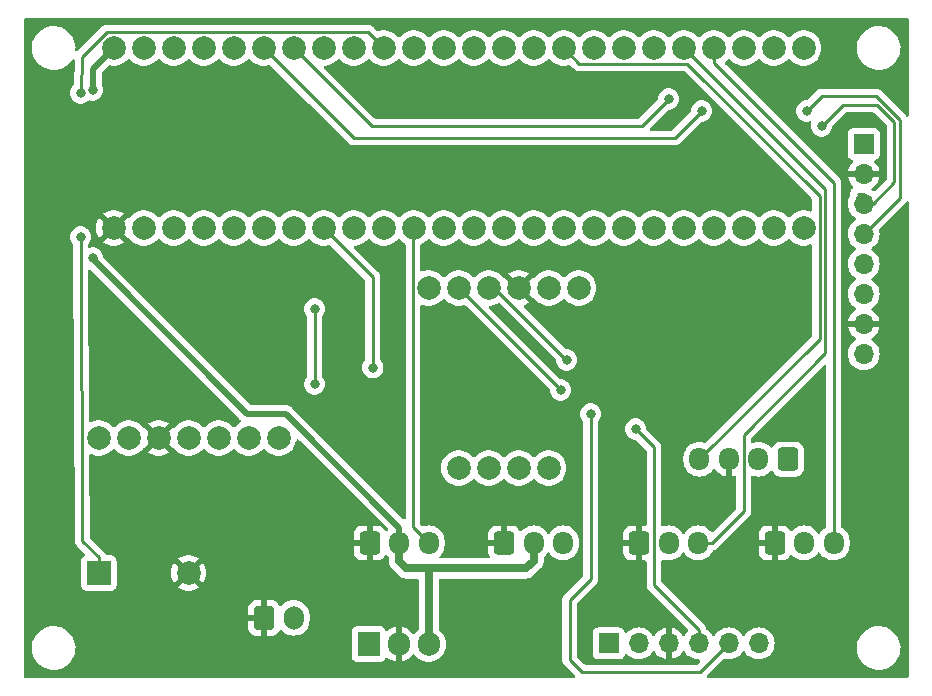
<source format=gbr>
%TF.GenerationSoftware,KiCad,Pcbnew,7.0.6-0*%
%TF.CreationDate,2024-02-15T10:15:36-05:00*%
%TF.ProjectId,Frame PCB 2,4672616d-6520-4504-9342-20322e6b6963,rev?*%
%TF.SameCoordinates,Original*%
%TF.FileFunction,Copper,L2,Bot*%
%TF.FilePolarity,Positive*%
%FSLAX46Y46*%
G04 Gerber Fmt 4.6, Leading zero omitted, Abs format (unit mm)*
G04 Created by KiCad (PCBNEW 7.0.6-0) date 2024-02-15 10:15:36*
%MOMM*%
%LPD*%
G01*
G04 APERTURE LIST*
G04 Aperture macros list*
%AMRoundRect*
0 Rectangle with rounded corners*
0 $1 Rounding radius*
0 $2 $3 $4 $5 $6 $7 $8 $9 X,Y pos of 4 corners*
0 Add a 4 corners polygon primitive as box body*
4,1,4,$2,$3,$4,$5,$6,$7,$8,$9,$2,$3,0*
0 Add four circle primitives for the rounded corners*
1,1,$1+$1,$2,$3*
1,1,$1+$1,$4,$5*
1,1,$1+$1,$6,$7*
1,1,$1+$1,$8,$9*
0 Add four rect primitives between the rounded corners*
20,1,$1+$1,$2,$3,$4,$5,0*
20,1,$1+$1,$4,$5,$6,$7,0*
20,1,$1+$1,$6,$7,$8,$9,0*
20,1,$1+$1,$8,$9,$2,$3,0*%
G04 Aperture macros list end*
%TA.AperFunction,ComponentPad*%
%ADD10RoundRect,0.250000X-0.600000X-0.725000X0.600000X-0.725000X0.600000X0.725000X-0.600000X0.725000X0*%
%TD*%
%TA.AperFunction,ComponentPad*%
%ADD11O,1.700000X1.950000*%
%TD*%
%TA.AperFunction,ComponentPad*%
%ADD12R,1.700000X1.700000*%
%TD*%
%TA.AperFunction,ComponentPad*%
%ADD13O,1.700000X1.700000*%
%TD*%
%TA.AperFunction,ComponentPad*%
%ADD14C,2.000000*%
%TD*%
%TA.AperFunction,ComponentPad*%
%ADD15R,1.905000X2.000000*%
%TD*%
%TA.AperFunction,ComponentPad*%
%ADD16O,1.905000X2.000000*%
%TD*%
%TA.AperFunction,ComponentPad*%
%ADD17RoundRect,0.250000X-0.600000X-0.750000X0.600000X-0.750000X0.600000X0.750000X-0.600000X0.750000X0*%
%TD*%
%TA.AperFunction,ComponentPad*%
%ADD18O,1.700000X2.000000*%
%TD*%
%TA.AperFunction,ComponentPad*%
%ADD19R,2.000000X2.000000*%
%TD*%
%TA.AperFunction,ComponentPad*%
%ADD20RoundRect,0.250000X0.600000X0.725000X-0.600000X0.725000X-0.600000X-0.725000X0.600000X-0.725000X0*%
%TD*%
%TA.AperFunction,ViaPad*%
%ADD21C,0.800000*%
%TD*%
%TA.AperFunction,Conductor*%
%ADD22C,0.250000*%
%TD*%
%TA.AperFunction,Conductor*%
%ADD23C,0.500000*%
%TD*%
%TA.AperFunction,Conductor*%
%ADD24C,0.700000*%
%TD*%
G04 APERTURE END LIST*
D10*
%TO.P,J5,1,Pin_1*%
%TO.N,GND*%
X127040000Y-87630000D03*
D11*
%TO.P,J5,2,Pin_2*%
%TO.N,+9V*%
X129540000Y-87630000D03*
%TO.P,J5,3,Pin_3*%
%TO.N,Net-(J5-Pin_3)*%
X132040000Y-87630000D03*
%TD*%
D12*
%TO.P,BH1750,0,VIN*%
%TO.N,+3.3V*%
X124460000Y-96139000D03*
D13*
%TO.P,BH1750,1,3Vo*%
%TO.N,unconnected-(BH1750-3Vo-Pad1)*%
X127000000Y-96139000D03*
%TO.P,BH1750,2,GND*%
%TO.N,GND*%
X129540000Y-96139000D03*
%TO.P,BH1750,3,SCL*%
%TO.N,Net-(BH1750-SCL)*%
X132080000Y-96139000D03*
%TO.P,BH1750,4,SDA*%
%TO.N,Net-(BH1750-SDA)*%
X134620000Y-96139000D03*
%TO.P,BH1750,5,ADDR*%
%TO.N,unconnected-(BH1750-ADDR-Pad5)*%
X137160000Y-96139000D03*
%TD*%
D10*
%TO.P,J7,1,Pin_1*%
%TO.N,GND*%
X115610000Y-87630000D03*
D11*
%TO.P,J7,2,Pin_2*%
%TO.N,+5V*%
X118110000Y-87630000D03*
%TO.P,J7,3,Pin_3*%
%TO.N,Net-(J7-Pin_3)*%
X120610000Y-87630000D03*
%TD*%
D14*
%TO.P,BNO55,0,Vin*%
%TO.N,+3.3V*%
X121920000Y-66040000D03*
%TO.P,BNO55,1,3vo*%
%TO.N,unconnected-(BNO55-3vo-Pad1)*%
X119380000Y-66040000D03*
%TO.P,BNO55,2,GND*%
%TO.N,GND*%
X116840000Y-66040000D03*
%TO.P,BNO55,3,SCL*%
%TO.N,Net-(BH1750-SCL)*%
X114300000Y-66040000D03*
%TO.P,BNO55,4,SDA*%
%TO.N,Net-(BH1750-SDA)*%
X111760000Y-66040000D03*
%TO.P,BNO55,5,RST*%
%TO.N,unconnected-(BNO55-RST-Pad5)*%
X109220000Y-66040000D03*
%TO.P,BNO55,6,INT*%
%TO.N,unconnected-(BNO55-INT-Pad6)*%
X119380000Y-81280000D03*
%TO.P,BNO55,7,ADR*%
%TO.N,unconnected-(BNO55-ADR-Pad7)*%
X116840000Y-81280000D03*
%TO.P,BNO55,8,PS0*%
%TO.N,unconnected-(BNO55-PS0-Pad8)*%
X114300000Y-81280000D03*
%TO.P,BNO55,9,PS1*%
%TO.N,unconnected-(BNO55-PS1-Pad9)*%
X111760000Y-81280000D03*
%TD*%
%TO.P,BMP280,0,VIN*%
%TO.N,+3.3V*%
X81280000Y-78740000D03*
%TO.P,BMP280,1,3V0*%
%TO.N,unconnected-(BMP280-3V0-Pad1)*%
X83820000Y-78740000D03*
%TO.P,BMP280,2,GND*%
%TO.N,GND*%
X86360000Y-78740000D03*
%TO.P,BMP280,3,SCK*%
%TO.N,Net-(BH1750-SCL)*%
X88900000Y-78740000D03*
%TO.P,BMP280,4,SDO*%
%TO.N,unconnected-(BMP280-SDO-Pad4)*%
X91440000Y-78740000D03*
%TO.P,BMP280,5,SDI*%
%TO.N,Net-(BH1750-SDA)*%
X93980000Y-78740000D03*
%TO.P,BMP280,6,CS*%
%TO.N,unconnected-(BMP280-CS-Pad6)*%
X96520000Y-78740000D03*
%TD*%
D15*
%TO.P,q1,1,B*%
%TO.N,+9V*%
X104140000Y-96195000D03*
D16*
%TO.P,q1,2,C*%
%TO.N,GND*%
X106680000Y-96195000D03*
%TO.P,q1,3,E*%
%TO.N,+5V*%
X109220000Y-96195000D03*
%TD*%
D14*
%TO.P,Teensy4.1,0,GND*%
%TO.N,GND*%
X82550000Y-60960000D03*
%TO.P,Teensy4.1,1,RX1*%
%TO.N,unconnected-(Teensy4.1-RX1-Pad1)*%
X85090000Y-60960000D03*
%TO.P,Teensy4.1,2,TX1*%
%TO.N,unconnected-(Teensy4.1-TX1-Pad2)*%
X87630000Y-60960000D03*
%TO.P,Teensy4.1,3,PWM*%
%TO.N,unconnected-(Teensy4.1-PWM-Pad3)*%
X90170000Y-60960000D03*
%TO.P,Teensy4.1,4,PWM*%
%TO.N,unconnected-(Teensy4.1-PWM-Pad4)*%
X92710000Y-60960000D03*
%TO.P,Teensy4.1,5,PWM*%
%TO.N,unconnected-(Teensy4.1-PWM-Pad5)*%
X95250000Y-60960000D03*
%TO.P,Teensy4.1,6,PWM*%
%TO.N,unconnected-(Teensy4.1-PWM-Pad6)*%
X97790000Y-60960000D03*
%TO.P,Teensy4.1,7,PWM*%
%TO.N,Net-(J7-Pin_3)*%
X100330000Y-60960000D03*
%TO.P,Teensy4.1,8,RX2*%
%TO.N,unconnected-(Teensy4.1-RX2-Pad8)*%
X102870000Y-60960000D03*
%TO.P,Teensy4.1,9,TX2*%
%TO.N,unconnected-(Teensy4.1-TX2-Pad9)*%
X105410000Y-60960000D03*
%TO.P,Teensy4.1,10,PWM*%
%TO.N,Net-(J4-Pin_3)*%
X107950000Y-60960000D03*
%TO.P,Teensy4.1,11,CS*%
%TO.N,unconnected-(Teensy4.1-CS-Pad11)*%
X110490000Y-60960000D03*
%TO.P,Teensy4.1,12,MOSI*%
%TO.N,unconnected-(Teensy4.1-MOSI-Pad12)*%
X113030000Y-60960000D03*
%TO.P,Teensy4.1,13,MISO*%
%TO.N,unconnected-(Teensy4.1-MISO-Pad13)*%
X115570000Y-60960000D03*
%TO.P,Teensy4.1,14,3.3V*%
%TO.N,unconnected-(Teensy4.1-3.3V-Pad14)*%
X118110000Y-60960000D03*
%TO.P,Teensy4.1,15,SCL2*%
%TO.N,SCL2*%
X120650000Y-60960000D03*
%TO.P,Teensy4.1,16,SDA2*%
%TO.N,SDA2*%
X123190000Y-60960000D03*
%TO.P,Teensy4.1,17,MOSI1*%
%TO.N,unconnected-(Teensy4.1-MOSI1-Pad17)*%
X125730000Y-60960000D03*
%TO.P,Teensy4.1,18,SCK1*%
%TO.N,unconnected-(Teensy4.1-SCK1-Pad18)*%
X128270000Y-60960000D03*
%TO.P,Teensy4.1,19,RX7*%
%TO.N,unconnected-(Teensy4.1-RX7-Pad19)*%
X130810000Y-60960000D03*
%TO.P,Teensy4.1,20,TX7*%
%TO.N,unconnected-(Teensy4.1-TX7-Pad20)*%
X133350000Y-60960000D03*
%TO.P,Teensy4.1,21,GPIO*%
%TO.N,unconnected-(Teensy4.1-GPIO-Pad21)*%
X135890000Y-60960000D03*
%TO.P,Teensy4.1,22,GPIO*%
%TO.N,unconnected-(Teensy4.1-GPIO-Pad22)*%
X138430000Y-60960000D03*
%TO.P,Teensy4.1,23,GPIO*%
%TO.N,unconnected-(Teensy4.1-GPIO-Pad23)*%
X140970000Y-60960000D03*
%TO.P,Teensy4.1,24,PWM*%
%TO.N,unconnected-(Teensy4.1-PWM-Pad24)*%
X140970000Y-45720000D03*
%TO.P,Teensy4.1,25,RX8*%
%TO.N,unconnected-(Teensy4.1-RX8-Pad25)*%
X138430000Y-45720000D03*
%TO.P,Teensy4.1,26,TX8*%
%TO.N,unconnected-(Teensy4.1-TX8-Pad26)*%
X135890000Y-45720000D03*
%TO.P,Teensy4.1,27,PWM*%
%TO.N,Net-(J6-Pin_3)*%
X133350000Y-45720000D03*
%TO.P,Teensy4.1,28,PWM*%
%TO.N,Net-(J5-Pin_3)*%
X130810000Y-45720000D03*
%TO.P,Teensy4.1,29,CS1*%
%TO.N,unconnected-(Teensy4.1-CS1-Pad29)*%
X128270000Y-45720000D03*
%TO.P,Teensy4.1,30,MISO*%
%TO.N,unconnected-(Teensy4.1-MISO-Pad30)*%
X125730000Y-45720000D03*
%TO.P,Teensy4.1,31,A16*%
%TO.N,unconnected-(Teensy4.1-A16-Pad31)*%
X123190000Y-45720000D03*
%TO.P,Teensy4.1,32,A17*%
%TO.N,Net-(J8-Pin_4)*%
X120650000Y-45720000D03*
%TO.P,Teensy4.1,33,GND*%
%TO.N,unconnected-(Teensy4.1-GND-Pad33)*%
X118110000Y-45720000D03*
%TO.P,Teensy4.1,34,SCK*%
%TO.N,unconnected-(Teensy4.1-SCK-Pad34)*%
X115570000Y-45720000D03*
%TO.P,Teensy4.1,35,A0*%
%TO.N,unconnected-(Teensy4.1-A0-Pad35)*%
X113030000Y-45720000D03*
%TO.P,Teensy4.1,36,A1*%
%TO.N,unconnected-(Teensy4.1-A1-Pad36)*%
X110490000Y-45720000D03*
%TO.P,Teensy4.1,37,A2*%
%TO.N,unconnected-(Teensy4.1-A2-Pad37)*%
X107950000Y-45720000D03*
%TO.P,Teensy4.1,38,A3*%
%TO.N,Net-(BZ1--)*%
X105410000Y-45720000D03*
%TO.P,Teensy4.1,39,SDA*%
%TO.N,Net-(BH1750-SDA)*%
X102870000Y-45720000D03*
%TO.P,Teensy4.1,40,SCL*%
%TO.N,Net-(BH1750-SCL)*%
X100330000Y-45720000D03*
%TO.P,Teensy4.1,41,TX5*%
%TO.N,Net-(Bluefruitle1-TXO)*%
X97790000Y-45720000D03*
%TO.P,Teensy4.1,42,RX5*%
%TO.N,Net-(Bluefruitle1-RXO)*%
X95250000Y-45720000D03*
%TO.P,Teensy4.1,43,PWM*%
%TO.N,unconnected-(Teensy4.1-PWM-Pad43)*%
X92710000Y-45720000D03*
%TO.P,Teensy4.1,44,PWM*%
%TO.N,unconnected-(Teensy4.1-PWM-Pad44)*%
X90170000Y-45720000D03*
%TO.P,Teensy4.1,45,3.3V*%
%TO.N,unconnected-(Teensy4.1-3.3V-Pad45)*%
X87630000Y-45720000D03*
%TO.P,Teensy4.1,46,GND*%
%TO.N,unconnected-(Teensy4.1-GND-Pad46)*%
X85090000Y-45720000D03*
%TO.P,Teensy4.1,47,Vin*%
%TO.N,+5V*%
X82550000Y-45720000D03*
%TD*%
D10*
%TO.P,J4,1,Pin_1*%
%TO.N,GND*%
X104220000Y-87630000D03*
D11*
%TO.P,J4,2,Pin_2*%
%TO.N,+5V*%
X106720000Y-87630000D03*
%TO.P,J4,3,Pin_3*%
%TO.N,Net-(J4-Pin_3)*%
X109220000Y-87630000D03*
%TD*%
D10*
%TO.P,J6,1,Pin_1*%
%TO.N,GND*%
X138510000Y-87630000D03*
D11*
%TO.P,J6,2,Pin_2*%
%TO.N,+9V*%
X141010000Y-87630000D03*
%TO.P,J6,3,Pin_3*%
%TO.N,Net-(J6-Pin_3)*%
X143510000Y-87630000D03*
%TD*%
D17*
%TO.P,J2,1,Pin_1*%
%TO.N,GND*%
X95290000Y-93980000D03*
D18*
%TO.P,J2,2,Pin_2*%
%TO.N,+9V*%
X97790000Y-93980000D03*
%TD*%
D19*
%TO.P,BZ1,1,-*%
%TO.N,Net-(BZ1--)*%
X81290000Y-90170000D03*
D14*
%TO.P,BZ1,2,+*%
%TO.N,GND*%
X88890000Y-90170000D03*
%TD*%
D20*
%TO.P,J8,1,Pin_1*%
%TO.N,SCL2*%
X139640000Y-80535000D03*
D11*
%TO.P,J8,2,Pin_2*%
%TO.N,SDA2*%
X137140000Y-80535000D03*
%TO.P,J8,3,Pin_3*%
%TO.N,GND*%
X134640000Y-80535000D03*
%TO.P,J8,4,Pin_4*%
%TO.N,Net-(J8-Pin_4)*%
X132140000Y-80535000D03*
%TD*%
D12*
%TO.P,Bluefruitle1,0,Mod*%
%TO.N,unconnected-(Bluefruitle1-Mod-Pad0)*%
X146050000Y-53848000D03*
D13*
%TO.P,Bluefruitle1,1,CTS*%
%TO.N,GND*%
X146050000Y-56388000D03*
%TO.P,Bluefruitle1,2,TXO*%
%TO.N,Net-(Bluefruitle1-TXO)*%
X146050000Y-58928000D03*
%TO.P,Bluefruitle1,3,RXO*%
%TO.N,Net-(Bluefruitle1-RXO)*%
X146050000Y-61468000D03*
%TO.P,Bluefruitle1,4,VIN*%
%TO.N,+3.3V*%
X146050000Y-64008000D03*
%TO.P,Bluefruitle1,5,RTS*%
%TO.N,unconnected-(Bluefruitle1-RTS-Pad5)*%
X146050000Y-66548000D03*
%TO.P,Bluefruitle1,6,GND*%
%TO.N,GND*%
X146050000Y-69088000D03*
%TO.P,Bluefruitle1,7,DFU*%
%TO.N,unconnected-(Bluefruitle1-DFU-Pad7)*%
X146050000Y-71628000D03*
%TD*%
D21*
%TO.N,Net-(J7-Pin_3)*%
X104487300Y-72779700D03*
%TO.N,Net-(BZ1--)*%
X79756000Y-61722000D03*
X79756000Y-49530000D03*
%TO.N,Net-(Bluefruitle1-TXO)*%
X142494000Y-52324000D03*
X129540000Y-50038000D03*
%TO.N,+5V*%
X80772000Y-63500000D03*
X80772000Y-49276000D03*
%TO.N,Net-(BH1750-SCL)*%
X120904000Y-72136000D03*
X126746000Y-77978000D03*
%TO.N,Net-(BH1750-SDA)*%
X122936000Y-76708000D03*
X120396000Y-74676000D03*
X99568000Y-74168000D03*
X99568000Y-67818000D03*
%TO.N,Net-(Bluefruitle1-RXO)*%
X141224000Y-51054000D03*
X132334000Y-51054000D03*
%TD*%
D22*
%TO.N,Net-(BH1750-SDA)*%
X134620000Y-96139000D02*
X132207000Y-98552000D01*
X132207000Y-98552000D02*
X122174000Y-98552000D01*
X121158000Y-92456000D02*
X122936000Y-90678000D01*
X122174000Y-98552000D02*
X121158000Y-97536000D01*
X121158000Y-97536000D02*
X121158000Y-92456000D01*
X122936000Y-90678000D02*
X122936000Y-76708000D01*
%TO.N,Net-(J7-Pin_3)*%
X104487300Y-65117300D02*
X104487300Y-72779700D01*
X100330000Y-60960000D02*
X104487300Y-65117300D01*
%TO.N,Net-(J4-Pin_3)*%
X107893100Y-61016900D02*
X107893100Y-86303100D01*
X107950000Y-60960000D02*
X107893100Y-61016900D01*
X107893100Y-86303100D02*
X109220000Y-87630000D01*
%TO.N,Net-(J5-Pin_3)*%
X135890000Y-78484500D02*
X135890000Y-84956900D01*
X135890000Y-84956900D02*
X133216900Y-87630000D01*
X142793400Y-71581100D02*
X135890000Y-78484500D01*
X132040000Y-87630000D02*
X133216900Y-87630000D01*
X142793400Y-57703400D02*
X142793400Y-71581100D01*
X130810000Y-45720000D02*
X142793400Y-57703400D01*
%TO.N,Net-(BZ1--)*%
X79756000Y-61722000D02*
X79901200Y-61867200D01*
X79901200Y-87454300D02*
X81290000Y-88843100D01*
X79901200Y-46464300D02*
X79756000Y-49530000D01*
X105410000Y-45720000D02*
X104073700Y-44383700D01*
X79756000Y-49530000D02*
X79901200Y-49421200D01*
X81290000Y-90170000D02*
X81290000Y-88843100D01*
X104073700Y-44383700D02*
X81981800Y-44383700D01*
X81981800Y-44383700D02*
X79901200Y-46464300D01*
X79901200Y-87454300D02*
X79756000Y-61722000D01*
%TO.N,Net-(Bluefruitle1-TXO)*%
X146050000Y-58556054D02*
X145542000Y-58048054D01*
X146050000Y-58928000D02*
X146812000Y-58928000D01*
X145542000Y-58048054D02*
X146050000Y-58048054D01*
X129540000Y-50038000D02*
X127254000Y-52324000D01*
X148648000Y-52002396D02*
X147191604Y-50546000D01*
X147191604Y-50546000D02*
X144272000Y-50546000D01*
X146812000Y-58928000D02*
X148648000Y-57092000D01*
X104394000Y-52324000D02*
X97790000Y-45720000D01*
X148648000Y-57092000D02*
X148648000Y-52002396D01*
X127254000Y-52324000D02*
X104394000Y-52324000D01*
X144272000Y-50546000D02*
X142494000Y-52324000D01*
X142494000Y-52451620D02*
X142494000Y-52324000D01*
D23*
%TO.N,+5V*%
X80772000Y-47498000D02*
X80772000Y-49276000D01*
X97099900Y-76708000D02*
X93853000Y-76708000D01*
D22*
X106720000Y-87630000D02*
X106720000Y-87290700D01*
D24*
X118110000Y-89154000D02*
X117473300Y-89790700D01*
X117473300Y-89790700D02*
X109220000Y-89790700D01*
D23*
X106720000Y-86328100D02*
X97099900Y-76708000D01*
X93853000Y-76708000D02*
X80772000Y-63627000D01*
D22*
X80772000Y-63500000D02*
X80645000Y-63500000D01*
D23*
X82550000Y-45720000D02*
X80772000Y-47498000D01*
X106720000Y-87290700D02*
X106720000Y-86328100D01*
D24*
X109220000Y-89790700D02*
X109220000Y-96195000D01*
X109220000Y-89790700D02*
X107316700Y-89790700D01*
X107188000Y-87758700D02*
X106720000Y-87290700D01*
X118110000Y-87630000D02*
X118110000Y-89154000D01*
X107316700Y-89790700D02*
X106680000Y-89154000D01*
D22*
X80645000Y-63500000D02*
X80645000Y-63500000D01*
D24*
X106720000Y-89114000D02*
X106720000Y-87630000D01*
X106680000Y-89154000D02*
X106720000Y-89114000D01*
D23*
X80772000Y-63627000D02*
X80772000Y-63500000D01*
D22*
%TO.N,Net-(J6-Pin_3)*%
X133350000Y-46990000D02*
X143510000Y-57150000D01*
X143510000Y-57150000D02*
X143510000Y-87630000D01*
X133350000Y-45720000D02*
X133350000Y-46990000D01*
%TO.N,Net-(BH1750-SCL)*%
X128290500Y-79538300D02*
X128290500Y-91172600D01*
X132080000Y-96139000D02*
X132080000Y-94962100D01*
X126746000Y-77978000D02*
X126746000Y-77993800D01*
X114300000Y-66040000D02*
X114792200Y-66040000D01*
X126746000Y-77993800D02*
X128290500Y-79538300D01*
X126730200Y-77978000D02*
X126746000Y-77978000D01*
X120904000Y-72136000D02*
X120904000Y-72151800D01*
X128290500Y-91172600D02*
X132080000Y-94962100D01*
X120888200Y-72136000D02*
X120904000Y-72136000D01*
X114792200Y-66040000D02*
X114863600Y-66111400D01*
X114863600Y-66111400D02*
X120888200Y-72136000D01*
%TO.N,Net-(BH1750-SDA)*%
X99568000Y-67818000D02*
X99568000Y-74168000D01*
X120396000Y-74676000D02*
X111760000Y-66040000D01*
%TO.N,Net-(Bluefruitle1-RXO)*%
X142494000Y-49784000D02*
X147066000Y-49784000D01*
X147066000Y-49784000D02*
X149098000Y-51816000D01*
X132334000Y-51054000D02*
X130048000Y-53340000D01*
X149098000Y-58420000D02*
X146050000Y-61468000D01*
X102870000Y-53340000D02*
X95250000Y-45720000D01*
X130048000Y-53340000D02*
X102870000Y-53340000D01*
X149098000Y-51816000D02*
X149098000Y-58420000D01*
X141224000Y-51054000D02*
X142494000Y-49784000D01*
%TO.N,Net-(J8-Pin_4)*%
X132140000Y-80535000D02*
X142318700Y-70356300D01*
X142318700Y-58244700D02*
X131119000Y-47045000D01*
X142318700Y-70356300D02*
X142318700Y-58244700D01*
X131119000Y-47045000D02*
X121975000Y-47045000D01*
X121975000Y-47045000D02*
X120650000Y-45720000D01*
%TO.N,SCL2*%
X120650000Y-60960000D02*
X120015000Y-60960000D01*
%TD*%
%TA.AperFunction,Conductor*%
%TO.N,GND*%
G36*
X149802539Y-43200185D02*
G01*
X149848294Y-43252989D01*
X149859500Y-43304500D01*
X149859500Y-51418319D01*
X149839815Y-51485358D01*
X149787011Y-51531113D01*
X149717853Y-51541057D01*
X149654297Y-51512032D01*
X149635188Y-51491213D01*
X149623092Y-51474564D01*
X149619898Y-51469703D01*
X149596170Y-51429580D01*
X149596168Y-51429578D01*
X149596165Y-51429574D01*
X149582006Y-51415415D01*
X149569368Y-51400619D01*
X149559605Y-51387181D01*
X149557594Y-51384413D01*
X149521688Y-51354709D01*
X149517376Y-51350786D01*
X147566803Y-49400212D01*
X147556980Y-49387950D01*
X147556759Y-49388134D01*
X147551786Y-49382123D01*
X147533159Y-49364631D01*
X147501364Y-49334773D01*
X147490919Y-49324328D01*
X147480475Y-49313883D01*
X147474986Y-49309625D01*
X147470561Y-49305847D01*
X147436582Y-49273938D01*
X147436580Y-49273936D01*
X147436577Y-49273935D01*
X147419029Y-49264288D01*
X147402763Y-49253604D01*
X147386933Y-49241325D01*
X147344168Y-49222818D01*
X147338922Y-49220248D01*
X147298093Y-49197803D01*
X147298092Y-49197802D01*
X147278693Y-49192822D01*
X147260281Y-49186518D01*
X147241898Y-49178562D01*
X147241892Y-49178560D01*
X147195874Y-49171272D01*
X147190152Y-49170087D01*
X147145021Y-49158500D01*
X147145019Y-49158500D01*
X147124984Y-49158500D01*
X147105586Y-49156973D01*
X147098162Y-49155797D01*
X147085805Y-49153840D01*
X147085804Y-49153840D01*
X147039416Y-49158225D01*
X147033578Y-49158500D01*
X142576737Y-49158500D01*
X142561120Y-49156776D01*
X142561093Y-49157062D01*
X142553331Y-49156327D01*
X142484203Y-49158500D01*
X142454650Y-49158500D01*
X142453929Y-49158590D01*
X142447757Y-49159369D01*
X142441945Y-49159826D01*
X142395373Y-49161290D01*
X142395372Y-49161290D01*
X142376129Y-49166881D01*
X142357079Y-49170825D01*
X142337211Y-49173334D01*
X142337209Y-49173335D01*
X142293884Y-49190488D01*
X142288357Y-49192380D01*
X142243610Y-49205381D01*
X142243609Y-49205382D01*
X142226367Y-49215579D01*
X142208899Y-49224137D01*
X142190269Y-49231513D01*
X142190267Y-49231514D01*
X142152576Y-49258898D01*
X142147694Y-49262105D01*
X142107579Y-49285830D01*
X142093408Y-49300000D01*
X142078623Y-49312628D01*
X142062412Y-49324407D01*
X142032709Y-49360310D01*
X142028777Y-49364631D01*
X141276228Y-50117181D01*
X141214905Y-50150666D01*
X141188547Y-50153500D01*
X141129354Y-50153500D01*
X141096897Y-50160398D01*
X140944197Y-50192855D01*
X140944192Y-50192857D01*
X140771270Y-50269848D01*
X140771265Y-50269851D01*
X140618129Y-50381111D01*
X140491466Y-50521785D01*
X140396821Y-50685715D01*
X140396818Y-50685722D01*
X140352491Y-50822148D01*
X140338326Y-50865744D01*
X140318540Y-51054000D01*
X140338326Y-51242256D01*
X140338327Y-51242259D01*
X140396818Y-51422277D01*
X140396821Y-51422284D01*
X140491467Y-51586216D01*
X140574844Y-51678815D01*
X140618129Y-51726888D01*
X140771265Y-51838148D01*
X140771270Y-51838151D01*
X140944192Y-51915142D01*
X140944197Y-51915144D01*
X141129354Y-51954500D01*
X141129355Y-51954500D01*
X141318644Y-51954500D01*
X141318646Y-51954500D01*
X141482994Y-51919567D01*
X141552661Y-51924883D01*
X141608395Y-51967020D01*
X141632500Y-52032600D01*
X141626706Y-52079174D01*
X141608327Y-52135739D01*
X141608326Y-52135741D01*
X141608326Y-52135744D01*
X141588540Y-52324000D01*
X141608326Y-52512256D01*
X141608327Y-52512259D01*
X141666818Y-52692277D01*
X141666821Y-52692284D01*
X141761467Y-52856216D01*
X141888128Y-52996887D01*
X141888129Y-52996888D01*
X142041265Y-53108148D01*
X142041270Y-53108151D01*
X142214192Y-53185142D01*
X142214197Y-53185144D01*
X142399354Y-53224500D01*
X142399355Y-53224500D01*
X142588644Y-53224500D01*
X142588646Y-53224500D01*
X142773803Y-53185144D01*
X142946730Y-53108151D01*
X143099871Y-52996888D01*
X143226533Y-52856216D01*
X143321179Y-52692284D01*
X143379674Y-52512256D01*
X143397321Y-52344345D01*
X143423905Y-52279732D01*
X143432952Y-52269636D01*
X144494770Y-51207819D01*
X144556094Y-51174334D01*
X144582452Y-51171500D01*
X146881152Y-51171500D01*
X146948191Y-51191185D01*
X146968832Y-51207818D01*
X147986182Y-52225168D01*
X148019666Y-52286489D01*
X148022500Y-52312847D01*
X148022500Y-56781546D01*
X148002815Y-56848585D01*
X147986181Y-56869227D01*
X147021148Y-57834259D01*
X146959825Y-57867744D01*
X146890133Y-57862760D01*
X146862343Y-57848152D01*
X146735405Y-57759268D01*
X146691780Y-57704691D01*
X146684588Y-57635193D01*
X146716110Y-57572838D01*
X146735405Y-57556119D01*
X146921082Y-57426105D01*
X147088105Y-57259082D01*
X147223600Y-57065578D01*
X147323429Y-56851492D01*
X147323432Y-56851486D01*
X147380636Y-56638000D01*
X146483686Y-56638000D01*
X146509493Y-56597844D01*
X146550000Y-56459889D01*
X146550000Y-56316111D01*
X146509493Y-56178156D01*
X146483686Y-56138000D01*
X147380636Y-56138000D01*
X147380635Y-56137999D01*
X147323432Y-55924513D01*
X147323429Y-55924507D01*
X147223600Y-55710422D01*
X147223599Y-55710420D01*
X147088113Y-55516926D01*
X147088108Y-55516920D01*
X146966053Y-55394865D01*
X146932568Y-55333542D01*
X146937552Y-55263850D01*
X146979424Y-55207917D01*
X147010400Y-55191002D01*
X147142331Y-55141796D01*
X147257546Y-55055546D01*
X147343796Y-54940331D01*
X147394091Y-54805483D01*
X147400500Y-54745873D01*
X147400499Y-52950128D01*
X147394091Y-52890517D01*
X147343796Y-52755669D01*
X147343795Y-52755668D01*
X147343793Y-52755664D01*
X147257547Y-52640455D01*
X147257544Y-52640452D01*
X147142335Y-52554206D01*
X147142328Y-52554202D01*
X147007482Y-52503908D01*
X147007483Y-52503908D01*
X146947883Y-52497501D01*
X146947881Y-52497500D01*
X146947873Y-52497500D01*
X146947864Y-52497500D01*
X145152129Y-52497500D01*
X145152123Y-52497501D01*
X145092516Y-52503908D01*
X144957671Y-52554202D01*
X144957664Y-52554206D01*
X144842455Y-52640452D01*
X144842452Y-52640455D01*
X144756206Y-52755664D01*
X144756202Y-52755671D01*
X144705908Y-52890517D01*
X144699501Y-52950116D01*
X144699501Y-52950123D01*
X144699500Y-52950135D01*
X144699500Y-54745870D01*
X144699501Y-54745876D01*
X144705908Y-54805483D01*
X144756202Y-54940328D01*
X144756206Y-54940335D01*
X144842452Y-55055544D01*
X144842455Y-55055547D01*
X144957664Y-55141793D01*
X144957671Y-55141797D01*
X144957674Y-55141798D01*
X145089598Y-55191002D01*
X145145531Y-55232873D01*
X145169949Y-55298337D01*
X145155098Y-55366610D01*
X145133947Y-55394865D01*
X145011886Y-55516926D01*
X144876400Y-55710420D01*
X144876399Y-55710422D01*
X144776570Y-55924507D01*
X144776567Y-55924513D01*
X144719364Y-56137999D01*
X144719364Y-56138000D01*
X145616314Y-56138000D01*
X145590507Y-56178156D01*
X145550000Y-56316111D01*
X145550000Y-56459889D01*
X145590507Y-56597844D01*
X145616314Y-56638000D01*
X144719364Y-56638000D01*
X144776567Y-56851486D01*
X144776570Y-56851492D01*
X144876399Y-57065578D01*
X145011891Y-57259078D01*
X145139864Y-57387052D01*
X145173348Y-57448375D01*
X145168364Y-57518067D01*
X145130154Y-57569106D01*
X145130915Y-57569969D01*
X145126781Y-57573613D01*
X145126492Y-57574000D01*
X145125707Y-57574559D01*
X145119214Y-57580285D01*
X145119026Y-57580072D01*
X145115905Y-57582912D01*
X145116100Y-57583119D01*
X145110417Y-57588456D01*
X145110414Y-57588458D01*
X145110413Y-57588460D01*
X145071752Y-57635193D01*
X145066316Y-57641764D01*
X145020546Y-57693679D01*
X145016168Y-57700123D01*
X145015934Y-57699964D01*
X145013617Y-57703491D01*
X145013856Y-57703643D01*
X145009680Y-57710223D01*
X145009676Y-57710230D01*
X145009676Y-57710231D01*
X144980217Y-57772832D01*
X144969613Y-57793644D01*
X144948801Y-57834489D01*
X144946160Y-57841826D01*
X144945893Y-57841729D01*
X144944525Y-57845724D01*
X144944795Y-57845812D01*
X144942385Y-57853227D01*
X144929419Y-57921199D01*
X144914326Y-57988722D01*
X144913593Y-57996482D01*
X144913312Y-57996455D01*
X144912980Y-58000667D01*
X144913262Y-58000685D01*
X144912772Y-58008466D01*
X144917117Y-58077526D01*
X144919246Y-58145279D01*
X144901677Y-58212904D01*
X144896884Y-58220295D01*
X144875964Y-58250173D01*
X144776097Y-58464335D01*
X144776094Y-58464344D01*
X144714938Y-58692586D01*
X144714936Y-58692596D01*
X144694341Y-58927999D01*
X144694341Y-58928000D01*
X144714936Y-59163403D01*
X144714938Y-59163413D01*
X144776094Y-59391655D01*
X144776096Y-59391659D01*
X144776097Y-59391663D01*
X144826816Y-59500429D01*
X144875965Y-59605830D01*
X144875967Y-59605834D01*
X145011501Y-59799395D01*
X145011506Y-59799402D01*
X145178597Y-59966493D01*
X145178603Y-59966498D01*
X145364158Y-60096425D01*
X145407783Y-60151002D01*
X145414977Y-60220500D01*
X145383454Y-60282855D01*
X145364158Y-60299575D01*
X145178597Y-60429505D01*
X145011505Y-60596597D01*
X144875965Y-60790169D01*
X144875964Y-60790171D01*
X144776098Y-61004335D01*
X144776094Y-61004344D01*
X144714938Y-61232586D01*
X144714936Y-61232596D01*
X144694341Y-61467999D01*
X144694341Y-61468000D01*
X144714936Y-61703403D01*
X144714938Y-61703413D01*
X144776094Y-61931655D01*
X144776096Y-61931659D01*
X144776097Y-61931663D01*
X144875965Y-62145829D01*
X144875965Y-62145830D01*
X144875967Y-62145834D01*
X144928233Y-62220477D01*
X145010782Y-62338369D01*
X145011501Y-62339395D01*
X145011506Y-62339402D01*
X145178597Y-62506493D01*
X145178603Y-62506498D01*
X145364158Y-62636425D01*
X145407783Y-62691002D01*
X145414977Y-62760500D01*
X145383454Y-62822855D01*
X145364158Y-62839575D01*
X145178597Y-62969505D01*
X145011505Y-63136597D01*
X144875965Y-63330169D01*
X144875964Y-63330171D01*
X144776098Y-63544335D01*
X144776094Y-63544344D01*
X144714938Y-63772586D01*
X144714936Y-63772596D01*
X144694341Y-64007999D01*
X144694341Y-64008000D01*
X144714936Y-64243403D01*
X144714938Y-64243413D01*
X144776094Y-64471655D01*
X144776096Y-64471659D01*
X144776097Y-64471663D01*
X144826816Y-64580429D01*
X144875965Y-64685830D01*
X144875967Y-64685834D01*
X145011501Y-64879395D01*
X145011506Y-64879402D01*
X145178597Y-65046493D01*
X145178603Y-65046498D01*
X145364158Y-65176425D01*
X145407783Y-65231002D01*
X145414977Y-65300500D01*
X145383454Y-65362855D01*
X145364158Y-65379575D01*
X145178597Y-65509505D01*
X145011505Y-65676597D01*
X144875965Y-65870169D01*
X144875964Y-65870171D01*
X144776098Y-66084335D01*
X144776094Y-66084344D01*
X144714938Y-66312586D01*
X144714936Y-66312596D01*
X144694341Y-66547999D01*
X144694341Y-66548000D01*
X144714936Y-66783403D01*
X144714938Y-66783413D01*
X144776094Y-67011655D01*
X144776096Y-67011659D01*
X144776097Y-67011663D01*
X144839550Y-67147738D01*
X144875965Y-67225830D01*
X144875967Y-67225834D01*
X144955134Y-67338895D01*
X145010782Y-67418369D01*
X145011501Y-67419395D01*
X145011506Y-67419402D01*
X145178597Y-67586493D01*
X145178603Y-67586498D01*
X145364594Y-67716730D01*
X145408219Y-67771307D01*
X145415413Y-67840805D01*
X145383890Y-67903160D01*
X145364595Y-67919880D01*
X145178922Y-68049890D01*
X145178920Y-68049891D01*
X145011891Y-68216920D01*
X145011886Y-68216926D01*
X144876400Y-68410420D01*
X144876399Y-68410422D01*
X144776570Y-68624507D01*
X144776567Y-68624513D01*
X144719364Y-68837999D01*
X144719364Y-68838000D01*
X145616314Y-68838000D01*
X145590507Y-68878156D01*
X145550000Y-69016111D01*
X145550000Y-69159889D01*
X145590507Y-69297844D01*
X145616314Y-69338000D01*
X144719364Y-69338000D01*
X144776567Y-69551486D01*
X144776570Y-69551492D01*
X144876399Y-69765578D01*
X145011894Y-69959082D01*
X145178917Y-70126105D01*
X145364595Y-70256119D01*
X145408219Y-70310696D01*
X145415412Y-70380195D01*
X145383890Y-70442549D01*
X145364595Y-70459269D01*
X145178594Y-70589508D01*
X145011505Y-70756597D01*
X144875965Y-70950169D01*
X144875964Y-70950171D01*
X144776098Y-71164335D01*
X144776094Y-71164344D01*
X144714938Y-71392586D01*
X144714936Y-71392596D01*
X144694341Y-71627999D01*
X144694341Y-71628000D01*
X144714936Y-71863403D01*
X144714938Y-71863413D01*
X144776094Y-72091655D01*
X144776096Y-72091659D01*
X144776097Y-72091663D01*
X144848758Y-72247484D01*
X144875965Y-72305830D01*
X144875967Y-72305834D01*
X144924111Y-72374590D01*
X145011505Y-72499401D01*
X145178599Y-72666495D01*
X145189249Y-72673952D01*
X145372165Y-72802032D01*
X145372167Y-72802033D01*
X145372170Y-72802035D01*
X145586337Y-72901903D01*
X145814592Y-72963063D01*
X146002918Y-72979539D01*
X146049999Y-72983659D01*
X146050000Y-72983659D01*
X146050001Y-72983659D01*
X146089234Y-72980226D01*
X146285408Y-72963063D01*
X146513663Y-72901903D01*
X146727830Y-72802035D01*
X146921401Y-72666495D01*
X147088495Y-72499401D01*
X147224035Y-72305830D01*
X147323903Y-72091663D01*
X147385063Y-71863408D01*
X147405659Y-71628000D01*
X147385063Y-71392592D01*
X147323903Y-71164337D01*
X147224035Y-70950171D01*
X147088495Y-70756599D01*
X147088494Y-70756597D01*
X146921402Y-70589506D01*
X146921401Y-70589505D01*
X146735405Y-70459269D01*
X146691781Y-70404692D01*
X146684588Y-70335193D01*
X146716110Y-70272839D01*
X146735405Y-70256119D01*
X146921082Y-70126105D01*
X147088105Y-69959082D01*
X147223600Y-69765578D01*
X147323429Y-69551492D01*
X147323432Y-69551486D01*
X147380636Y-69338000D01*
X146483686Y-69338000D01*
X146509493Y-69297844D01*
X146550000Y-69159889D01*
X146550000Y-69016111D01*
X146509493Y-68878156D01*
X146483686Y-68838000D01*
X147380636Y-68838000D01*
X147380635Y-68837999D01*
X147323432Y-68624513D01*
X147323429Y-68624507D01*
X147223600Y-68410422D01*
X147223599Y-68410420D01*
X147088113Y-68216926D01*
X147088108Y-68216920D01*
X146921078Y-68049890D01*
X146735405Y-67919879D01*
X146691780Y-67865302D01*
X146684588Y-67795804D01*
X146716110Y-67733449D01*
X146735406Y-67716730D01*
X146859635Y-67629744D01*
X146921401Y-67586495D01*
X147088495Y-67419401D01*
X147224035Y-67225830D01*
X147323903Y-67011663D01*
X147385063Y-66783408D01*
X147405659Y-66548000D01*
X147385063Y-66312592D01*
X147323903Y-66084337D01*
X147224035Y-65870171D01*
X147193079Y-65825960D01*
X147088494Y-65676597D01*
X146921402Y-65509506D01*
X146921401Y-65509505D01*
X146735842Y-65379575D01*
X146735841Y-65379574D01*
X146692216Y-65324997D01*
X146685024Y-65255498D01*
X146716546Y-65193144D01*
X146735836Y-65176428D01*
X146921401Y-65046495D01*
X147088495Y-64879401D01*
X147224035Y-64685830D01*
X147323903Y-64471663D01*
X147385063Y-64243408D01*
X147405659Y-64008000D01*
X147385063Y-63772592D01*
X147323903Y-63544337D01*
X147224035Y-63330171D01*
X147211133Y-63311744D01*
X147088494Y-63136597D01*
X146921402Y-62969506D01*
X146921396Y-62969501D01*
X146735842Y-62839575D01*
X146692217Y-62784998D01*
X146685023Y-62715500D01*
X146716546Y-62653145D01*
X146735842Y-62636425D01*
X146788576Y-62599500D01*
X146921401Y-62506495D01*
X147088495Y-62339401D01*
X147224035Y-62145830D01*
X147323903Y-61931663D01*
X147385063Y-61703408D01*
X147405659Y-61468000D01*
X147385063Y-61232592D01*
X147358142Y-61132125D01*
X147359806Y-61062276D01*
X147390235Y-61012353D01*
X149481788Y-58920801D01*
X149494042Y-58910986D01*
X149493859Y-58910764D01*
X149499866Y-58905792D01*
X149499877Y-58905786D01*
X149530775Y-58872882D01*
X149547227Y-58855364D01*
X149557671Y-58844918D01*
X149568120Y-58834471D01*
X149572379Y-58828978D01*
X149576152Y-58824561D01*
X149608062Y-58790582D01*
X149617715Y-58773020D01*
X149628394Y-58756764D01*
X149637527Y-58744990D01*
X149694173Y-58704089D01*
X149763940Y-58700304D01*
X149824677Y-58734840D01*
X149857102Y-58796730D01*
X149859500Y-58820999D01*
X149859500Y-98935500D01*
X149839815Y-99002539D01*
X149787011Y-99048294D01*
X149735500Y-99059500D01*
X132883451Y-99059500D01*
X132816412Y-99039815D01*
X132770657Y-98987011D01*
X132760713Y-98917853D01*
X132789738Y-98854297D01*
X132795770Y-98847819D01*
X133443577Y-98200012D01*
X134164353Y-97479235D01*
X134225674Y-97445752D01*
X134284125Y-97447143D01*
X134306936Y-97453255D01*
X134384592Y-97474063D01*
X134561034Y-97489500D01*
X134619999Y-97494659D01*
X134620000Y-97494659D01*
X134620001Y-97494659D01*
X134678966Y-97489500D01*
X134855408Y-97474063D01*
X135083663Y-97412903D01*
X135297830Y-97313035D01*
X135491401Y-97177495D01*
X135658495Y-97010401D01*
X135788424Y-96824842D01*
X135843002Y-96781217D01*
X135912500Y-96774023D01*
X135974855Y-96805546D01*
X135991575Y-96824842D01*
X136121500Y-97010395D01*
X136121505Y-97010401D01*
X136288599Y-97177495D01*
X136381964Y-97242870D01*
X136482165Y-97313032D01*
X136482167Y-97313033D01*
X136482170Y-97313035D01*
X136696337Y-97412903D01*
X136924592Y-97474063D01*
X137101034Y-97489500D01*
X137159999Y-97494659D01*
X137160000Y-97494659D01*
X137160001Y-97494659D01*
X137218966Y-97489500D01*
X137395408Y-97474063D01*
X137623663Y-97412903D01*
X137837830Y-97313035D01*
X138031401Y-97177495D01*
X138198495Y-97010401D01*
X138334035Y-96816830D01*
X138433903Y-96602663D01*
X138437895Y-96587763D01*
X145465787Y-96587763D01*
X145495413Y-96857013D01*
X145495415Y-96857024D01*
X145562497Y-97113616D01*
X145563928Y-97119088D01*
X145669870Y-97368390D01*
X145797318Y-97577221D01*
X145810979Y-97599605D01*
X145810986Y-97599615D01*
X145984253Y-97807819D01*
X145984259Y-97807824D01*
X146112161Y-97922424D01*
X146185998Y-97988582D01*
X146411910Y-98138044D01*
X146657176Y-98253020D01*
X146657183Y-98253022D01*
X146657185Y-98253023D01*
X146916557Y-98331057D01*
X146916564Y-98331058D01*
X146916569Y-98331060D01*
X147184561Y-98370500D01*
X147184566Y-98370500D01*
X147387636Y-98370500D01*
X147439133Y-98366730D01*
X147590156Y-98355677D01*
X147702758Y-98330593D01*
X147854546Y-98296782D01*
X147854548Y-98296781D01*
X147854553Y-98296780D01*
X148107558Y-98200014D01*
X148343777Y-98067441D01*
X148558177Y-97901888D01*
X148746186Y-97706881D01*
X148903799Y-97486579D01*
X148991928Y-97315167D01*
X149027649Y-97245690D01*
X149027651Y-97245684D01*
X149027656Y-97245675D01*
X149115118Y-96989305D01*
X149164319Y-96722933D01*
X149174212Y-96452235D01*
X149144586Y-96182982D01*
X149076072Y-95920912D01*
X148970130Y-95671610D01*
X148829018Y-95440390D01*
X148807354Y-95414358D01*
X148655746Y-95232180D01*
X148655740Y-95232175D01*
X148454002Y-95051418D01*
X148228092Y-94901957D01*
X148228090Y-94901956D01*
X147982824Y-94786980D01*
X147982819Y-94786978D01*
X147982814Y-94786976D01*
X147723442Y-94708942D01*
X147723428Y-94708939D01*
X147607791Y-94691921D01*
X147455439Y-94669500D01*
X147252369Y-94669500D01*
X147252364Y-94669500D01*
X147049844Y-94684323D01*
X147049831Y-94684325D01*
X146785453Y-94743217D01*
X146785446Y-94743220D01*
X146532439Y-94839987D01*
X146296226Y-94972557D01*
X146296224Y-94972558D01*
X146296223Y-94972559D01*
X146253616Y-95005459D01*
X146081822Y-95138112D01*
X145893822Y-95333109D01*
X145893816Y-95333116D01*
X145736202Y-95553419D01*
X145736199Y-95553424D01*
X145612350Y-95794309D01*
X145612343Y-95794327D01*
X145524884Y-96050685D01*
X145524881Y-96050699D01*
X145500449Y-96182975D01*
X145477365Y-96307953D01*
X145475681Y-96317068D01*
X145475680Y-96317075D01*
X145465787Y-96587763D01*
X138437895Y-96587763D01*
X138495063Y-96374408D01*
X138515659Y-96139000D01*
X138495063Y-95903592D01*
X138433903Y-95675337D01*
X138334035Y-95461171D01*
X138328731Y-95453595D01*
X138198494Y-95267597D01*
X138031402Y-95100506D01*
X138031395Y-95100501D01*
X137837834Y-94964967D01*
X137837830Y-94964965D01*
X137834474Y-94963400D01*
X137623663Y-94865097D01*
X137623659Y-94865096D01*
X137623655Y-94865094D01*
X137395413Y-94803938D01*
X137395403Y-94803936D01*
X137160001Y-94783341D01*
X137159999Y-94783341D01*
X136924596Y-94803936D01*
X136924586Y-94803938D01*
X136696344Y-94865094D01*
X136696335Y-94865098D01*
X136482171Y-94964964D01*
X136482169Y-94964965D01*
X136288597Y-95100505D01*
X136121505Y-95267597D01*
X135991575Y-95453158D01*
X135936998Y-95496783D01*
X135867500Y-95503977D01*
X135805145Y-95472454D01*
X135788425Y-95453158D01*
X135658494Y-95267597D01*
X135491402Y-95100506D01*
X135491395Y-95100501D01*
X135297834Y-94964967D01*
X135297830Y-94964965D01*
X135294474Y-94963400D01*
X135083663Y-94865097D01*
X135083659Y-94865096D01*
X135083655Y-94865094D01*
X134855413Y-94803938D01*
X134855403Y-94803936D01*
X134620001Y-94783341D01*
X134619999Y-94783341D01*
X134384596Y-94803936D01*
X134384586Y-94803938D01*
X134156344Y-94865094D01*
X134156335Y-94865098D01*
X133942171Y-94964964D01*
X133942169Y-94964965D01*
X133748597Y-95100505D01*
X133581505Y-95267597D01*
X133451575Y-95453158D01*
X133396998Y-95496783D01*
X133327500Y-95503977D01*
X133265145Y-95472454D01*
X133248425Y-95453158D01*
X133118494Y-95267597D01*
X132951402Y-95100506D01*
X132951396Y-95100501D01*
X132755595Y-94963400D01*
X132711970Y-94908823D01*
X132703944Y-94871176D01*
X132703930Y-94871179D01*
X132703888Y-94870913D01*
X132702779Y-94865712D01*
X132702775Y-94865570D01*
X132702709Y-94863473D01*
X132697121Y-94844239D01*
X132693174Y-94825181D01*
X132691608Y-94812784D01*
X132690664Y-94805308D01*
X132673507Y-94761975D01*
X132671614Y-94756446D01*
X132658618Y-94711714D01*
X132658617Y-94711710D01*
X132648420Y-94694468D01*
X132639863Y-94677002D01*
X132632486Y-94658368D01*
X132605083Y-94620650D01*
X132601900Y-94615805D01*
X132578170Y-94575679D01*
X132578165Y-94575673D01*
X132564005Y-94561513D01*
X132551370Y-94546720D01*
X132539593Y-94530512D01*
X132503693Y-94500813D01*
X132499381Y-94496890D01*
X128952316Y-90949825D01*
X128918833Y-90888505D01*
X128915999Y-90862156D01*
X128916000Y-89147541D01*
X128935685Y-89080501D01*
X128988489Y-89034747D01*
X129057647Y-89024803D01*
X129072093Y-89027766D01*
X129115356Y-89039358D01*
X129304592Y-89090063D01*
X129489789Y-89106266D01*
X129539999Y-89110659D01*
X129540000Y-89110659D01*
X129540001Y-89110659D01*
X129590211Y-89106266D01*
X129775408Y-89090063D01*
X130003663Y-89028903D01*
X130217829Y-88929035D01*
X130411401Y-88793495D01*
X130578495Y-88626401D01*
X130688426Y-88469401D01*
X130743001Y-88425778D01*
X130812500Y-88418584D01*
X130874855Y-88450106D01*
X130891571Y-88469398D01*
X130953606Y-88557994D01*
X131001506Y-88626403D01*
X131086020Y-88710916D01*
X131168599Y-88793495D01*
X131234160Y-88839401D01*
X131362165Y-88929032D01*
X131362167Y-88929033D01*
X131362170Y-88929035D01*
X131576337Y-89028903D01*
X131576343Y-89028904D01*
X131576344Y-89028905D01*
X131615356Y-89039358D01*
X131804592Y-89090063D01*
X131989789Y-89106266D01*
X132039999Y-89110659D01*
X132040000Y-89110659D01*
X132040001Y-89110659D01*
X132090211Y-89106266D01*
X132275408Y-89090063D01*
X132503663Y-89028903D01*
X132717829Y-88929035D01*
X132911401Y-88793495D01*
X133078495Y-88626401D01*
X133214035Y-88432829D01*
X133270329Y-88312103D01*
X133316501Y-88259665D01*
X133367175Y-88241486D01*
X133373692Y-88240664D01*
X133417022Y-88223507D01*
X133422546Y-88221617D01*
X133432710Y-88218664D01*
X133467290Y-88208618D01*
X133484529Y-88198422D01*
X133502003Y-88189862D01*
X133520627Y-88182488D01*
X133520627Y-88182487D01*
X133520632Y-88182486D01*
X133558349Y-88155082D01*
X133563205Y-88151892D01*
X133603320Y-88128170D01*
X133617489Y-88113999D01*
X133632279Y-88101368D01*
X133648487Y-88089594D01*
X133678199Y-88053676D01*
X133682112Y-88049376D01*
X136273788Y-85457701D01*
X136286042Y-85447886D01*
X136285859Y-85447664D01*
X136291866Y-85442692D01*
X136291877Y-85442686D01*
X136322775Y-85409782D01*
X136339227Y-85392264D01*
X136349671Y-85381818D01*
X136360120Y-85371371D01*
X136364379Y-85365878D01*
X136368152Y-85361461D01*
X136400062Y-85327482D01*
X136409713Y-85309924D01*
X136420396Y-85293661D01*
X136432673Y-85277836D01*
X136451185Y-85235053D01*
X136453738Y-85229841D01*
X136476197Y-85188992D01*
X136481180Y-85169580D01*
X136487481Y-85151180D01*
X136495437Y-85132796D01*
X136502729Y-85086752D01*
X136503906Y-85081071D01*
X136515500Y-85035919D01*
X136515500Y-85015882D01*
X136517027Y-84996482D01*
X136520160Y-84976704D01*
X136515775Y-84930315D01*
X136515500Y-84924477D01*
X136515500Y-82052407D01*
X136535185Y-81985368D01*
X136587989Y-81939613D01*
X136657147Y-81929669D01*
X136671593Y-81932632D01*
X136676337Y-81933903D01*
X136904592Y-81995063D01*
X137081034Y-82010500D01*
X137139999Y-82015659D01*
X137140000Y-82015659D01*
X137140001Y-82015659D01*
X137198966Y-82010500D01*
X137375408Y-81995063D01*
X137603663Y-81933903D01*
X137817829Y-81834035D01*
X138011401Y-81698495D01*
X138158602Y-81551293D01*
X138219924Y-81517810D01*
X138289615Y-81522794D01*
X138345549Y-81564665D01*
X138351821Y-81573879D01*
X138355186Y-81579334D01*
X138447288Y-81728656D01*
X138571344Y-81852712D01*
X138720666Y-81944814D01*
X138887203Y-81999999D01*
X138989991Y-82010500D01*
X140290008Y-82010499D01*
X140392797Y-81999999D01*
X140559334Y-81944814D01*
X140708656Y-81852712D01*
X140832712Y-81728656D01*
X140924814Y-81579334D01*
X140979999Y-81412797D01*
X140990500Y-81310009D01*
X140990499Y-79759992D01*
X140979999Y-79657203D01*
X140924814Y-79490666D01*
X140832712Y-79341344D01*
X140708656Y-79217288D01*
X140602602Y-79151874D01*
X140559336Y-79125187D01*
X140559331Y-79125185D01*
X140503580Y-79106711D01*
X140392797Y-79070001D01*
X140392795Y-79070000D01*
X140290010Y-79059500D01*
X138989998Y-79059500D01*
X138989981Y-79059501D01*
X138887203Y-79070000D01*
X138887200Y-79070001D01*
X138720668Y-79125185D01*
X138720663Y-79125187D01*
X138571342Y-79217289D01*
X138447289Y-79341342D01*
X138351821Y-79496121D01*
X138299873Y-79542845D01*
X138230910Y-79554068D01*
X138166828Y-79526224D01*
X138158601Y-79518705D01*
X138011402Y-79371506D01*
X138011395Y-79371501D01*
X137817834Y-79235967D01*
X137817830Y-79235965D01*
X137777777Y-79217288D01*
X137603663Y-79136097D01*
X137603659Y-79136096D01*
X137603655Y-79136094D01*
X137375413Y-79074938D01*
X137375403Y-79074936D01*
X137140001Y-79054341D01*
X137139999Y-79054341D01*
X136904596Y-79074936D01*
X136904586Y-79074938D01*
X136671593Y-79137367D01*
X136601743Y-79135704D01*
X136543881Y-79096541D01*
X136516377Y-79032312D01*
X136515500Y-79017592D01*
X136515500Y-78794952D01*
X136535185Y-78727913D01*
X136551819Y-78707271D01*
X142672819Y-72586271D01*
X142734142Y-72552786D01*
X142803834Y-72557770D01*
X142859767Y-72599642D01*
X142884184Y-72665106D01*
X142884500Y-72673952D01*
X142884500Y-86229773D01*
X142864815Y-86296812D01*
X142831623Y-86331348D01*
X142638597Y-86466505D01*
X142471505Y-86633597D01*
X142361575Y-86790595D01*
X142306998Y-86834220D01*
X142237500Y-86841414D01*
X142175145Y-86809891D01*
X142158425Y-86790595D01*
X142048494Y-86633597D01*
X141881402Y-86466506D01*
X141881395Y-86466501D01*
X141687834Y-86330967D01*
X141687830Y-86330965D01*
X141635500Y-86306563D01*
X141473663Y-86231097D01*
X141473659Y-86231096D01*
X141473655Y-86231094D01*
X141245413Y-86169938D01*
X141245403Y-86169936D01*
X141010001Y-86149341D01*
X141009999Y-86149341D01*
X140774596Y-86169936D01*
X140774586Y-86169938D01*
X140546344Y-86231094D01*
X140546335Y-86231098D01*
X140332171Y-86330964D01*
X140332169Y-86330965D01*
X140138597Y-86466505D01*
X139991035Y-86614068D01*
X139929712Y-86647553D01*
X139860020Y-86642569D01*
X139804087Y-86600697D01*
X139797815Y-86591484D01*
X139702315Y-86436654D01*
X139578345Y-86312684D01*
X139429124Y-86220643D01*
X139429119Y-86220641D01*
X139262697Y-86165494D01*
X139262690Y-86165493D01*
X139159986Y-86155000D01*
X138760000Y-86155000D01*
X138760000Y-87221981D01*
X138645199Y-87169554D01*
X138543975Y-87155000D01*
X138476025Y-87155000D01*
X138374801Y-87169554D01*
X138260000Y-87221981D01*
X138260000Y-86155000D01*
X137860028Y-86155000D01*
X137860012Y-86155001D01*
X137757302Y-86165494D01*
X137590880Y-86220641D01*
X137590875Y-86220643D01*
X137441654Y-86312684D01*
X137317684Y-86436654D01*
X137225643Y-86585875D01*
X137225641Y-86585880D01*
X137170494Y-86752302D01*
X137170493Y-86752309D01*
X137160000Y-86855013D01*
X137160000Y-87380000D01*
X138106031Y-87380000D01*
X138073481Y-87430649D01*
X138035000Y-87561705D01*
X138035000Y-87698295D01*
X138073481Y-87829351D01*
X138106031Y-87880000D01*
X137160001Y-87880000D01*
X137160001Y-88404986D01*
X137170494Y-88507697D01*
X137225641Y-88674119D01*
X137225643Y-88674124D01*
X137317684Y-88823345D01*
X137441654Y-88947315D01*
X137590875Y-89039356D01*
X137590880Y-89039358D01*
X137757302Y-89094505D01*
X137757309Y-89094506D01*
X137860019Y-89104999D01*
X138259999Y-89104999D01*
X138260000Y-89104998D01*
X138260000Y-88038018D01*
X138374801Y-88090446D01*
X138476025Y-88105000D01*
X138543975Y-88105000D01*
X138645199Y-88090446D01*
X138760000Y-88038018D01*
X138760000Y-89104999D01*
X139159972Y-89104999D01*
X139159986Y-89104998D01*
X139262697Y-89094505D01*
X139429119Y-89039358D01*
X139429124Y-89039356D01*
X139578345Y-88947315D01*
X139702315Y-88823345D01*
X139797815Y-88668516D01*
X139849763Y-88621792D01*
X139918726Y-88610569D01*
X139982808Y-88638413D01*
X139991034Y-88645930D01*
X140138599Y-88793495D01*
X140138602Y-88793497D01*
X140138603Y-88793498D01*
X140332165Y-88929032D01*
X140332167Y-88929033D01*
X140332170Y-88929035D01*
X140546337Y-89028903D01*
X140546343Y-89028904D01*
X140546344Y-89028905D01*
X140585356Y-89039358D01*
X140774592Y-89090063D01*
X140959789Y-89106266D01*
X141009999Y-89110659D01*
X141010000Y-89110659D01*
X141010001Y-89110659D01*
X141060211Y-89106266D01*
X141245408Y-89090063D01*
X141473663Y-89028903D01*
X141687829Y-88929035D01*
X141881401Y-88793495D01*
X142048495Y-88626401D01*
X142158426Y-88469401D01*
X142213001Y-88425778D01*
X142282500Y-88418584D01*
X142344855Y-88450106D01*
X142361571Y-88469398D01*
X142423606Y-88557994D01*
X142471506Y-88626403D01*
X142556020Y-88710916D01*
X142638599Y-88793495D01*
X142704160Y-88839401D01*
X142832165Y-88929032D01*
X142832167Y-88929033D01*
X142832170Y-88929035D01*
X143046337Y-89028903D01*
X143046343Y-89028904D01*
X143046344Y-89028905D01*
X143085356Y-89039358D01*
X143274592Y-89090063D01*
X143459789Y-89106266D01*
X143509999Y-89110659D01*
X143510000Y-89110659D01*
X143510001Y-89110659D01*
X143560211Y-89106266D01*
X143745408Y-89090063D01*
X143973663Y-89028903D01*
X144187829Y-88929035D01*
X144381401Y-88793495D01*
X144548495Y-88626401D01*
X144684035Y-88432829D01*
X144783903Y-88218663D01*
X144845063Y-87990408D01*
X144860500Y-87813966D01*
X144860500Y-87446034D01*
X144845063Y-87269592D01*
X144783903Y-87041337D01*
X144684035Y-86827171D01*
X144671936Y-86809891D01*
X144548494Y-86633597D01*
X144381402Y-86466506D01*
X144381401Y-86466505D01*
X144188376Y-86331347D01*
X144144751Y-86276770D01*
X144135500Y-86229772D01*
X144135500Y-57232742D01*
X144137224Y-57217122D01*
X144136939Y-57217096D01*
X144137671Y-57209340D01*
X144137673Y-57209333D01*
X144135500Y-57140185D01*
X144135500Y-57110650D01*
X144134631Y-57103772D01*
X144134172Y-57097943D01*
X144132709Y-57051372D01*
X144127122Y-57032144D01*
X144123174Y-57013084D01*
X144120663Y-56993204D01*
X144103512Y-56949887D01*
X144101619Y-56944358D01*
X144088618Y-56899609D01*
X144088616Y-56899606D01*
X144078423Y-56882371D01*
X144069861Y-56864894D01*
X144062487Y-56846270D01*
X144062486Y-56846268D01*
X144035079Y-56808545D01*
X144031888Y-56803686D01*
X144008172Y-56763583D01*
X144008165Y-56763574D01*
X143994006Y-56749415D01*
X143981368Y-56734619D01*
X143969594Y-56718413D01*
X143933688Y-56688709D01*
X143929376Y-56684786D01*
X134301789Y-47057198D01*
X134268304Y-46995875D01*
X134273288Y-46926183D01*
X134313306Y-46871664D01*
X134369744Y-46827738D01*
X134528771Y-46654988D01*
X134588657Y-46618999D01*
X134658495Y-46621099D01*
X134711228Y-46654988D01*
X134870256Y-46827738D01*
X135066491Y-46980474D01*
X135066493Y-46980475D01*
X135208264Y-47057198D01*
X135285190Y-47098828D01*
X135520386Y-47179571D01*
X135765665Y-47220500D01*
X136014335Y-47220500D01*
X136259614Y-47179571D01*
X136494810Y-47098828D01*
X136713509Y-46980474D01*
X136909744Y-46827738D01*
X137068771Y-46654988D01*
X137128657Y-46618999D01*
X137198495Y-46621099D01*
X137251228Y-46654988D01*
X137410256Y-46827738D01*
X137606491Y-46980474D01*
X137606493Y-46980475D01*
X137748264Y-47057198D01*
X137825190Y-47098828D01*
X138060386Y-47179571D01*
X138305665Y-47220500D01*
X138554335Y-47220500D01*
X138799614Y-47179571D01*
X139034810Y-47098828D01*
X139253509Y-46980474D01*
X139449744Y-46827738D01*
X139608771Y-46654988D01*
X139668657Y-46618999D01*
X139738495Y-46621099D01*
X139791228Y-46654988D01*
X139950256Y-46827738D01*
X140146491Y-46980474D01*
X140146493Y-46980475D01*
X140288264Y-47057198D01*
X140365190Y-47098828D01*
X140600386Y-47179571D01*
X140845665Y-47220500D01*
X141094335Y-47220500D01*
X141339614Y-47179571D01*
X141574810Y-47098828D01*
X141793509Y-46980474D01*
X141989744Y-46827738D01*
X142158164Y-46644785D01*
X142294173Y-46436607D01*
X142394063Y-46208881D01*
X142455108Y-45967821D01*
X142455109Y-45967812D01*
X142470028Y-45787763D01*
X145465787Y-45787763D01*
X145495413Y-46057013D01*
X145495415Y-46057024D01*
X145555906Y-46288404D01*
X145563928Y-46319088D01*
X145669870Y-46568390D01*
X145784553Y-46756304D01*
X145810979Y-46799605D01*
X145810986Y-46799615D01*
X145984253Y-47007819D01*
X145984259Y-47007824D01*
X146089240Y-47101887D01*
X146185998Y-47188582D01*
X146411910Y-47338044D01*
X146657176Y-47453020D01*
X146657183Y-47453022D01*
X146657185Y-47453023D01*
X146916557Y-47531057D01*
X146916564Y-47531058D01*
X146916569Y-47531060D01*
X147184561Y-47570500D01*
X147184566Y-47570500D01*
X147387636Y-47570500D01*
X147439133Y-47566730D01*
X147590156Y-47555677D01*
X147736125Y-47523161D01*
X147854546Y-47496782D01*
X147854548Y-47496781D01*
X147854553Y-47496780D01*
X148107558Y-47400014D01*
X148343777Y-47267441D01*
X148558177Y-47101888D01*
X148746186Y-46906881D01*
X148903799Y-46686579D01*
X148989687Y-46519525D01*
X149027649Y-46445690D01*
X149027651Y-46445684D01*
X149027656Y-46445675D01*
X149115118Y-46189305D01*
X149164319Y-45922933D01*
X149174212Y-45652235D01*
X149144586Y-45382982D01*
X149076072Y-45120912D01*
X148970130Y-44871610D01*
X148829018Y-44640390D01*
X148739747Y-44533119D01*
X148655746Y-44432180D01*
X148655740Y-44432175D01*
X148454002Y-44251418D01*
X148228092Y-44101957D01*
X148228090Y-44101956D01*
X147982824Y-43986980D01*
X147982819Y-43986978D01*
X147982814Y-43986976D01*
X147723442Y-43908942D01*
X147723428Y-43908939D01*
X147607791Y-43891921D01*
X147455439Y-43869500D01*
X147252369Y-43869500D01*
X147252364Y-43869500D01*
X147049844Y-43884323D01*
X147049831Y-43884325D01*
X146785453Y-43943217D01*
X146785446Y-43943220D01*
X146532439Y-44039987D01*
X146296226Y-44172557D01*
X146081822Y-44338112D01*
X145893822Y-44533109D01*
X145893816Y-44533116D01*
X145736202Y-44753419D01*
X145736199Y-44753424D01*
X145612350Y-44994309D01*
X145612343Y-44994327D01*
X145524884Y-45250685D01*
X145524881Y-45250699D01*
X145475681Y-45517068D01*
X145475680Y-45517075D01*
X145465787Y-45787763D01*
X142470028Y-45787763D01*
X142475643Y-45720005D01*
X142475643Y-45719994D01*
X142455109Y-45472187D01*
X142455107Y-45472175D01*
X142394063Y-45231118D01*
X142294173Y-45003393D01*
X142158166Y-44795217D01*
X142119688Y-44753419D01*
X141989744Y-44612262D01*
X141793509Y-44459526D01*
X141793507Y-44459525D01*
X141793506Y-44459524D01*
X141574811Y-44341172D01*
X141574802Y-44341169D01*
X141339616Y-44260429D01*
X141094335Y-44219500D01*
X140845665Y-44219500D01*
X140600383Y-44260429D01*
X140365197Y-44341169D01*
X140365188Y-44341172D01*
X140146493Y-44459524D01*
X139950257Y-44612261D01*
X139791230Y-44785010D01*
X139731342Y-44821001D01*
X139661504Y-44818900D01*
X139608770Y-44785010D01*
X139569108Y-44741926D01*
X139449744Y-44612262D01*
X139253509Y-44459526D01*
X139253507Y-44459525D01*
X139253506Y-44459524D01*
X139034811Y-44341172D01*
X139034802Y-44341169D01*
X138799616Y-44260429D01*
X138554335Y-44219500D01*
X138305665Y-44219500D01*
X138060383Y-44260429D01*
X137825197Y-44341169D01*
X137825188Y-44341172D01*
X137606493Y-44459524D01*
X137410257Y-44612261D01*
X137251230Y-44785010D01*
X137191342Y-44821001D01*
X137121504Y-44818900D01*
X137068770Y-44785010D01*
X137029108Y-44741926D01*
X136909744Y-44612262D01*
X136713509Y-44459526D01*
X136713507Y-44459525D01*
X136713506Y-44459524D01*
X136494811Y-44341172D01*
X136494802Y-44341169D01*
X136259616Y-44260429D01*
X136014335Y-44219500D01*
X135765665Y-44219500D01*
X135520383Y-44260429D01*
X135285197Y-44341169D01*
X135285188Y-44341172D01*
X135066493Y-44459524D01*
X134870257Y-44612261D01*
X134711230Y-44785010D01*
X134651342Y-44821001D01*
X134581504Y-44818900D01*
X134528770Y-44785010D01*
X134489108Y-44741926D01*
X134369744Y-44612262D01*
X134173509Y-44459526D01*
X134173507Y-44459525D01*
X134173506Y-44459524D01*
X133954811Y-44341172D01*
X133954802Y-44341169D01*
X133719616Y-44260429D01*
X133474335Y-44219500D01*
X133225665Y-44219500D01*
X132980383Y-44260429D01*
X132745197Y-44341169D01*
X132745188Y-44341172D01*
X132526493Y-44459524D01*
X132330257Y-44612261D01*
X132171230Y-44785010D01*
X132111342Y-44821001D01*
X132041504Y-44818900D01*
X131988770Y-44785010D01*
X131949108Y-44741926D01*
X131829744Y-44612262D01*
X131633509Y-44459526D01*
X131633507Y-44459525D01*
X131633506Y-44459524D01*
X131414811Y-44341172D01*
X131414802Y-44341169D01*
X131179616Y-44260429D01*
X130934335Y-44219500D01*
X130685665Y-44219500D01*
X130440383Y-44260429D01*
X130205197Y-44341169D01*
X130205188Y-44341172D01*
X129986493Y-44459524D01*
X129790257Y-44612261D01*
X129631230Y-44785010D01*
X129571342Y-44821001D01*
X129501504Y-44818900D01*
X129448770Y-44785010D01*
X129409108Y-44741926D01*
X129289744Y-44612262D01*
X129093509Y-44459526D01*
X129093507Y-44459525D01*
X129093506Y-44459524D01*
X128874811Y-44341172D01*
X128874802Y-44341169D01*
X128639616Y-44260429D01*
X128394335Y-44219500D01*
X128145665Y-44219500D01*
X127900383Y-44260429D01*
X127665197Y-44341169D01*
X127665188Y-44341172D01*
X127446493Y-44459524D01*
X127250257Y-44612261D01*
X127091230Y-44785010D01*
X127031342Y-44821001D01*
X126961504Y-44818900D01*
X126908770Y-44785010D01*
X126869108Y-44741926D01*
X126749744Y-44612262D01*
X126553509Y-44459526D01*
X126553507Y-44459525D01*
X126553506Y-44459524D01*
X126334811Y-44341172D01*
X126334802Y-44341169D01*
X126099616Y-44260429D01*
X125854335Y-44219500D01*
X125605665Y-44219500D01*
X125360383Y-44260429D01*
X125125197Y-44341169D01*
X125125188Y-44341172D01*
X124906493Y-44459524D01*
X124710257Y-44612261D01*
X124551230Y-44785010D01*
X124491342Y-44821001D01*
X124421504Y-44818900D01*
X124368770Y-44785010D01*
X124329108Y-44741926D01*
X124209744Y-44612262D01*
X124013509Y-44459526D01*
X124013507Y-44459525D01*
X124013506Y-44459524D01*
X123794811Y-44341172D01*
X123794802Y-44341169D01*
X123559616Y-44260429D01*
X123314335Y-44219500D01*
X123065665Y-44219500D01*
X122820383Y-44260429D01*
X122585197Y-44341169D01*
X122585188Y-44341172D01*
X122366493Y-44459524D01*
X122170257Y-44612261D01*
X122011230Y-44785010D01*
X121951342Y-44821001D01*
X121881504Y-44818900D01*
X121828770Y-44785010D01*
X121789108Y-44741926D01*
X121669744Y-44612262D01*
X121473509Y-44459526D01*
X121473507Y-44459525D01*
X121473506Y-44459524D01*
X121254811Y-44341172D01*
X121254802Y-44341169D01*
X121019616Y-44260429D01*
X120774335Y-44219500D01*
X120525665Y-44219500D01*
X120280383Y-44260429D01*
X120045197Y-44341169D01*
X120045188Y-44341172D01*
X119826493Y-44459524D01*
X119630257Y-44612261D01*
X119471230Y-44785010D01*
X119411342Y-44821001D01*
X119341504Y-44818900D01*
X119288770Y-44785010D01*
X119249108Y-44741926D01*
X119129744Y-44612262D01*
X118933509Y-44459526D01*
X118933507Y-44459525D01*
X118933506Y-44459524D01*
X118714811Y-44341172D01*
X118714802Y-44341169D01*
X118479616Y-44260429D01*
X118234335Y-44219500D01*
X117985665Y-44219500D01*
X117740383Y-44260429D01*
X117505197Y-44341169D01*
X117505188Y-44341172D01*
X117286493Y-44459524D01*
X117090255Y-44612262D01*
X117090252Y-44612265D01*
X116931228Y-44785010D01*
X116871341Y-44821001D01*
X116801503Y-44818900D01*
X116748770Y-44785011D01*
X116589744Y-44612262D01*
X116393509Y-44459526D01*
X116393507Y-44459525D01*
X116393506Y-44459524D01*
X116174811Y-44341172D01*
X116174802Y-44341169D01*
X115939616Y-44260429D01*
X115694335Y-44219500D01*
X115445665Y-44219500D01*
X115200383Y-44260429D01*
X114965197Y-44341169D01*
X114965188Y-44341172D01*
X114746493Y-44459524D01*
X114550257Y-44612261D01*
X114391230Y-44785010D01*
X114331342Y-44821001D01*
X114261504Y-44818900D01*
X114208770Y-44785010D01*
X114169108Y-44741926D01*
X114049744Y-44612262D01*
X113853509Y-44459526D01*
X113853507Y-44459525D01*
X113853506Y-44459524D01*
X113634811Y-44341172D01*
X113634802Y-44341169D01*
X113399616Y-44260429D01*
X113154335Y-44219500D01*
X112905665Y-44219500D01*
X112660383Y-44260429D01*
X112425197Y-44341169D01*
X112425188Y-44341172D01*
X112206493Y-44459524D01*
X112010257Y-44612261D01*
X111851230Y-44785010D01*
X111791342Y-44821001D01*
X111721504Y-44818900D01*
X111668770Y-44785010D01*
X111629108Y-44741926D01*
X111509744Y-44612262D01*
X111313509Y-44459526D01*
X111313507Y-44459525D01*
X111313506Y-44459524D01*
X111094811Y-44341172D01*
X111094802Y-44341169D01*
X110859616Y-44260429D01*
X110614335Y-44219500D01*
X110365665Y-44219500D01*
X110120383Y-44260429D01*
X109885197Y-44341169D01*
X109885188Y-44341172D01*
X109666493Y-44459524D01*
X109470257Y-44612261D01*
X109311230Y-44785010D01*
X109251342Y-44821001D01*
X109181504Y-44818900D01*
X109128770Y-44785010D01*
X109089108Y-44741926D01*
X108969744Y-44612262D01*
X108773509Y-44459526D01*
X108773507Y-44459525D01*
X108773506Y-44459524D01*
X108554811Y-44341172D01*
X108554802Y-44341169D01*
X108319616Y-44260429D01*
X108074335Y-44219500D01*
X107825665Y-44219500D01*
X107580383Y-44260429D01*
X107345197Y-44341169D01*
X107345188Y-44341172D01*
X107126493Y-44459524D01*
X106930257Y-44612261D01*
X106771230Y-44785010D01*
X106711342Y-44821001D01*
X106641504Y-44818900D01*
X106588770Y-44785010D01*
X106549108Y-44741926D01*
X106429744Y-44612262D01*
X106233509Y-44459526D01*
X106233507Y-44459525D01*
X106233506Y-44459524D01*
X106014811Y-44341172D01*
X106014802Y-44341169D01*
X105779616Y-44260429D01*
X105534335Y-44219500D01*
X105285665Y-44219500D01*
X105040386Y-44260428D01*
X104960713Y-44287780D01*
X104890914Y-44290929D01*
X104832770Y-44258179D01*
X104574503Y-43999912D01*
X104564680Y-43987650D01*
X104564459Y-43987834D01*
X104559486Y-43981823D01*
X104540859Y-43964331D01*
X104509064Y-43934473D01*
X104498619Y-43924028D01*
X104488175Y-43913583D01*
X104482686Y-43909325D01*
X104478261Y-43905547D01*
X104444282Y-43873638D01*
X104444280Y-43873636D01*
X104444277Y-43873635D01*
X104426729Y-43863988D01*
X104410463Y-43853304D01*
X104394633Y-43841025D01*
X104351868Y-43822518D01*
X104346622Y-43819948D01*
X104305793Y-43797503D01*
X104305792Y-43797502D01*
X104286393Y-43792522D01*
X104267981Y-43786218D01*
X104249598Y-43778262D01*
X104249592Y-43778260D01*
X104203574Y-43770972D01*
X104197852Y-43769787D01*
X104152721Y-43758200D01*
X104152719Y-43758200D01*
X104132684Y-43758200D01*
X104113286Y-43756673D01*
X104105862Y-43755497D01*
X104093505Y-43753540D01*
X104093504Y-43753540D01*
X104047116Y-43757925D01*
X104041278Y-43758200D01*
X82064543Y-43758200D01*
X82048922Y-43756475D01*
X82048895Y-43756761D01*
X82041133Y-43756026D01*
X81971972Y-43758200D01*
X81942449Y-43758200D01*
X81935578Y-43759067D01*
X81929759Y-43759525D01*
X81883174Y-43760989D01*
X81883168Y-43760990D01*
X81863926Y-43766580D01*
X81844887Y-43770523D01*
X81825017Y-43773034D01*
X81825003Y-43773037D01*
X81781683Y-43790188D01*
X81776158Y-43792080D01*
X81731413Y-43805080D01*
X81731410Y-43805081D01*
X81714166Y-43815279D01*
X81696705Y-43823833D01*
X81678074Y-43831210D01*
X81678062Y-43831217D01*
X81640370Y-43858602D01*
X81635487Y-43861809D01*
X81595380Y-43885529D01*
X81581214Y-43899695D01*
X81566424Y-43912327D01*
X81550214Y-43924104D01*
X81550211Y-43924107D01*
X81520510Y-43960009D01*
X81516577Y-43964331D01*
X79528199Y-45952707D01*
X79466876Y-45986192D01*
X79397184Y-45981208D01*
X79341251Y-45939336D01*
X79316834Y-45873872D01*
X79316601Y-45860497D01*
X79324212Y-45652235D01*
X79309340Y-45517075D01*
X79294586Y-45382982D01*
X79226072Y-45120912D01*
X79120130Y-44871610D01*
X78979018Y-44640390D01*
X78889747Y-44533119D01*
X78805746Y-44432180D01*
X78805740Y-44432175D01*
X78604002Y-44251418D01*
X78378092Y-44101957D01*
X78378090Y-44101956D01*
X78132824Y-43986980D01*
X78132819Y-43986978D01*
X78132814Y-43986976D01*
X77873442Y-43908942D01*
X77873428Y-43908939D01*
X77757791Y-43891921D01*
X77605439Y-43869500D01*
X77402369Y-43869500D01*
X77402364Y-43869500D01*
X77199844Y-43884323D01*
X77199831Y-43884325D01*
X76935453Y-43943217D01*
X76935446Y-43943220D01*
X76682439Y-44039987D01*
X76446226Y-44172557D01*
X76231822Y-44338112D01*
X76043822Y-44533109D01*
X76043816Y-44533116D01*
X75886202Y-44753419D01*
X75886199Y-44753424D01*
X75762350Y-44994309D01*
X75762343Y-44994327D01*
X75674884Y-45250685D01*
X75674881Y-45250699D01*
X75625681Y-45517068D01*
X75625680Y-45517075D01*
X75615787Y-45787763D01*
X75645413Y-46057013D01*
X75645415Y-46057024D01*
X75705906Y-46288404D01*
X75713928Y-46319088D01*
X75819870Y-46568390D01*
X75934553Y-46756304D01*
X75960979Y-46799605D01*
X75960986Y-46799615D01*
X76134253Y-47007819D01*
X76134259Y-47007824D01*
X76239240Y-47101887D01*
X76335998Y-47188582D01*
X76561910Y-47338044D01*
X76807176Y-47453020D01*
X76807183Y-47453022D01*
X76807185Y-47453023D01*
X77066557Y-47531057D01*
X77066564Y-47531058D01*
X77066569Y-47531060D01*
X77334561Y-47570500D01*
X77334566Y-47570500D01*
X77537636Y-47570500D01*
X77589133Y-47566730D01*
X77740156Y-47555677D01*
X77886125Y-47523161D01*
X78004546Y-47496782D01*
X78004548Y-47496781D01*
X78004553Y-47496780D01*
X78257558Y-47400014D01*
X78493777Y-47267441D01*
X78708177Y-47101888D01*
X78896186Y-46906881D01*
X79034810Y-46713119D01*
X79089826Y-46670052D01*
X79159393Y-46663564D01*
X79221425Y-46695718D01*
X79256226Y-46756304D01*
X79259518Y-46791137D01*
X79164403Y-48799370D01*
X79141569Y-48865404D01*
X79132692Y-48876476D01*
X79023466Y-48997784D01*
X78928821Y-49161715D01*
X78928818Y-49161722D01*
X78875959Y-49324406D01*
X78870326Y-49341744D01*
X78850540Y-49530000D01*
X78870326Y-49718256D01*
X78870327Y-49718259D01*
X78928818Y-49898277D01*
X78928821Y-49898284D01*
X79023467Y-50062216D01*
X79094412Y-50141008D01*
X79150129Y-50202888D01*
X79303265Y-50314148D01*
X79303270Y-50314151D01*
X79476192Y-50391142D01*
X79476197Y-50391144D01*
X79661354Y-50430500D01*
X79661355Y-50430500D01*
X79850644Y-50430500D01*
X79850646Y-50430500D01*
X80035803Y-50391144D01*
X80208730Y-50314151D01*
X80361871Y-50202888D01*
X80384589Y-50177656D01*
X80444073Y-50141008D01*
X80502519Y-50139338D01*
X80677354Y-50176500D01*
X80677355Y-50176500D01*
X80866644Y-50176500D01*
X80866646Y-50176500D01*
X81051803Y-50137144D01*
X81224730Y-50060151D01*
X81377871Y-49948888D01*
X81504533Y-49808216D01*
X81599179Y-49644284D01*
X81657674Y-49464256D01*
X81677460Y-49276000D01*
X81657674Y-49087744D01*
X81599179Y-48907716D01*
X81581143Y-48876476D01*
X81539113Y-48803677D01*
X81522500Y-48741677D01*
X81522500Y-47860229D01*
X81542185Y-47793190D01*
X81558819Y-47772548D01*
X81834588Y-47496779D01*
X82110752Y-47220614D01*
X82172073Y-47187131D01*
X82218840Y-47185988D01*
X82425665Y-47220500D01*
X82674335Y-47220500D01*
X82919614Y-47179571D01*
X83154810Y-47098828D01*
X83373509Y-46980474D01*
X83569744Y-46827738D01*
X83728771Y-46654988D01*
X83788657Y-46618999D01*
X83858495Y-46621099D01*
X83911228Y-46654988D01*
X84070256Y-46827738D01*
X84266491Y-46980474D01*
X84266493Y-46980475D01*
X84408264Y-47057198D01*
X84485190Y-47098828D01*
X84720386Y-47179571D01*
X84965665Y-47220500D01*
X85214335Y-47220500D01*
X85459614Y-47179571D01*
X85694810Y-47098828D01*
X85913509Y-46980474D01*
X86109744Y-46827738D01*
X86268771Y-46654988D01*
X86328657Y-46618999D01*
X86398495Y-46621099D01*
X86451228Y-46654988D01*
X86610256Y-46827738D01*
X86806491Y-46980474D01*
X86806493Y-46980475D01*
X86948264Y-47057198D01*
X87025190Y-47098828D01*
X87260386Y-47179571D01*
X87505665Y-47220500D01*
X87754335Y-47220500D01*
X87999614Y-47179571D01*
X88234810Y-47098828D01*
X88453509Y-46980474D01*
X88649744Y-46827738D01*
X88808771Y-46654988D01*
X88868657Y-46618999D01*
X88938495Y-46621099D01*
X88991228Y-46654988D01*
X89150256Y-46827738D01*
X89346491Y-46980474D01*
X89346493Y-46980475D01*
X89488264Y-47057198D01*
X89565190Y-47098828D01*
X89800386Y-47179571D01*
X90045665Y-47220500D01*
X90294335Y-47220500D01*
X90539614Y-47179571D01*
X90774810Y-47098828D01*
X90993509Y-46980474D01*
X91189744Y-46827738D01*
X91348771Y-46654988D01*
X91408657Y-46618999D01*
X91478495Y-46621099D01*
X91531228Y-46654988D01*
X91690256Y-46827738D01*
X91886491Y-46980474D01*
X91886493Y-46980475D01*
X92028264Y-47057198D01*
X92105190Y-47098828D01*
X92340386Y-47179571D01*
X92585665Y-47220500D01*
X92834335Y-47220500D01*
X93079614Y-47179571D01*
X93314810Y-47098828D01*
X93533509Y-46980474D01*
X93729744Y-46827738D01*
X93888771Y-46654988D01*
X93948657Y-46618999D01*
X94018495Y-46621099D01*
X94071228Y-46654988D01*
X94230256Y-46827738D01*
X94426491Y-46980474D01*
X94426493Y-46980475D01*
X94568264Y-47057198D01*
X94645190Y-47098828D01*
X94880386Y-47179571D01*
X95125665Y-47220500D01*
X95374335Y-47220500D01*
X95619614Y-47179571D01*
X95699287Y-47152218D01*
X95769082Y-47149068D01*
X95827228Y-47181818D01*
X99127398Y-50481989D01*
X102369197Y-53723788D01*
X102379022Y-53736051D01*
X102379243Y-53735869D01*
X102384214Y-53741878D01*
X102405043Y-53761437D01*
X102434635Y-53789226D01*
X102455529Y-53810120D01*
X102461011Y-53814373D01*
X102465443Y-53818157D01*
X102499418Y-53850062D01*
X102516976Y-53859714D01*
X102533235Y-53870395D01*
X102549064Y-53882673D01*
X102591838Y-53901182D01*
X102597056Y-53903738D01*
X102637908Y-53926197D01*
X102657316Y-53931180D01*
X102675717Y-53937480D01*
X102694104Y-53945437D01*
X102737488Y-53952308D01*
X102740119Y-53952725D01*
X102745839Y-53953909D01*
X102790981Y-53965500D01*
X102811016Y-53965500D01*
X102830414Y-53967026D01*
X102850194Y-53970159D01*
X102850195Y-53970160D01*
X102850195Y-53970159D01*
X102850196Y-53970160D01*
X102896583Y-53965775D01*
X102902422Y-53965500D01*
X129965257Y-53965500D01*
X129980877Y-53967224D01*
X129980904Y-53966939D01*
X129988660Y-53967671D01*
X129988667Y-53967673D01*
X130057814Y-53965500D01*
X130087350Y-53965500D01*
X130094228Y-53964630D01*
X130100041Y-53964172D01*
X130146627Y-53962709D01*
X130165869Y-53957117D01*
X130184912Y-53953174D01*
X130204792Y-53950664D01*
X130248122Y-53933507D01*
X130253646Y-53931617D01*
X130257396Y-53930527D01*
X130298390Y-53918618D01*
X130315629Y-53908422D01*
X130333103Y-53899862D01*
X130351727Y-53892488D01*
X130351727Y-53892487D01*
X130351732Y-53892486D01*
X130389449Y-53865082D01*
X130394305Y-53861892D01*
X130434420Y-53838170D01*
X130448589Y-53823999D01*
X130463379Y-53811368D01*
X130479587Y-53799594D01*
X130509299Y-53763676D01*
X130513212Y-53759376D01*
X132281771Y-51990819D01*
X132343095Y-51957334D01*
X132369453Y-51954500D01*
X132428644Y-51954500D01*
X132428646Y-51954500D01*
X132613803Y-51915144D01*
X132786730Y-51838151D01*
X132939871Y-51726888D01*
X133066533Y-51586216D01*
X133161179Y-51422284D01*
X133219674Y-51242256D01*
X133239460Y-51054000D01*
X133219674Y-50865744D01*
X133161179Y-50685716D01*
X133066533Y-50521784D01*
X132939871Y-50381112D01*
X132939870Y-50381111D01*
X132786734Y-50269851D01*
X132786729Y-50269848D01*
X132613807Y-50192857D01*
X132613802Y-50192855D01*
X132468001Y-50161865D01*
X132428646Y-50153500D01*
X132239354Y-50153500D01*
X132206897Y-50160398D01*
X132054197Y-50192855D01*
X132054192Y-50192857D01*
X131881270Y-50269848D01*
X131881265Y-50269851D01*
X131728129Y-50381111D01*
X131601466Y-50521785D01*
X131506821Y-50685715D01*
X131506818Y-50685722D01*
X131462491Y-50822148D01*
X131448326Y-50865744D01*
X131430679Y-51033649D01*
X131404094Y-51098263D01*
X131395039Y-51108368D01*
X129825228Y-52678181D01*
X129763905Y-52711666D01*
X129737547Y-52714500D01*
X128047452Y-52714500D01*
X127980413Y-52694815D01*
X127934658Y-52642011D01*
X127924714Y-52572853D01*
X127953739Y-52509297D01*
X127959771Y-52502819D01*
X128656406Y-51806185D01*
X129487771Y-50974819D01*
X129549095Y-50941334D01*
X129575453Y-50938500D01*
X129634644Y-50938500D01*
X129634646Y-50938500D01*
X129819803Y-50899144D01*
X129992730Y-50822151D01*
X130145871Y-50710888D01*
X130272533Y-50570216D01*
X130367179Y-50406284D01*
X130425674Y-50226256D01*
X130445460Y-50038000D01*
X130425674Y-49849744D01*
X130367179Y-49669716D01*
X130272533Y-49505784D01*
X130145871Y-49365112D01*
X130145209Y-49364631D01*
X129992734Y-49253851D01*
X129992729Y-49253848D01*
X129819807Y-49176857D01*
X129819802Y-49176855D01*
X129674001Y-49145865D01*
X129634646Y-49137500D01*
X129445354Y-49137500D01*
X129412897Y-49144398D01*
X129260197Y-49176855D01*
X129260192Y-49176857D01*
X129087270Y-49253848D01*
X129087265Y-49253851D01*
X128934129Y-49365111D01*
X128807466Y-49505785D01*
X128712821Y-49669715D01*
X128712818Y-49669722D01*
X128667820Y-49808214D01*
X128654326Y-49849744D01*
X128643906Y-49948888D01*
X128636679Y-50017649D01*
X128610094Y-50082263D01*
X128601039Y-50092368D01*
X127031228Y-51662181D01*
X126969905Y-51695666D01*
X126943547Y-51698500D01*
X104704453Y-51698500D01*
X104637414Y-51678815D01*
X104616772Y-51662181D01*
X100385364Y-47430773D01*
X100351879Y-47369450D01*
X100356863Y-47299758D01*
X100398735Y-47243825D01*
X100452636Y-47220783D01*
X100454332Y-47220500D01*
X100454335Y-47220500D01*
X100699614Y-47179571D01*
X100934810Y-47098828D01*
X101153509Y-46980474D01*
X101349744Y-46827738D01*
X101508771Y-46654988D01*
X101568657Y-46618999D01*
X101638495Y-46621099D01*
X101691228Y-46654988D01*
X101850256Y-46827738D01*
X102046491Y-46980474D01*
X102046493Y-46980475D01*
X102188264Y-47057198D01*
X102265190Y-47098828D01*
X102500386Y-47179571D01*
X102745665Y-47220500D01*
X102994335Y-47220500D01*
X103239614Y-47179571D01*
X103474810Y-47098828D01*
X103693509Y-46980474D01*
X103889744Y-46827738D01*
X104048771Y-46654988D01*
X104108657Y-46618999D01*
X104178495Y-46621099D01*
X104231228Y-46654988D01*
X104390256Y-46827738D01*
X104586491Y-46980474D01*
X104586493Y-46980475D01*
X104728264Y-47057198D01*
X104805190Y-47098828D01*
X105040386Y-47179571D01*
X105285665Y-47220500D01*
X105534335Y-47220500D01*
X105779614Y-47179571D01*
X106014810Y-47098828D01*
X106233509Y-46980474D01*
X106429744Y-46827738D01*
X106588771Y-46654988D01*
X106648657Y-46618999D01*
X106718495Y-46621099D01*
X106771228Y-46654988D01*
X106930256Y-46827738D01*
X107126491Y-46980474D01*
X107126493Y-46980475D01*
X107268264Y-47057198D01*
X107345190Y-47098828D01*
X107580386Y-47179571D01*
X107825665Y-47220500D01*
X108074335Y-47220500D01*
X108319614Y-47179571D01*
X108554810Y-47098828D01*
X108773509Y-46980474D01*
X108969744Y-46827738D01*
X109128771Y-46654988D01*
X109188657Y-46618999D01*
X109258495Y-46621099D01*
X109311228Y-46654988D01*
X109470256Y-46827738D01*
X109666491Y-46980474D01*
X109666493Y-46980475D01*
X109808264Y-47057198D01*
X109885190Y-47098828D01*
X110120386Y-47179571D01*
X110365665Y-47220500D01*
X110614335Y-47220500D01*
X110859614Y-47179571D01*
X111094810Y-47098828D01*
X111313509Y-46980474D01*
X111509744Y-46827738D01*
X111668771Y-46654988D01*
X111728657Y-46618999D01*
X111798495Y-46621099D01*
X111851228Y-46654988D01*
X112010256Y-46827738D01*
X112206491Y-46980474D01*
X112206493Y-46980475D01*
X112348264Y-47057198D01*
X112425190Y-47098828D01*
X112660386Y-47179571D01*
X112905665Y-47220500D01*
X113154335Y-47220500D01*
X113399614Y-47179571D01*
X113634810Y-47098828D01*
X113853509Y-46980474D01*
X114049744Y-46827738D01*
X114208771Y-46654988D01*
X114268657Y-46618999D01*
X114338495Y-46621099D01*
X114391228Y-46654988D01*
X114550256Y-46827738D01*
X114746491Y-46980474D01*
X114746493Y-46980475D01*
X114888264Y-47057198D01*
X114965190Y-47098828D01*
X115200386Y-47179571D01*
X115445665Y-47220500D01*
X115694335Y-47220500D01*
X115939614Y-47179571D01*
X116174810Y-47098828D01*
X116393509Y-46980474D01*
X116589744Y-46827738D01*
X116748771Y-46654988D01*
X116808657Y-46618999D01*
X116878495Y-46621099D01*
X116931228Y-46654988D01*
X117090256Y-46827738D01*
X117286491Y-46980474D01*
X117286493Y-46980475D01*
X117428264Y-47057198D01*
X117505190Y-47098828D01*
X117740386Y-47179571D01*
X117985665Y-47220500D01*
X118234335Y-47220500D01*
X118479614Y-47179571D01*
X118714810Y-47098828D01*
X118933509Y-46980474D01*
X119129744Y-46827738D01*
X119288771Y-46654988D01*
X119348657Y-46618999D01*
X119418495Y-46621099D01*
X119471228Y-46654988D01*
X119630256Y-46827738D01*
X119826491Y-46980474D01*
X119826493Y-46980475D01*
X119968264Y-47057198D01*
X120045190Y-47098828D01*
X120280386Y-47179571D01*
X120525665Y-47220500D01*
X120774335Y-47220500D01*
X121019614Y-47179571D01*
X121099286Y-47152218D01*
X121169080Y-47149068D01*
X121227228Y-47181819D01*
X121474197Y-47428788D01*
X121484022Y-47441051D01*
X121484243Y-47440869D01*
X121489214Y-47446878D01*
X121515217Y-47471295D01*
X121539635Y-47494226D01*
X121560529Y-47515120D01*
X121566011Y-47519373D01*
X121570443Y-47523157D01*
X121604418Y-47555062D01*
X121621976Y-47564714D01*
X121638233Y-47575393D01*
X121654064Y-47587673D01*
X121673737Y-47596186D01*
X121696833Y-47606182D01*
X121702077Y-47608750D01*
X121742908Y-47631197D01*
X121755523Y-47634435D01*
X121762305Y-47636177D01*
X121780719Y-47642481D01*
X121799104Y-47650438D01*
X121845157Y-47657732D01*
X121850826Y-47658906D01*
X121895981Y-47670500D01*
X121916016Y-47670500D01*
X121935413Y-47672026D01*
X121955196Y-47675160D01*
X122001583Y-47670775D01*
X122007422Y-47670500D01*
X130808548Y-47670500D01*
X130875587Y-47690185D01*
X130896229Y-47706819D01*
X141656882Y-58467472D01*
X141690366Y-58528793D01*
X141693200Y-58555151D01*
X141693200Y-59448142D01*
X141673515Y-59515181D01*
X141620711Y-59560936D01*
X141551553Y-59570880D01*
X141528937Y-59565423D01*
X141339616Y-59500429D01*
X141094335Y-59459500D01*
X140845665Y-59459500D01*
X140600383Y-59500429D01*
X140365197Y-59581169D01*
X140365188Y-59581172D01*
X140146493Y-59699524D01*
X139950257Y-59852261D01*
X139791230Y-60025010D01*
X139731342Y-60061001D01*
X139661504Y-60058900D01*
X139608770Y-60025010D01*
X139569108Y-59981926D01*
X139449744Y-59852262D01*
X139253509Y-59699526D01*
X139253507Y-59699525D01*
X139253506Y-59699524D01*
X139034811Y-59581172D01*
X139034802Y-59581169D01*
X138799616Y-59500429D01*
X138554335Y-59459500D01*
X138305665Y-59459500D01*
X138060383Y-59500429D01*
X137825197Y-59581169D01*
X137825188Y-59581172D01*
X137606493Y-59699524D01*
X137410257Y-59852261D01*
X137251230Y-60025010D01*
X137191342Y-60061001D01*
X137121504Y-60058900D01*
X137068770Y-60025010D01*
X137029108Y-59981926D01*
X136909744Y-59852262D01*
X136713509Y-59699526D01*
X136713507Y-59699525D01*
X136713506Y-59699524D01*
X136494811Y-59581172D01*
X136494802Y-59581169D01*
X136259616Y-59500429D01*
X136014335Y-59459500D01*
X135765665Y-59459500D01*
X135520383Y-59500429D01*
X135285197Y-59581169D01*
X135285188Y-59581172D01*
X135066493Y-59699524D01*
X134870257Y-59852261D01*
X134711230Y-60025010D01*
X134651342Y-60061001D01*
X134581504Y-60058900D01*
X134528770Y-60025010D01*
X134489108Y-59981926D01*
X134369744Y-59852262D01*
X134173509Y-59699526D01*
X134173507Y-59699525D01*
X134173506Y-59699524D01*
X133954811Y-59581172D01*
X133954802Y-59581169D01*
X133719616Y-59500429D01*
X133474335Y-59459500D01*
X133225665Y-59459500D01*
X132980383Y-59500429D01*
X132745197Y-59581169D01*
X132745188Y-59581172D01*
X132526493Y-59699524D01*
X132330257Y-59852261D01*
X132171230Y-60025010D01*
X132111342Y-60061001D01*
X132041504Y-60058900D01*
X131988770Y-60025010D01*
X131949108Y-59981926D01*
X131829744Y-59852262D01*
X131633509Y-59699526D01*
X131633507Y-59699525D01*
X131633506Y-59699524D01*
X131414811Y-59581172D01*
X131414802Y-59581169D01*
X131179616Y-59500429D01*
X130934335Y-59459500D01*
X130685665Y-59459500D01*
X130440383Y-59500429D01*
X130205197Y-59581169D01*
X130205188Y-59581172D01*
X129986493Y-59699524D01*
X129790257Y-59852261D01*
X129631230Y-60025010D01*
X129571342Y-60061001D01*
X129501504Y-60058900D01*
X129448770Y-60025010D01*
X129409108Y-59981926D01*
X129289744Y-59852262D01*
X129093509Y-59699526D01*
X129093507Y-59699525D01*
X129093506Y-59699524D01*
X128874811Y-59581172D01*
X128874802Y-59581169D01*
X128639616Y-59500429D01*
X128394335Y-59459500D01*
X128145665Y-59459500D01*
X127900383Y-59500429D01*
X127665197Y-59581169D01*
X127665188Y-59581172D01*
X127446493Y-59699524D01*
X127250257Y-59852261D01*
X127091230Y-60025010D01*
X127031342Y-60061001D01*
X126961504Y-60058900D01*
X126908770Y-60025010D01*
X126869108Y-59981926D01*
X126749744Y-59852262D01*
X126553509Y-59699526D01*
X126553507Y-59699525D01*
X126553506Y-59699524D01*
X126334811Y-59581172D01*
X126334802Y-59581169D01*
X126099616Y-59500429D01*
X125854335Y-59459500D01*
X125605665Y-59459500D01*
X125360383Y-59500429D01*
X125125197Y-59581169D01*
X125125188Y-59581172D01*
X124906493Y-59699524D01*
X124710257Y-59852261D01*
X124551230Y-60025010D01*
X124491342Y-60061001D01*
X124421504Y-60058900D01*
X124368770Y-60025010D01*
X124329108Y-59981926D01*
X124209744Y-59852262D01*
X124013509Y-59699526D01*
X124013507Y-59699525D01*
X124013506Y-59699524D01*
X123794811Y-59581172D01*
X123794802Y-59581169D01*
X123559616Y-59500429D01*
X123314335Y-59459500D01*
X123065665Y-59459500D01*
X122820383Y-59500429D01*
X122585197Y-59581169D01*
X122585188Y-59581172D01*
X122366493Y-59699524D01*
X122170257Y-59852261D01*
X122011230Y-60025010D01*
X121951342Y-60061001D01*
X121881504Y-60058900D01*
X121828770Y-60025010D01*
X121789108Y-59981926D01*
X121669744Y-59852262D01*
X121473509Y-59699526D01*
X121473507Y-59699525D01*
X121473506Y-59699524D01*
X121254811Y-59581172D01*
X121254802Y-59581169D01*
X121019616Y-59500429D01*
X120774335Y-59459500D01*
X120525665Y-59459500D01*
X120280383Y-59500429D01*
X120045197Y-59581169D01*
X120045188Y-59581172D01*
X119826493Y-59699524D01*
X119630257Y-59852261D01*
X119471230Y-60025010D01*
X119411342Y-60061001D01*
X119341504Y-60058900D01*
X119288770Y-60025010D01*
X119249108Y-59981926D01*
X119129744Y-59852262D01*
X118933509Y-59699526D01*
X118933507Y-59699525D01*
X118933506Y-59699524D01*
X118714811Y-59581172D01*
X118714802Y-59581169D01*
X118479616Y-59500429D01*
X118234335Y-59459500D01*
X117985665Y-59459500D01*
X117740383Y-59500429D01*
X117505197Y-59581169D01*
X117505188Y-59581172D01*
X117286493Y-59699524D01*
X117090257Y-59852261D01*
X116931230Y-60025010D01*
X116871342Y-60061001D01*
X116801504Y-60058900D01*
X116748770Y-60025010D01*
X116709108Y-59981926D01*
X116589744Y-59852262D01*
X116393509Y-59699526D01*
X116393507Y-59699525D01*
X116393506Y-59699524D01*
X116174811Y-59581172D01*
X116174802Y-59581169D01*
X115939616Y-59500429D01*
X115694335Y-59459500D01*
X115445665Y-59459500D01*
X115200383Y-59500429D01*
X114965197Y-59581169D01*
X114965188Y-59581172D01*
X114746493Y-59699524D01*
X114550257Y-59852261D01*
X114391230Y-60025010D01*
X114331342Y-60061001D01*
X114261504Y-60058900D01*
X114208770Y-60025010D01*
X114169108Y-59981926D01*
X114049744Y-59852262D01*
X113853509Y-59699526D01*
X113853507Y-59699525D01*
X113853506Y-59699524D01*
X113634811Y-59581172D01*
X113634802Y-59581169D01*
X113399616Y-59500429D01*
X113154335Y-59459500D01*
X112905665Y-59459500D01*
X112660383Y-59500429D01*
X112425197Y-59581169D01*
X112425188Y-59581172D01*
X112206493Y-59699524D01*
X112010257Y-59852261D01*
X111851230Y-60025010D01*
X111791342Y-60061001D01*
X111721504Y-60058900D01*
X111668770Y-60025010D01*
X111629108Y-59981926D01*
X111509744Y-59852262D01*
X111313509Y-59699526D01*
X111313507Y-59699525D01*
X111313506Y-59699524D01*
X111094811Y-59581172D01*
X111094802Y-59581169D01*
X110859616Y-59500429D01*
X110614335Y-59459500D01*
X110365665Y-59459500D01*
X110120383Y-59500429D01*
X109885197Y-59581169D01*
X109885188Y-59581172D01*
X109666493Y-59699524D01*
X109470257Y-59852261D01*
X109311230Y-60025010D01*
X109251342Y-60061001D01*
X109181504Y-60058900D01*
X109128770Y-60025010D01*
X109089108Y-59981926D01*
X108969744Y-59852262D01*
X108773509Y-59699526D01*
X108773507Y-59699525D01*
X108773506Y-59699524D01*
X108554811Y-59581172D01*
X108554802Y-59581169D01*
X108319616Y-59500429D01*
X108074335Y-59459500D01*
X107825665Y-59459500D01*
X107580383Y-59500429D01*
X107345197Y-59581169D01*
X107345188Y-59581172D01*
X107126493Y-59699524D01*
X106930257Y-59852261D01*
X106771230Y-60025010D01*
X106711342Y-60061001D01*
X106641504Y-60058900D01*
X106588770Y-60025010D01*
X106549108Y-59981926D01*
X106429744Y-59852262D01*
X106233509Y-59699526D01*
X106233507Y-59699525D01*
X106233506Y-59699524D01*
X106014811Y-59581172D01*
X106014802Y-59581169D01*
X105779616Y-59500429D01*
X105534335Y-59459500D01*
X105285665Y-59459500D01*
X105040383Y-59500429D01*
X104805197Y-59581169D01*
X104805188Y-59581172D01*
X104586493Y-59699524D01*
X104390257Y-59852261D01*
X104231230Y-60025010D01*
X104171342Y-60061001D01*
X104101504Y-60058900D01*
X104048770Y-60025010D01*
X104009108Y-59981926D01*
X103889744Y-59852262D01*
X103693509Y-59699526D01*
X103693507Y-59699525D01*
X103693506Y-59699524D01*
X103474811Y-59581172D01*
X103474802Y-59581169D01*
X103239616Y-59500429D01*
X102994335Y-59459500D01*
X102745665Y-59459500D01*
X102500383Y-59500429D01*
X102265197Y-59581169D01*
X102265188Y-59581172D01*
X102046493Y-59699524D01*
X101850255Y-59852262D01*
X101850252Y-59852265D01*
X101691228Y-60025010D01*
X101631341Y-60061001D01*
X101561503Y-60058900D01*
X101508770Y-60025011D01*
X101349744Y-59852262D01*
X101153509Y-59699526D01*
X101153507Y-59699525D01*
X101153506Y-59699524D01*
X100934811Y-59581172D01*
X100934802Y-59581169D01*
X100699616Y-59500429D01*
X100454335Y-59459500D01*
X100205665Y-59459500D01*
X99960383Y-59500429D01*
X99725197Y-59581169D01*
X99725188Y-59581172D01*
X99506493Y-59699524D01*
X99310257Y-59852261D01*
X99151230Y-60025010D01*
X99091342Y-60061001D01*
X99021504Y-60058900D01*
X98968770Y-60025010D01*
X98929108Y-59981926D01*
X98809744Y-59852262D01*
X98613509Y-59699526D01*
X98613507Y-59699525D01*
X98613506Y-59699524D01*
X98394811Y-59581172D01*
X98394802Y-59581169D01*
X98159616Y-59500429D01*
X97914335Y-59459500D01*
X97665665Y-59459500D01*
X97420383Y-59500429D01*
X97185197Y-59581169D01*
X97185188Y-59581172D01*
X96966493Y-59699524D01*
X96770257Y-59852261D01*
X96611230Y-60025010D01*
X96551342Y-60061001D01*
X96481504Y-60058900D01*
X96428770Y-60025010D01*
X96389108Y-59981926D01*
X96269744Y-59852262D01*
X96073509Y-59699526D01*
X96073507Y-59699525D01*
X96073506Y-59699524D01*
X95854811Y-59581172D01*
X95854802Y-59581169D01*
X95619616Y-59500429D01*
X95374335Y-59459500D01*
X95125665Y-59459500D01*
X94880383Y-59500429D01*
X94645197Y-59581169D01*
X94645188Y-59581172D01*
X94426493Y-59699524D01*
X94230257Y-59852261D01*
X94071230Y-60025010D01*
X94011342Y-60061001D01*
X93941504Y-60058900D01*
X93888770Y-60025010D01*
X93849108Y-59981926D01*
X93729744Y-59852262D01*
X93533509Y-59699526D01*
X93533507Y-59699525D01*
X93533506Y-59699524D01*
X93314811Y-59581172D01*
X93314802Y-59581169D01*
X93079616Y-59500429D01*
X92834335Y-59459500D01*
X92585665Y-59459500D01*
X92340383Y-59500429D01*
X92105197Y-59581169D01*
X92105188Y-59581172D01*
X91886493Y-59699524D01*
X91690257Y-59852261D01*
X91531230Y-60025010D01*
X91471342Y-60061001D01*
X91401504Y-60058900D01*
X91348770Y-60025010D01*
X91309108Y-59981926D01*
X91189744Y-59852262D01*
X90993509Y-59699526D01*
X90993507Y-59699525D01*
X90993506Y-59699524D01*
X90774811Y-59581172D01*
X90774802Y-59581169D01*
X90539616Y-59500429D01*
X90294335Y-59459500D01*
X90045665Y-59459500D01*
X89800383Y-59500429D01*
X89565197Y-59581169D01*
X89565188Y-59581172D01*
X89346493Y-59699524D01*
X89150257Y-59852261D01*
X88991230Y-60025010D01*
X88931342Y-60061001D01*
X88861504Y-60058900D01*
X88808770Y-60025010D01*
X88769108Y-59981926D01*
X88649744Y-59852262D01*
X88453509Y-59699526D01*
X88453507Y-59699525D01*
X88453506Y-59699524D01*
X88234811Y-59581172D01*
X88234802Y-59581169D01*
X87999616Y-59500429D01*
X87754335Y-59459500D01*
X87505665Y-59459500D01*
X87260383Y-59500429D01*
X87025197Y-59581169D01*
X87025188Y-59581172D01*
X86806493Y-59699524D01*
X86610257Y-59852261D01*
X86451230Y-60025010D01*
X86391342Y-60061001D01*
X86321504Y-60058900D01*
X86268770Y-60025010D01*
X86229108Y-59981926D01*
X86109744Y-59852262D01*
X85913509Y-59699526D01*
X85913507Y-59699525D01*
X85913506Y-59699524D01*
X85694811Y-59581172D01*
X85694802Y-59581169D01*
X85459616Y-59500429D01*
X85214335Y-59459500D01*
X84965665Y-59459500D01*
X84720383Y-59500429D01*
X84485197Y-59581169D01*
X84485188Y-59581172D01*
X84266493Y-59699524D01*
X84070257Y-59852261D01*
X83901837Y-60035213D01*
X83901829Y-60035224D01*
X83901455Y-60035797D01*
X83901242Y-60035978D01*
X83898690Y-60039258D01*
X83898014Y-60038732D01*
X83848304Y-60081147D01*
X83784865Y-60091302D01*
X83773434Y-60090116D01*
X83041132Y-60822418D01*
X83018682Y-60745960D01*
X82939395Y-60622587D01*
X82828562Y-60526549D01*
X82695161Y-60465627D01*
X82691366Y-60465081D01*
X83420057Y-59736390D01*
X83420056Y-59736389D01*
X83373229Y-59699943D01*
X83154614Y-59581635D01*
X83154603Y-59581630D01*
X82919493Y-59500916D01*
X82674293Y-59460000D01*
X82425707Y-59460000D01*
X82180506Y-59500916D01*
X81945396Y-59581630D01*
X81945390Y-59581632D01*
X81726761Y-59699949D01*
X81679942Y-59736388D01*
X81679942Y-59736390D01*
X82408634Y-60465081D01*
X82404839Y-60465627D01*
X82271438Y-60526549D01*
X82160605Y-60622587D01*
X82081318Y-60745960D01*
X82058867Y-60822418D01*
X81326563Y-60090116D01*
X81226267Y-60243632D01*
X81126412Y-60471282D01*
X81065387Y-60712261D01*
X81065385Y-60712270D01*
X81044859Y-60959994D01*
X81044859Y-60960005D01*
X81065385Y-61207729D01*
X81065387Y-61207738D01*
X81126412Y-61448717D01*
X81226266Y-61676364D01*
X81326564Y-61829882D01*
X82058866Y-61097579D01*
X82081318Y-61174040D01*
X82160605Y-61297413D01*
X82271438Y-61393451D01*
X82404839Y-61454373D01*
X82408634Y-61454918D01*
X81679942Y-62183609D01*
X81726768Y-62220055D01*
X81726770Y-62220056D01*
X81945385Y-62338364D01*
X81945396Y-62338369D01*
X82180506Y-62419083D01*
X82425707Y-62460000D01*
X82674293Y-62460000D01*
X82919493Y-62419083D01*
X83154603Y-62338369D01*
X83154614Y-62338364D01*
X83373228Y-62220057D01*
X83373231Y-62220055D01*
X83420056Y-62183609D01*
X82691365Y-61454918D01*
X82695161Y-61454373D01*
X82828562Y-61393451D01*
X82939395Y-61297413D01*
X83018682Y-61174040D01*
X83041133Y-61097579D01*
X83773434Y-61829882D01*
X83784861Y-61828697D01*
X83853573Y-61841360D01*
X83898092Y-61881194D01*
X83898683Y-61880735D01*
X83901218Y-61883992D01*
X83901456Y-61884205D01*
X83901831Y-61884780D01*
X83925286Y-61910259D01*
X84070256Y-62067738D01*
X84266491Y-62220474D01*
X84266493Y-62220475D01*
X84484332Y-62338364D01*
X84485190Y-62338828D01*
X84678225Y-62405097D01*
X84718964Y-62419083D01*
X84720386Y-62419571D01*
X84965665Y-62460500D01*
X85214335Y-62460500D01*
X85459614Y-62419571D01*
X85694810Y-62338828D01*
X85913509Y-62220474D01*
X86109744Y-62067738D01*
X86268771Y-61894988D01*
X86328657Y-61858999D01*
X86398495Y-61861099D01*
X86451228Y-61894988D01*
X86610256Y-62067738D01*
X86806491Y-62220474D01*
X86806493Y-62220475D01*
X87024332Y-62338364D01*
X87025190Y-62338828D01*
X87218225Y-62405097D01*
X87258964Y-62419083D01*
X87260386Y-62419571D01*
X87505665Y-62460500D01*
X87754335Y-62460500D01*
X87999614Y-62419571D01*
X88234810Y-62338828D01*
X88453509Y-62220474D01*
X88649744Y-62067738D01*
X88808771Y-61894988D01*
X88868657Y-61858999D01*
X88938495Y-61861099D01*
X88991228Y-61894988D01*
X89150256Y-62067738D01*
X89346491Y-62220474D01*
X89346493Y-62220475D01*
X89564332Y-62338364D01*
X89565190Y-62338828D01*
X89758225Y-62405097D01*
X89798964Y-62419083D01*
X89800386Y-62419571D01*
X90045665Y-62460500D01*
X90294335Y-62460500D01*
X90539614Y-62419571D01*
X90774810Y-62338828D01*
X90993509Y-62220474D01*
X91189744Y-62067738D01*
X91348772Y-61894986D01*
X91408656Y-61858999D01*
X91478494Y-61861099D01*
X91531228Y-61894989D01*
X91690252Y-62067734D01*
X91690256Y-62067738D01*
X91886491Y-62220474D01*
X91886493Y-62220475D01*
X92104332Y-62338364D01*
X92105190Y-62338828D01*
X92298225Y-62405097D01*
X92338964Y-62419083D01*
X92340386Y-62419571D01*
X92585665Y-62460500D01*
X92834335Y-62460500D01*
X93079614Y-62419571D01*
X93314810Y-62338828D01*
X93533509Y-62220474D01*
X93729744Y-62067738D01*
X93888771Y-61894988D01*
X93948657Y-61858999D01*
X94018495Y-61861099D01*
X94071228Y-61894988D01*
X94230256Y-62067738D01*
X94426491Y-62220474D01*
X94426493Y-62220475D01*
X94644332Y-62338364D01*
X94645190Y-62338828D01*
X94838225Y-62405097D01*
X94878964Y-62419083D01*
X94880386Y-62419571D01*
X95125665Y-62460500D01*
X95374335Y-62460500D01*
X95619614Y-62419571D01*
X95854810Y-62338828D01*
X96073509Y-62220474D01*
X96269744Y-62067738D01*
X96428771Y-61894988D01*
X96488657Y-61858999D01*
X96558495Y-61861099D01*
X96611228Y-61894988D01*
X96770256Y-62067738D01*
X96966491Y-62220474D01*
X96966493Y-62220475D01*
X97184332Y-62338364D01*
X97185190Y-62338828D01*
X97378225Y-62405097D01*
X97418964Y-62419083D01*
X97420386Y-62419571D01*
X97665665Y-62460500D01*
X97914335Y-62460500D01*
X98159614Y-62419571D01*
X98394810Y-62338828D01*
X98613509Y-62220474D01*
X98809744Y-62067738D01*
X98968771Y-61894988D01*
X99028657Y-61858999D01*
X99098495Y-61861099D01*
X99151228Y-61894988D01*
X99310256Y-62067738D01*
X99506491Y-62220474D01*
X99506493Y-62220475D01*
X99724332Y-62338364D01*
X99725190Y-62338828D01*
X99918225Y-62405097D01*
X99958964Y-62419083D01*
X99960386Y-62419571D01*
X100205665Y-62460500D01*
X100454335Y-62460500D01*
X100699614Y-62419571D01*
X100779287Y-62392218D01*
X100849082Y-62389068D01*
X100907229Y-62421819D01*
X103825482Y-65340072D01*
X103858966Y-65401393D01*
X103861800Y-65427751D01*
X103861800Y-72081012D01*
X103842115Y-72148051D01*
X103829950Y-72163984D01*
X103754766Y-72247484D01*
X103660121Y-72411415D01*
X103660118Y-72411422D01*
X103601627Y-72591440D01*
X103601626Y-72591444D01*
X103581840Y-72779700D01*
X103601626Y-72967956D01*
X103601627Y-72967959D01*
X103660118Y-73147977D01*
X103660121Y-73147984D01*
X103754767Y-73311916D01*
X103881429Y-73452587D01*
X103881429Y-73452588D01*
X104034565Y-73563848D01*
X104034570Y-73563851D01*
X104207492Y-73640842D01*
X104207497Y-73640844D01*
X104392654Y-73680200D01*
X104392655Y-73680200D01*
X104581944Y-73680200D01*
X104581946Y-73680200D01*
X104767103Y-73640844D01*
X104940030Y-73563851D01*
X105093171Y-73452588D01*
X105219833Y-73311916D01*
X105314479Y-73147984D01*
X105372974Y-72967956D01*
X105392760Y-72779700D01*
X105372974Y-72591444D01*
X105314479Y-72411416D01*
X105219833Y-72247484D01*
X105219832Y-72247484D01*
X105144650Y-72163984D01*
X105114420Y-72100992D01*
X105112800Y-72081012D01*
X105112800Y-65200038D01*
X105114523Y-65184421D01*
X105114238Y-65184394D01*
X105114972Y-65176632D01*
X105112800Y-65107503D01*
X105112800Y-65077951D01*
X105112800Y-65077950D01*
X105111929Y-65071059D01*
X105111472Y-65065245D01*
X105110009Y-65018672D01*
X105104422Y-64999444D01*
X105100474Y-64980384D01*
X105097963Y-64960504D01*
X105080812Y-64917187D01*
X105078919Y-64911658D01*
X105065918Y-64866909D01*
X105065916Y-64866906D01*
X105055723Y-64849671D01*
X105047161Y-64832194D01*
X105039787Y-64813570D01*
X105039786Y-64813568D01*
X105012379Y-64775845D01*
X105009188Y-64770986D01*
X104985472Y-64730883D01*
X104985465Y-64730874D01*
X104971306Y-64716715D01*
X104958668Y-64701919D01*
X104946894Y-64685713D01*
X104917788Y-64661635D01*
X104910988Y-64656009D01*
X104906676Y-64652086D01*
X102925363Y-62670773D01*
X102891878Y-62609450D01*
X102896862Y-62539758D01*
X102938734Y-62483825D01*
X102992635Y-62460783D01*
X102994331Y-62460500D01*
X102994335Y-62460500D01*
X103239614Y-62419571D01*
X103474810Y-62338828D01*
X103693509Y-62220474D01*
X103889744Y-62067738D01*
X104048771Y-61894988D01*
X104108657Y-61858999D01*
X104178495Y-61861099D01*
X104231228Y-61894988D01*
X104390256Y-62067738D01*
X104586491Y-62220474D01*
X104586493Y-62220475D01*
X104804332Y-62338364D01*
X104805190Y-62338828D01*
X104998225Y-62405097D01*
X105038964Y-62419083D01*
X105040386Y-62419571D01*
X105285665Y-62460500D01*
X105534335Y-62460500D01*
X105779614Y-62419571D01*
X106014810Y-62338828D01*
X106233509Y-62220474D01*
X106429744Y-62067738D01*
X106588771Y-61894988D01*
X106648657Y-61858999D01*
X106718495Y-61861099D01*
X106771228Y-61894988D01*
X106930256Y-62067738D01*
X107030594Y-62145834D01*
X107126488Y-62220472D01*
X107126493Y-62220475D01*
X107202616Y-62261671D01*
X107252207Y-62310891D01*
X107267599Y-62370726D01*
X107267599Y-85514969D01*
X107247914Y-85582008D01*
X107195110Y-85627763D01*
X107125952Y-85637707D01*
X107062396Y-85608682D01*
X107055918Y-85602650D01*
X97675629Y-76222361D01*
X97663849Y-76208730D01*
X97656382Y-76198701D01*
X97649512Y-76189472D01*
X97649510Y-76189470D01*
X97609487Y-76155886D01*
X97605512Y-76152244D01*
X97602590Y-76149322D01*
X97599680Y-76146411D01*
X97573940Y-76126059D01*
X97515109Y-76076694D01*
X97509080Y-76072729D01*
X97509112Y-76072680D01*
X97502753Y-76068628D01*
X97502722Y-76068679D01*
X97496580Y-76064891D01*
X97496578Y-76064890D01*
X97496577Y-76064889D01*
X97457374Y-76046608D01*
X97426958Y-76032424D01*
X97392794Y-76015267D01*
X97358333Y-75997960D01*
X97358331Y-75997959D01*
X97358330Y-75997959D01*
X97351545Y-75995489D01*
X97351565Y-75995433D01*
X97344449Y-75992959D01*
X97344431Y-75993015D01*
X97337571Y-75990742D01*
X97309741Y-75984996D01*
X97262334Y-75975207D01*
X97213372Y-75963603D01*
X97187619Y-75957499D01*
X97180447Y-75956661D01*
X97180453Y-75956601D01*
X97172955Y-75955835D01*
X97172950Y-75955895D01*
X97165760Y-75955265D01*
X97088983Y-75957500D01*
X94215229Y-75957500D01*
X94148190Y-75937815D01*
X94127548Y-75921181D01*
X92374367Y-74168000D01*
X98662540Y-74168000D01*
X98682326Y-74356256D01*
X98682327Y-74356259D01*
X98740818Y-74536277D01*
X98740821Y-74536284D01*
X98835467Y-74700216D01*
X98962128Y-74840887D01*
X98962129Y-74840888D01*
X99115265Y-74952148D01*
X99115270Y-74952151D01*
X99288192Y-75029142D01*
X99288197Y-75029144D01*
X99473354Y-75068500D01*
X99473355Y-75068500D01*
X99662644Y-75068500D01*
X99662646Y-75068500D01*
X99847803Y-75029144D01*
X100020730Y-74952151D01*
X100173871Y-74840888D01*
X100300533Y-74700216D01*
X100395179Y-74536284D01*
X100453674Y-74356256D01*
X100473460Y-74168000D01*
X100453674Y-73979744D01*
X100395179Y-73799716D01*
X100300533Y-73635784D01*
X100225350Y-73552284D01*
X100195120Y-73489292D01*
X100193500Y-73469312D01*
X100193500Y-68516687D01*
X100213185Y-68449648D01*
X100225350Y-68433715D01*
X100246323Y-68410422D01*
X100300533Y-68350216D01*
X100395179Y-68186284D01*
X100453674Y-68006256D01*
X100473460Y-67818000D01*
X100453674Y-67629744D01*
X100395179Y-67449716D01*
X100300533Y-67285784D01*
X100173871Y-67145112D01*
X100173870Y-67145111D01*
X100020734Y-67033851D01*
X100020729Y-67033848D01*
X99847807Y-66956857D01*
X99847802Y-66956855D01*
X99702001Y-66925865D01*
X99662646Y-66917500D01*
X99473354Y-66917500D01*
X99455194Y-66921360D01*
X99288197Y-66956855D01*
X99288192Y-66956857D01*
X99115270Y-67033848D01*
X99115265Y-67033851D01*
X98962129Y-67145111D01*
X98835466Y-67285785D01*
X98740821Y-67449715D01*
X98740818Y-67449722D01*
X98682327Y-67629740D01*
X98682326Y-67629744D01*
X98662540Y-67818000D01*
X98682326Y-68006256D01*
X98682327Y-68006259D01*
X98740818Y-68186277D01*
X98740821Y-68186284D01*
X98835467Y-68350216D01*
X98878772Y-68398310D01*
X98910650Y-68433715D01*
X98940880Y-68496706D01*
X98942500Y-68516687D01*
X98942500Y-73469312D01*
X98922815Y-73536351D01*
X98910650Y-73552284D01*
X98835466Y-73635784D01*
X98740821Y-73799715D01*
X98740818Y-73799722D01*
X98710884Y-73891851D01*
X98682326Y-73979744D01*
X98662540Y-74168000D01*
X92374367Y-74168000D01*
X81705114Y-63498746D01*
X81671629Y-63437423D01*
X81669474Y-63424025D01*
X81659610Y-63330171D01*
X81657674Y-63311744D01*
X81599179Y-63131716D01*
X81504533Y-62967784D01*
X81377871Y-62827112D01*
X81372012Y-62822855D01*
X81224734Y-62715851D01*
X81224729Y-62715848D01*
X81051807Y-62638857D01*
X81051802Y-62638855D01*
X80906000Y-62607865D01*
X80866646Y-62599500D01*
X80677354Y-62599500D01*
X80677353Y-62599500D01*
X80535727Y-62629603D01*
X80466060Y-62624287D01*
X80410327Y-62582150D01*
X80386222Y-62516570D01*
X80385950Y-62509043D01*
X80385430Y-62417019D01*
X80404736Y-62349872D01*
X80417266Y-62333364D01*
X80488533Y-62254216D01*
X80583179Y-62090284D01*
X80641674Y-61910256D01*
X80661460Y-61722000D01*
X80641674Y-61533744D01*
X80583179Y-61353716D01*
X80488533Y-61189784D01*
X80361871Y-61049112D01*
X80311274Y-61012351D01*
X80208734Y-60937851D01*
X80208729Y-60937848D01*
X80035807Y-60860857D01*
X80035802Y-60860855D01*
X79890001Y-60829865D01*
X79850646Y-60821500D01*
X79661354Y-60821500D01*
X79628897Y-60828398D01*
X79476197Y-60860855D01*
X79476192Y-60860857D01*
X79303270Y-60937848D01*
X79303265Y-60937851D01*
X79150129Y-61049111D01*
X79023466Y-61189785D01*
X78928821Y-61353715D01*
X78928818Y-61353722D01*
X78870327Y-61533740D01*
X78870326Y-61533744D01*
X78850540Y-61722000D01*
X78870326Y-61910256D01*
X78870327Y-61910259D01*
X78928818Y-62090277D01*
X78928821Y-62090284D01*
X79023467Y-62254216D01*
X79102604Y-62342107D01*
X79132834Y-62405097D01*
X79134452Y-62424378D01*
X79275230Y-87372946D01*
X79273706Y-87387150D01*
X79274261Y-87387203D01*
X79273527Y-87394968D01*
X79275755Y-87465876D01*
X79275931Y-87497171D01*
X79275933Y-87497196D01*
X79276585Y-87502131D01*
X79277088Y-87508298D01*
X79278490Y-87552926D01*
X79284673Y-87574208D01*
X79288527Y-87592561D01*
X79291428Y-87614531D01*
X79291429Y-87614534D01*
X79308105Y-87655968D01*
X79310122Y-87661803D01*
X79320724Y-87698295D01*
X79322582Y-87704690D01*
X79322583Y-87704693D01*
X79333862Y-87723764D01*
X79342158Y-87740576D01*
X79350437Y-87761145D01*
X79376885Y-87797119D01*
X79380300Y-87802286D01*
X79403030Y-87840720D01*
X79418693Y-87856383D01*
X79430919Y-87870615D01*
X79444050Y-87888475D01*
X79478615Y-87916742D01*
X79483198Y-87920888D01*
X79785820Y-88223510D01*
X80086651Y-88524341D01*
X80120136Y-88585664D01*
X80115152Y-88655356D01*
X80073280Y-88711289D01*
X80055064Y-88721239D01*
X80055454Y-88721953D01*
X80047664Y-88726206D01*
X79932455Y-88812452D01*
X79932452Y-88812455D01*
X79846206Y-88927664D01*
X79846202Y-88927671D01*
X79795908Y-89062517D01*
X79791205Y-89106266D01*
X79789501Y-89122123D01*
X79789500Y-89122135D01*
X79789500Y-91217870D01*
X79789501Y-91217876D01*
X79795908Y-91277483D01*
X79846202Y-91412328D01*
X79846206Y-91412335D01*
X79932452Y-91527544D01*
X79932455Y-91527547D01*
X80047664Y-91613793D01*
X80047671Y-91613797D01*
X80182517Y-91664091D01*
X80182516Y-91664091D01*
X80189444Y-91664835D01*
X80242127Y-91670500D01*
X82337872Y-91670499D01*
X82397483Y-91664091D01*
X82532331Y-91613796D01*
X82647546Y-91527546D01*
X82733796Y-91412331D01*
X82784091Y-91277483D01*
X82790500Y-91217873D01*
X82790500Y-90170005D01*
X87384858Y-90170005D01*
X87405385Y-90417729D01*
X87405387Y-90417738D01*
X87466412Y-90658717D01*
X87566266Y-90886364D01*
X87666564Y-91039882D01*
X88406923Y-90299523D01*
X88430507Y-90379844D01*
X88508239Y-90500798D01*
X88616900Y-90594952D01*
X88747685Y-90654680D01*
X88757466Y-90656086D01*
X88019942Y-91393609D01*
X88066768Y-91430055D01*
X88066770Y-91430056D01*
X88285385Y-91548364D01*
X88285396Y-91548369D01*
X88520506Y-91629083D01*
X88765707Y-91670000D01*
X89014293Y-91670000D01*
X89259493Y-91629083D01*
X89494603Y-91548369D01*
X89494614Y-91548364D01*
X89713228Y-91430057D01*
X89713231Y-91430055D01*
X89760056Y-91393609D01*
X89022533Y-90656086D01*
X89032315Y-90654680D01*
X89163100Y-90594952D01*
X89271761Y-90500798D01*
X89349493Y-90379844D01*
X89373076Y-90299524D01*
X90113434Y-91039882D01*
X90213731Y-90886369D01*
X90313587Y-90658717D01*
X90374612Y-90417738D01*
X90374614Y-90417729D01*
X90395141Y-90170005D01*
X90395141Y-90169994D01*
X90374614Y-89922270D01*
X90374612Y-89922261D01*
X90313587Y-89681282D01*
X90213731Y-89453630D01*
X90113434Y-89300116D01*
X89373076Y-90040475D01*
X89349493Y-89960156D01*
X89271761Y-89839202D01*
X89163100Y-89745048D01*
X89032315Y-89685320D01*
X89022534Y-89683913D01*
X89760057Y-88946390D01*
X89760056Y-88946389D01*
X89713229Y-88909943D01*
X89494614Y-88791635D01*
X89494603Y-88791630D01*
X89259493Y-88710916D01*
X89014293Y-88670000D01*
X88765707Y-88670000D01*
X88520506Y-88710916D01*
X88285396Y-88791630D01*
X88285390Y-88791632D01*
X88066761Y-88909949D01*
X88019942Y-88946388D01*
X88019942Y-88946390D01*
X88757466Y-89683913D01*
X88747685Y-89685320D01*
X88616900Y-89745048D01*
X88508239Y-89839202D01*
X88430507Y-89960156D01*
X88406923Y-90040475D01*
X87666564Y-89300116D01*
X87566267Y-89453632D01*
X87466412Y-89681282D01*
X87405387Y-89922261D01*
X87405385Y-89922270D01*
X87384858Y-90169994D01*
X87384858Y-90170005D01*
X82790500Y-90170005D01*
X82790499Y-89122128D01*
X82784091Y-89062517D01*
X82783656Y-89061352D01*
X82733797Y-88927671D01*
X82733793Y-88927664D01*
X82647547Y-88812455D01*
X82647544Y-88812452D01*
X82532335Y-88726206D01*
X82532328Y-88726202D01*
X82397482Y-88675908D01*
X82397483Y-88675908D01*
X82337883Y-88669501D01*
X82337881Y-88669500D01*
X82337873Y-88669500D01*
X82337865Y-88669500D01*
X81983301Y-88669500D01*
X81916262Y-88649815D01*
X81872598Y-88599424D01*
X81872592Y-88599428D01*
X81872571Y-88599394D01*
X81870507Y-88597011D01*
X81869497Y-88594741D01*
X81868616Y-88592706D01*
X81858423Y-88575471D01*
X81849861Y-88557994D01*
X81842487Y-88539370D01*
X81842486Y-88539368D01*
X81815079Y-88501645D01*
X81811888Y-88496786D01*
X81788172Y-88456683D01*
X81788165Y-88456674D01*
X81774006Y-88442515D01*
X81761368Y-88427719D01*
X81754731Y-88418584D01*
X81749594Y-88411513D01*
X81741704Y-88404986D01*
X81713688Y-88381809D01*
X81709376Y-88377886D01*
X80561268Y-87229777D01*
X80527783Y-87168454D01*
X80524951Y-87142796D01*
X80524379Y-87041344D01*
X80485917Y-80225194D01*
X80505223Y-80158047D01*
X80557768Y-80111995D01*
X80626869Y-80101662D01*
X80668930Y-80115441D01*
X80674268Y-80118329D01*
X80675190Y-80118828D01*
X80894141Y-80193994D01*
X80908964Y-80199083D01*
X80910386Y-80199571D01*
X81155665Y-80240500D01*
X81404335Y-80240500D01*
X81649614Y-80199571D01*
X81884810Y-80118828D01*
X82103509Y-80000474D01*
X82299744Y-79847738D01*
X82458772Y-79674986D01*
X82518656Y-79638999D01*
X82588494Y-79641099D01*
X82641228Y-79674989D01*
X82753907Y-79797390D01*
X82800256Y-79847738D01*
X82996491Y-80000474D01*
X82996493Y-80000475D01*
X83214332Y-80118364D01*
X83215190Y-80118828D01*
X83434141Y-80193994D01*
X83448964Y-80199083D01*
X83450386Y-80199571D01*
X83695665Y-80240500D01*
X83944335Y-80240500D01*
X84189614Y-80199571D01*
X84424810Y-80118828D01*
X84643509Y-80000474D01*
X84839744Y-79847738D01*
X85008164Y-79664785D01*
X85008533Y-79664219D01*
X85008745Y-79664038D01*
X85011322Y-79660729D01*
X85012002Y-79661258D01*
X85061676Y-79618860D01*
X85125138Y-79608697D01*
X85136564Y-79609882D01*
X85868866Y-78877580D01*
X85891318Y-78954040D01*
X85970605Y-79077413D01*
X86081438Y-79173451D01*
X86214839Y-79234373D01*
X86218634Y-79234918D01*
X85489942Y-79963609D01*
X85536768Y-80000055D01*
X85536770Y-80000056D01*
X85755385Y-80118364D01*
X85755396Y-80118369D01*
X85990506Y-80199083D01*
X86235707Y-80240000D01*
X86484293Y-80240000D01*
X86729493Y-80199083D01*
X86964603Y-80118369D01*
X86964614Y-80118364D01*
X87183228Y-80000057D01*
X87183231Y-80000055D01*
X87230056Y-79963609D01*
X86501365Y-79234918D01*
X86505161Y-79234373D01*
X86638562Y-79173451D01*
X86749395Y-79077413D01*
X86828682Y-78954040D01*
X86851133Y-78877580D01*
X87583434Y-79609882D01*
X87594861Y-79608697D01*
X87663573Y-79621360D01*
X87708092Y-79661194D01*
X87708683Y-79660735D01*
X87711218Y-79663992D01*
X87711456Y-79664205D01*
X87711831Y-79664780D01*
X87711836Y-79664785D01*
X87880256Y-79847738D01*
X88076491Y-80000474D01*
X88076493Y-80000475D01*
X88294332Y-80118364D01*
X88295190Y-80118828D01*
X88514141Y-80193994D01*
X88528964Y-80199083D01*
X88530386Y-80199571D01*
X88775665Y-80240500D01*
X89024335Y-80240500D01*
X89269614Y-80199571D01*
X89504810Y-80118828D01*
X89723509Y-80000474D01*
X89919744Y-79847738D01*
X90078771Y-79674988D01*
X90138657Y-79638999D01*
X90208495Y-79641099D01*
X90261228Y-79674988D01*
X90420256Y-79847738D01*
X90616491Y-80000474D01*
X90616493Y-80000475D01*
X90834332Y-80118364D01*
X90835190Y-80118828D01*
X91054141Y-80193994D01*
X91068964Y-80199083D01*
X91070386Y-80199571D01*
X91315665Y-80240500D01*
X91564335Y-80240500D01*
X91809614Y-80199571D01*
X92044810Y-80118828D01*
X92263509Y-80000474D01*
X92459744Y-79847738D01*
X92618771Y-79674988D01*
X92678657Y-79638999D01*
X92748495Y-79641099D01*
X92801228Y-79674988D01*
X92960256Y-79847738D01*
X93156491Y-80000474D01*
X93156493Y-80000475D01*
X93374332Y-80118364D01*
X93375190Y-80118828D01*
X93594141Y-80193994D01*
X93608964Y-80199083D01*
X93610386Y-80199571D01*
X93855665Y-80240500D01*
X94104335Y-80240500D01*
X94349614Y-80199571D01*
X94584810Y-80118828D01*
X94803509Y-80000474D01*
X94999744Y-79847738D01*
X95158771Y-79674988D01*
X95218657Y-79638999D01*
X95288495Y-79641099D01*
X95341228Y-79674988D01*
X95500256Y-79847738D01*
X95696491Y-80000474D01*
X95696493Y-80000475D01*
X95914332Y-80118364D01*
X95915190Y-80118828D01*
X96134141Y-80193994D01*
X96148964Y-80199083D01*
X96150386Y-80199571D01*
X96395665Y-80240500D01*
X96644335Y-80240500D01*
X96889614Y-80199571D01*
X97124810Y-80118828D01*
X97343509Y-80000474D01*
X97539744Y-79847738D01*
X97708164Y-79664785D01*
X97844173Y-79456607D01*
X97944063Y-79228881D01*
X98005108Y-78987821D01*
X98006986Y-78965152D01*
X98032136Y-78899970D01*
X98088537Y-78858730D01*
X98158280Y-78854530D01*
X98218243Y-78887711D01*
X105735137Y-86404605D01*
X105768622Y-86465928D01*
X105763638Y-86535620D01*
X105735137Y-86579966D01*
X105714408Y-86600696D01*
X105701034Y-86614070D01*
X105639710Y-86647554D01*
X105570019Y-86642568D01*
X105514086Y-86600696D01*
X105507815Y-86591484D01*
X105412315Y-86436654D01*
X105288345Y-86312684D01*
X105139124Y-86220643D01*
X105139119Y-86220641D01*
X104972697Y-86165494D01*
X104972690Y-86165493D01*
X104869986Y-86155000D01*
X104470000Y-86155000D01*
X104470000Y-87221981D01*
X104355199Y-87169554D01*
X104253975Y-87155000D01*
X104186025Y-87155000D01*
X104084801Y-87169554D01*
X103969999Y-87221982D01*
X103969999Y-86155000D01*
X103570028Y-86155000D01*
X103570012Y-86155001D01*
X103467302Y-86165494D01*
X103300880Y-86220641D01*
X103300875Y-86220643D01*
X103151654Y-86312684D01*
X103027684Y-86436654D01*
X102935643Y-86585875D01*
X102935641Y-86585880D01*
X102880494Y-86752302D01*
X102880493Y-86752309D01*
X102870000Y-86855013D01*
X102870000Y-87380000D01*
X103816031Y-87380000D01*
X103783481Y-87430649D01*
X103745000Y-87561705D01*
X103745000Y-87698295D01*
X103783481Y-87829351D01*
X103816031Y-87880000D01*
X102870001Y-87880000D01*
X102870001Y-88404986D01*
X102880494Y-88507697D01*
X102935641Y-88674119D01*
X102935643Y-88674124D01*
X103027684Y-88823345D01*
X103151654Y-88947315D01*
X103300875Y-89039356D01*
X103300880Y-89039358D01*
X103467302Y-89094505D01*
X103467309Y-89094506D01*
X103570019Y-89104999D01*
X103969999Y-89104999D01*
X103969999Y-89104998D01*
X103969999Y-88038018D01*
X104084801Y-88090446D01*
X104186025Y-88105000D01*
X104253975Y-88105000D01*
X104355199Y-88090446D01*
X104470000Y-88038018D01*
X104470000Y-89104999D01*
X104869972Y-89104999D01*
X104869986Y-89104998D01*
X104972697Y-89094505D01*
X105139119Y-89039358D01*
X105139124Y-89039356D01*
X105288345Y-88947315D01*
X105412315Y-88823345D01*
X105507815Y-88668516D01*
X105559763Y-88621792D01*
X105628726Y-88610569D01*
X105692808Y-88638413D01*
X105701035Y-88645932D01*
X105833181Y-88778078D01*
X105866666Y-88839401D01*
X105869500Y-88865759D01*
X105869500Y-88873801D01*
X105865833Y-88903732D01*
X105860608Y-88924742D01*
X105859710Y-88927974D01*
X105839814Y-88992776D01*
X105839812Y-88992787D01*
X105838745Y-89005884D01*
X105835491Y-89025732D01*
X105832317Y-89038496D01*
X105832315Y-89038507D01*
X105831665Y-89062516D01*
X105830799Y-89094505D01*
X105830480Y-89106266D01*
X105830298Y-89109618D01*
X105824798Y-89177163D01*
X105824799Y-89177168D01*
X105826573Y-89190189D01*
X105827663Y-89210279D01*
X105827307Y-89223432D01*
X105840082Y-89290009D01*
X105840621Y-89293299D01*
X105849773Y-89360470D01*
X105849773Y-89360471D01*
X105854308Y-89372813D01*
X105859692Y-89392204D01*
X105862169Y-89405113D01*
X105888952Y-89467378D01*
X105890194Y-89470496D01*
X105913566Y-89534113D01*
X105913567Y-89534115D01*
X105920652Y-89545200D01*
X105930072Y-89562969D01*
X105935267Y-89575043D01*
X105935272Y-89575052D01*
X105974809Y-89630096D01*
X105976692Y-89632874D01*
X106000423Y-89670000D01*
X106013200Y-89689989D01*
X106013205Y-89689994D01*
X106022497Y-89699286D01*
X106035528Y-89714627D01*
X106043196Y-89725302D01*
X106093652Y-89770568D01*
X106096063Y-89772851D01*
X106689085Y-90365873D01*
X106692488Y-90369565D01*
X106728362Y-90411799D01*
X106728363Y-90411800D01*
X106737715Y-90418909D01*
X106792826Y-90460804D01*
X106842581Y-90500798D01*
X106855947Y-90511542D01*
X106855952Y-90511544D01*
X106856863Y-90512127D01*
X106874655Y-90523163D01*
X106875633Y-90523752D01*
X106875636Y-90523754D01*
X106949129Y-90557755D01*
X107021679Y-90593737D01*
X107021682Y-90593737D01*
X107021687Y-90593740D01*
X107022719Y-90594119D01*
X107042553Y-90601102D01*
X107043535Y-90601433D01*
X107122616Y-90618839D01*
X107201206Y-90638384D01*
X107201210Y-90638384D01*
X107201214Y-90638385D01*
X107202304Y-90638533D01*
X107223075Y-90641077D01*
X107224202Y-90641199D01*
X107224203Y-90641200D01*
X107224204Y-90641200D01*
X107305169Y-90641200D01*
X107386132Y-90643393D01*
X107386132Y-90643392D01*
X107386135Y-90643393D01*
X107387179Y-90643308D01*
X107409348Y-90641200D01*
X108245500Y-90641200D01*
X108312539Y-90660885D01*
X108358294Y-90713689D01*
X108369500Y-90765200D01*
X108369500Y-94907606D01*
X108349815Y-94974645D01*
X108321663Y-95005459D01*
X108232539Y-95074827D01*
X108232537Y-95074828D01*
X108232537Y-95074829D01*
X108220857Y-95087517D01*
X108069450Y-95251988D01*
X108069446Y-95251994D01*
X108053507Y-95276389D01*
X108000359Y-95321744D01*
X107931127Y-95331165D01*
X107867793Y-95301661D01*
X107845892Y-95276385D01*
X107830154Y-95252296D01*
X107667126Y-95075202D01*
X107667116Y-95075193D01*
X107477168Y-94927350D01*
X107477159Y-94927344D01*
X107265468Y-94812784D01*
X107265454Y-94812778D01*
X107037791Y-94734619D01*
X106930000Y-94716633D01*
X106929999Y-95703316D01*
X106901181Y-95685791D01*
X106755596Y-95645000D01*
X106642378Y-95645000D01*
X106530217Y-95660416D01*
X106430000Y-95703946D01*
X106430000Y-94716633D01*
X106429999Y-94716633D01*
X106322208Y-94734619D01*
X106094545Y-94812778D01*
X106094531Y-94812784D01*
X105882840Y-94927344D01*
X105882838Y-94927345D01*
X105740252Y-95038325D01*
X105675258Y-95063967D01*
X105606718Y-95050400D01*
X105556393Y-95001932D01*
X105547907Y-94983801D01*
X105544492Y-94974645D01*
X105536296Y-94952669D01*
X105536295Y-94952668D01*
X105536293Y-94952664D01*
X105450047Y-94837455D01*
X105450044Y-94837452D01*
X105334835Y-94751206D01*
X105334828Y-94751202D01*
X105199982Y-94700908D01*
X105199983Y-94700908D01*
X105140383Y-94694501D01*
X105140381Y-94694500D01*
X105140373Y-94694500D01*
X105140364Y-94694500D01*
X103139629Y-94694500D01*
X103139623Y-94694501D01*
X103080016Y-94700908D01*
X102945171Y-94751202D01*
X102945164Y-94751206D01*
X102829955Y-94837452D01*
X102829952Y-94837455D01*
X102743706Y-94952664D01*
X102743702Y-94952671D01*
X102693408Y-95087517D01*
X102687001Y-95147116D01*
X102687000Y-95147135D01*
X102687000Y-97242870D01*
X102687001Y-97242876D01*
X102693408Y-97302483D01*
X102743702Y-97437328D01*
X102743706Y-97437335D01*
X102829952Y-97552544D01*
X102829955Y-97552547D01*
X102945164Y-97638793D01*
X102945171Y-97638797D01*
X103080017Y-97689091D01*
X103080016Y-97689091D01*
X103086944Y-97689835D01*
X103139627Y-97695500D01*
X105140372Y-97695499D01*
X105199983Y-97689091D01*
X105334831Y-97638796D01*
X105450046Y-97552546D01*
X105536296Y-97437331D01*
X105536297Y-97437328D01*
X105536298Y-97437327D01*
X105547907Y-97406199D01*
X105589776Y-97350264D01*
X105655240Y-97325844D01*
X105723513Y-97340694D01*
X105740252Y-97351675D01*
X105882831Y-97462649D01*
X105882840Y-97462655D01*
X106094531Y-97577215D01*
X106094545Y-97577221D01*
X106322207Y-97655379D01*
X106430000Y-97673366D01*
X106430000Y-96686683D01*
X106458819Y-96704209D01*
X106604404Y-96745000D01*
X106717622Y-96745000D01*
X106829783Y-96729584D01*
X106930000Y-96686053D01*
X106930000Y-97673365D01*
X107037792Y-97655379D01*
X107265454Y-97577221D01*
X107265468Y-97577215D01*
X107477159Y-97462655D01*
X107477168Y-97462649D01*
X107667116Y-97314806D01*
X107667126Y-97314797D01*
X107830154Y-97137702D01*
X107830155Y-97137701D01*
X107845891Y-97113616D01*
X107899036Y-97068258D01*
X107968267Y-97058833D01*
X108031604Y-97088333D01*
X108053510Y-97113614D01*
X108069446Y-97138007D01*
X108069448Y-97138009D01*
X108069449Y-97138010D01*
X108232537Y-97315171D01*
X108378289Y-97428614D01*
X108422017Y-97462649D01*
X108422561Y-97463072D01*
X108575455Y-97545814D01*
X108633478Y-97577215D01*
X108634336Y-97577679D01*
X108752598Y-97618278D01*
X108862083Y-97655865D01*
X108862085Y-97655865D01*
X108862087Y-97655866D01*
X109099601Y-97695500D01*
X109099602Y-97695500D01*
X109340398Y-97695500D01*
X109340399Y-97695500D01*
X109577913Y-97655866D01*
X109805664Y-97577679D01*
X110017439Y-97463072D01*
X110207463Y-97315171D01*
X110370551Y-97138010D01*
X110502255Y-96936422D01*
X110598983Y-96715905D01*
X110658095Y-96482476D01*
X110673000Y-96302600D01*
X110673000Y-96087400D01*
X110658095Y-95907524D01*
X110598983Y-95674095D01*
X110502255Y-95453578D01*
X110370551Y-95251990D01*
X110207463Y-95074829D01*
X110118337Y-95005459D01*
X110077524Y-94948749D01*
X110070500Y-94907606D01*
X110070500Y-90765200D01*
X110090185Y-90698161D01*
X110142989Y-90652406D01*
X110194500Y-90641200D01*
X117436213Y-90641200D01*
X117441248Y-90641405D01*
X117460862Y-90643001D01*
X117496467Y-90645901D01*
X117576692Y-90634970D01*
X117657210Y-90626214D01*
X117657214Y-90626212D01*
X117658336Y-90625966D01*
X117678607Y-90621215D01*
X117679762Y-90620928D01*
X117679762Y-90620927D01*
X117679768Y-90620927D01*
X117755786Y-90592999D01*
X117832521Y-90567144D01*
X117832527Y-90567139D01*
X117833651Y-90566620D01*
X117852423Y-90557623D01*
X117853412Y-90557133D01*
X117853416Y-90557132D01*
X117921653Y-90513515D01*
X117991036Y-90471770D01*
X117991041Y-90471765D01*
X117991969Y-90471060D01*
X118008376Y-90458233D01*
X118009286Y-90457502D01*
X118009286Y-90457501D01*
X118009289Y-90457500D01*
X118037917Y-90428871D01*
X118066547Y-90400242D01*
X118093789Y-90374435D01*
X118125341Y-90344549D01*
X118125344Y-90344545D01*
X118126047Y-90343717D01*
X118140206Y-90326581D01*
X118685173Y-89781613D01*
X118688866Y-89778210D01*
X118731096Y-89742340D01*
X118731100Y-89742337D01*
X118780104Y-89677872D01*
X118830842Y-89614753D01*
X118830842Y-89614751D01*
X118830844Y-89614750D01*
X118831432Y-89613829D01*
X118842426Y-89596105D01*
X118843050Y-89595069D01*
X118843054Y-89595064D01*
X118877055Y-89521570D01*
X118913037Y-89449021D01*
X118913037Y-89449017D01*
X118913440Y-89447923D01*
X118920329Y-89428361D01*
X118920727Y-89427177D01*
X118920732Y-89427167D01*
X118938139Y-89348083D01*
X118957684Y-89269494D01*
X118957684Y-89269492D01*
X118957833Y-89268400D01*
X118960371Y-89247677D01*
X118960500Y-89246497D01*
X118960500Y-89165530D01*
X118962014Y-89109618D01*
X118962693Y-89084568D01*
X118962692Y-89084567D01*
X118962693Y-89084563D01*
X118962608Y-89083520D01*
X118960500Y-89061352D01*
X118960500Y-88865758D01*
X118980185Y-88798719D01*
X118996814Y-88778081D01*
X119148495Y-88626401D01*
X119258426Y-88469401D01*
X119313001Y-88425778D01*
X119382500Y-88418584D01*
X119444855Y-88450106D01*
X119461571Y-88469398D01*
X119523606Y-88557994D01*
X119571506Y-88626403D01*
X119656020Y-88710916D01*
X119738599Y-88793495D01*
X119804160Y-88839401D01*
X119932165Y-88929032D01*
X119932167Y-88929033D01*
X119932170Y-88929035D01*
X120146337Y-89028903D01*
X120146343Y-89028904D01*
X120146344Y-89028905D01*
X120185356Y-89039358D01*
X120374592Y-89090063D01*
X120559789Y-89106266D01*
X120609999Y-89110659D01*
X120610000Y-89110659D01*
X120610001Y-89110659D01*
X120660211Y-89106266D01*
X120845408Y-89090063D01*
X121073663Y-89028903D01*
X121287829Y-88929035D01*
X121481401Y-88793495D01*
X121648495Y-88626401D01*
X121784035Y-88432829D01*
X121883903Y-88218663D01*
X121945063Y-87990408D01*
X121960500Y-87813966D01*
X121960500Y-87446034D01*
X121945063Y-87269592D01*
X121883903Y-87041337D01*
X121784035Y-86827171D01*
X121771936Y-86809891D01*
X121648494Y-86633597D01*
X121481402Y-86466506D01*
X121481395Y-86466501D01*
X121287834Y-86330967D01*
X121287830Y-86330965D01*
X121235500Y-86306563D01*
X121073663Y-86231097D01*
X121073659Y-86231096D01*
X121073655Y-86231094D01*
X120845413Y-86169938D01*
X120845403Y-86169936D01*
X120610001Y-86149341D01*
X120609999Y-86149341D01*
X120374596Y-86169936D01*
X120374586Y-86169938D01*
X120146344Y-86231094D01*
X120146335Y-86231098D01*
X119932171Y-86330964D01*
X119932169Y-86330965D01*
X119738597Y-86466505D01*
X119571505Y-86633597D01*
X119461575Y-86790595D01*
X119406998Y-86834220D01*
X119337500Y-86841414D01*
X119275145Y-86809891D01*
X119258425Y-86790595D01*
X119148494Y-86633597D01*
X118981402Y-86466506D01*
X118981395Y-86466501D01*
X118787834Y-86330967D01*
X118787830Y-86330965D01*
X118735500Y-86306563D01*
X118573663Y-86231097D01*
X118573659Y-86231096D01*
X118573655Y-86231094D01*
X118345413Y-86169938D01*
X118345403Y-86169936D01*
X118110001Y-86149341D01*
X118109999Y-86149341D01*
X117874596Y-86169936D01*
X117874586Y-86169938D01*
X117646344Y-86231094D01*
X117646335Y-86231098D01*
X117432171Y-86330964D01*
X117432169Y-86330965D01*
X117238597Y-86466505D01*
X117091035Y-86614068D01*
X117029712Y-86647553D01*
X116960020Y-86642569D01*
X116904087Y-86600697D01*
X116897815Y-86591484D01*
X116802315Y-86436654D01*
X116678345Y-86312684D01*
X116529124Y-86220643D01*
X116529119Y-86220641D01*
X116362697Y-86165494D01*
X116362690Y-86165493D01*
X116259986Y-86155000D01*
X115860000Y-86155000D01*
X115860000Y-87221981D01*
X115745199Y-87169554D01*
X115643975Y-87155000D01*
X115576025Y-87155000D01*
X115474801Y-87169554D01*
X115360000Y-87221981D01*
X115360000Y-86155000D01*
X114960028Y-86155000D01*
X114960012Y-86155001D01*
X114857302Y-86165494D01*
X114690880Y-86220641D01*
X114690875Y-86220643D01*
X114541654Y-86312684D01*
X114417684Y-86436654D01*
X114325643Y-86585875D01*
X114325641Y-86585880D01*
X114270494Y-86752302D01*
X114270493Y-86752309D01*
X114260000Y-86855013D01*
X114260000Y-86855026D01*
X114259999Y-87379999D01*
X114260000Y-87380000D01*
X115206031Y-87380000D01*
X115173481Y-87430649D01*
X115135000Y-87561705D01*
X115135000Y-87698295D01*
X115173481Y-87829351D01*
X115206031Y-87880000D01*
X114260001Y-87880000D01*
X114260001Y-88404986D01*
X114270494Y-88507697D01*
X114325641Y-88674119D01*
X114325643Y-88674124D01*
X114373125Y-88751103D01*
X114391565Y-88818495D01*
X114370643Y-88885159D01*
X114317001Y-88929929D01*
X114267586Y-88940200D01*
X110244059Y-88940200D01*
X110177020Y-88920515D01*
X110131265Y-88867711D01*
X110121321Y-88798553D01*
X110150346Y-88734997D01*
X110156378Y-88728519D01*
X110258494Y-88626402D01*
X110269581Y-88610569D01*
X110394035Y-88432829D01*
X110493903Y-88218663D01*
X110555063Y-87990408D01*
X110570500Y-87813966D01*
X110570500Y-87446034D01*
X110555063Y-87269592D01*
X110493903Y-87041337D01*
X110394035Y-86827171D01*
X110381936Y-86809891D01*
X110258494Y-86633597D01*
X110091402Y-86466506D01*
X110091395Y-86466501D01*
X109897834Y-86330967D01*
X109897830Y-86330965D01*
X109845500Y-86306563D01*
X109683663Y-86231097D01*
X109683659Y-86231096D01*
X109683655Y-86231094D01*
X109455413Y-86169938D01*
X109455403Y-86169936D01*
X109220001Y-86149341D01*
X109219999Y-86149341D01*
X108984596Y-86169936D01*
X108984586Y-86169938D01*
X108785542Y-86223271D01*
X108715692Y-86221608D01*
X108665768Y-86191177D01*
X108554919Y-86080328D01*
X108521434Y-86019005D01*
X108518600Y-85992647D01*
X108518600Y-81280005D01*
X110254357Y-81280005D01*
X110274890Y-81527812D01*
X110274892Y-81527824D01*
X110335936Y-81768881D01*
X110435826Y-81996606D01*
X110571833Y-82204782D01*
X110571836Y-82204785D01*
X110740256Y-82387738D01*
X110936491Y-82540474D01*
X111155190Y-82658828D01*
X111390386Y-82739571D01*
X111635665Y-82780500D01*
X111884335Y-82780500D01*
X112129614Y-82739571D01*
X112364810Y-82658828D01*
X112583509Y-82540474D01*
X112779744Y-82387738D01*
X112938771Y-82214988D01*
X112998657Y-82178999D01*
X113068495Y-82181099D01*
X113121228Y-82214988D01*
X113280256Y-82387738D01*
X113476491Y-82540474D01*
X113695190Y-82658828D01*
X113930386Y-82739571D01*
X114175665Y-82780500D01*
X114424335Y-82780500D01*
X114669614Y-82739571D01*
X114904810Y-82658828D01*
X115123509Y-82540474D01*
X115319744Y-82387738D01*
X115478772Y-82214986D01*
X115538656Y-82178999D01*
X115608494Y-82181099D01*
X115661228Y-82214989D01*
X115820252Y-82387734D01*
X115820256Y-82387738D01*
X116016491Y-82540474D01*
X116235190Y-82658828D01*
X116470386Y-82739571D01*
X116715665Y-82780500D01*
X116964335Y-82780500D01*
X117209614Y-82739571D01*
X117444810Y-82658828D01*
X117663509Y-82540474D01*
X117859744Y-82387738D01*
X118018771Y-82214988D01*
X118078657Y-82178999D01*
X118148495Y-82181099D01*
X118201228Y-82214988D01*
X118360256Y-82387738D01*
X118556491Y-82540474D01*
X118775190Y-82658828D01*
X119010386Y-82739571D01*
X119255665Y-82780500D01*
X119504335Y-82780500D01*
X119749614Y-82739571D01*
X119984810Y-82658828D01*
X120203509Y-82540474D01*
X120399744Y-82387738D01*
X120568164Y-82204785D01*
X120704173Y-81996607D01*
X120804063Y-81768881D01*
X120865108Y-81527821D01*
X120874639Y-81412797D01*
X120885643Y-81280005D01*
X120885643Y-81279994D01*
X120865109Y-81032187D01*
X120865107Y-81032175D01*
X120804063Y-80791118D01*
X120704173Y-80563393D01*
X120568166Y-80355217D01*
X120513842Y-80296206D01*
X120399744Y-80172262D01*
X120203509Y-80019526D01*
X120203507Y-80019525D01*
X120203506Y-80019524D01*
X119984811Y-79901172D01*
X119984802Y-79901169D01*
X119749616Y-79820429D01*
X119504335Y-79779500D01*
X119255665Y-79779500D01*
X119010383Y-79820429D01*
X118775197Y-79901169D01*
X118775188Y-79901172D01*
X118556493Y-80019524D01*
X118360257Y-80172261D01*
X118201230Y-80345010D01*
X118141342Y-80381001D01*
X118071504Y-80378900D01*
X118018770Y-80345010D01*
X117973842Y-80296206D01*
X117859744Y-80172262D01*
X117663509Y-80019526D01*
X117663507Y-80019525D01*
X117663506Y-80019524D01*
X117444811Y-79901172D01*
X117444802Y-79901169D01*
X117209616Y-79820429D01*
X116964335Y-79779500D01*
X116715665Y-79779500D01*
X116470383Y-79820429D01*
X116235197Y-79901169D01*
X116235188Y-79901172D01*
X116016493Y-80019524D01*
X115820257Y-80172261D01*
X115661230Y-80345010D01*
X115601342Y-80381001D01*
X115531504Y-80378900D01*
X115478770Y-80345010D01*
X115433842Y-80296206D01*
X115319744Y-80172262D01*
X115123509Y-80019526D01*
X115123507Y-80019525D01*
X115123506Y-80019524D01*
X114904811Y-79901172D01*
X114904802Y-79901169D01*
X114669616Y-79820429D01*
X114424335Y-79779500D01*
X114175665Y-79779500D01*
X113930383Y-79820429D01*
X113695197Y-79901169D01*
X113695188Y-79901172D01*
X113476493Y-80019524D01*
X113280257Y-80172261D01*
X113121230Y-80345010D01*
X113061342Y-80381001D01*
X112991504Y-80378900D01*
X112938770Y-80345010D01*
X112893842Y-80296206D01*
X112779744Y-80172262D01*
X112583509Y-80019526D01*
X112583507Y-80019525D01*
X112583506Y-80019524D01*
X112364811Y-79901172D01*
X112364802Y-79901169D01*
X112129616Y-79820429D01*
X111884335Y-79779500D01*
X111635665Y-79779500D01*
X111390383Y-79820429D01*
X111155197Y-79901169D01*
X111155188Y-79901172D01*
X110936493Y-80019524D01*
X110740257Y-80172261D01*
X110571833Y-80355217D01*
X110435826Y-80563393D01*
X110335936Y-80791118D01*
X110274892Y-81032175D01*
X110274890Y-81032187D01*
X110254357Y-81279994D01*
X110254357Y-81280005D01*
X108518600Y-81280005D01*
X108518600Y-67559341D01*
X108538285Y-67492302D01*
X108591089Y-67446547D01*
X108660247Y-67436603D01*
X108682861Y-67442059D01*
X108850386Y-67499571D01*
X109095665Y-67540500D01*
X109344335Y-67540500D01*
X109589614Y-67499571D01*
X109824810Y-67418828D01*
X110043509Y-67300474D01*
X110239744Y-67147738D01*
X110398771Y-66974988D01*
X110458657Y-66938999D01*
X110528495Y-66941099D01*
X110581228Y-66974988D01*
X110740256Y-67147738D01*
X110936491Y-67300474D01*
X111007487Y-67338895D01*
X111154332Y-67418364D01*
X111155190Y-67418828D01*
X111390386Y-67499571D01*
X111635665Y-67540500D01*
X111884335Y-67540500D01*
X112129614Y-67499571D01*
X112209287Y-67472218D01*
X112279082Y-67469068D01*
X112337229Y-67501819D01*
X119457038Y-74621629D01*
X119490523Y-74682952D01*
X119492678Y-74696348D01*
X119493085Y-74700216D01*
X119510326Y-74864256D01*
X119510327Y-74864259D01*
X119568818Y-75044277D01*
X119568821Y-75044284D01*
X119663467Y-75208216D01*
X119790129Y-75348887D01*
X119790129Y-75348888D01*
X119943265Y-75460148D01*
X119943270Y-75460151D01*
X120116192Y-75537142D01*
X120116197Y-75537144D01*
X120301354Y-75576500D01*
X120301355Y-75576500D01*
X120490644Y-75576500D01*
X120490646Y-75576500D01*
X120675803Y-75537144D01*
X120848730Y-75460151D01*
X121001871Y-75348888D01*
X121128533Y-75208216D01*
X121223179Y-75044284D01*
X121281674Y-74864256D01*
X121301460Y-74676000D01*
X121281674Y-74487744D01*
X121223179Y-74307716D01*
X121128533Y-74143784D01*
X121001871Y-74003112D01*
X120969708Y-73979744D01*
X120848734Y-73891851D01*
X120848729Y-73891848D01*
X120675807Y-73814857D01*
X120675802Y-73814855D01*
X120530001Y-73783865D01*
X120490646Y-73775500D01*
X120490645Y-73775500D01*
X120431453Y-73775500D01*
X120364414Y-73755815D01*
X120343772Y-73739181D01*
X114355364Y-67750773D01*
X114321879Y-67689450D01*
X114326863Y-67619758D01*
X114368735Y-67563825D01*
X114422636Y-67540783D01*
X114424332Y-67540500D01*
X114424335Y-67540500D01*
X114669614Y-67499571D01*
X114904810Y-67418828D01*
X114904817Y-67418824D01*
X114904820Y-67418823D01*
X115001400Y-67366556D01*
X115071113Y-67328828D01*
X115139441Y-67314233D01*
X115204813Y-67338895D01*
X115217812Y-67350202D01*
X119966894Y-72099285D01*
X120000379Y-72160608D01*
X120002534Y-72174004D01*
X120018326Y-72324256D01*
X120018327Y-72324259D01*
X120076818Y-72504277D01*
X120076821Y-72504284D01*
X120171467Y-72668216D01*
X120271847Y-72779699D01*
X120298129Y-72808888D01*
X120451265Y-72920148D01*
X120451270Y-72920151D01*
X120624192Y-72997142D01*
X120624197Y-72997144D01*
X120809354Y-73036500D01*
X120809355Y-73036500D01*
X120998644Y-73036500D01*
X120998646Y-73036500D01*
X121183803Y-72997144D01*
X121356730Y-72920151D01*
X121509871Y-72808888D01*
X121636533Y-72668216D01*
X121731179Y-72504284D01*
X121789674Y-72324256D01*
X121809460Y-72136000D01*
X121789674Y-71947744D01*
X121731179Y-71767716D01*
X121636533Y-71603784D01*
X121509871Y-71463112D01*
X121509870Y-71463111D01*
X121356734Y-71351851D01*
X121356729Y-71351848D01*
X121183807Y-71274857D01*
X121183802Y-71274855D01*
X121038000Y-71243865D01*
X120998646Y-71235500D01*
X120998645Y-71235500D01*
X120923652Y-71235500D01*
X120856613Y-71215815D01*
X120835971Y-71199181D01*
X117295151Y-67658360D01*
X117261666Y-67597037D01*
X117266650Y-67527345D01*
X117308522Y-67471412D01*
X117342569Y-67453398D01*
X117444604Y-67418369D01*
X117444614Y-67418364D01*
X117663228Y-67300057D01*
X117663231Y-67300055D01*
X117710056Y-67263609D01*
X116981365Y-66534918D01*
X116985161Y-66534373D01*
X117118562Y-66473451D01*
X117229395Y-66377413D01*
X117308682Y-66254040D01*
X117331133Y-66177579D01*
X118063434Y-66909882D01*
X118074861Y-66908697D01*
X118143573Y-66921360D01*
X118188092Y-66961194D01*
X118188683Y-66960735D01*
X118191218Y-66963992D01*
X118191456Y-66964205D01*
X118191831Y-66964780D01*
X118191836Y-66964785D01*
X118360256Y-67147738D01*
X118556491Y-67300474D01*
X118627487Y-67338895D01*
X118774332Y-67418364D01*
X118775190Y-67418828D01*
X119010386Y-67499571D01*
X119255665Y-67540500D01*
X119504335Y-67540500D01*
X119749614Y-67499571D01*
X119984810Y-67418828D01*
X120203509Y-67300474D01*
X120399744Y-67147738D01*
X120558771Y-66974988D01*
X120618657Y-66938999D01*
X120688495Y-66941099D01*
X120741228Y-66974988D01*
X120900256Y-67147738D01*
X121096491Y-67300474D01*
X121167487Y-67338895D01*
X121314332Y-67418364D01*
X121315190Y-67418828D01*
X121550386Y-67499571D01*
X121795665Y-67540500D01*
X122044335Y-67540500D01*
X122289614Y-67499571D01*
X122524810Y-67418828D01*
X122743509Y-67300474D01*
X122939744Y-67147738D01*
X123108164Y-66964785D01*
X123244173Y-66756607D01*
X123344063Y-66528881D01*
X123405108Y-66287821D01*
X123421969Y-66084344D01*
X123425643Y-66040005D01*
X123425643Y-66039994D01*
X123405109Y-65792187D01*
X123405107Y-65792175D01*
X123344063Y-65551118D01*
X123244173Y-65323393D01*
X123108166Y-65115217D01*
X123062163Y-65065245D01*
X122939744Y-64932262D01*
X122743509Y-64779526D01*
X122743507Y-64779525D01*
X122743506Y-64779524D01*
X122524811Y-64661172D01*
X122524802Y-64661169D01*
X122289616Y-64580429D01*
X122044335Y-64539500D01*
X121795665Y-64539500D01*
X121550383Y-64580429D01*
X121315197Y-64661169D01*
X121315188Y-64661172D01*
X121096493Y-64779524D01*
X120900257Y-64932261D01*
X120741230Y-65105010D01*
X120681342Y-65141001D01*
X120611504Y-65138900D01*
X120558770Y-65105010D01*
X120519108Y-65061926D01*
X120399744Y-64932262D01*
X120203509Y-64779526D01*
X120203507Y-64779525D01*
X120203506Y-64779524D01*
X119984811Y-64661172D01*
X119984802Y-64661169D01*
X119749616Y-64580429D01*
X119504335Y-64539500D01*
X119255665Y-64539500D01*
X119010383Y-64580429D01*
X118775197Y-64661169D01*
X118775188Y-64661172D01*
X118556493Y-64779524D01*
X118360257Y-64932261D01*
X118191837Y-65115213D01*
X118191829Y-65115224D01*
X118191455Y-65115797D01*
X118191242Y-65115978D01*
X118188690Y-65119258D01*
X118188014Y-65118732D01*
X118138304Y-65161147D01*
X118074865Y-65171302D01*
X118063434Y-65170116D01*
X117331132Y-65902418D01*
X117308682Y-65825960D01*
X117229395Y-65702587D01*
X117118562Y-65606549D01*
X116985161Y-65545627D01*
X116981366Y-65545081D01*
X117710057Y-64816390D01*
X117710056Y-64816389D01*
X117663229Y-64779943D01*
X117444614Y-64661635D01*
X117444603Y-64661630D01*
X117209493Y-64580916D01*
X116964293Y-64540000D01*
X116715707Y-64540000D01*
X116470506Y-64580916D01*
X116235396Y-64661630D01*
X116235390Y-64661632D01*
X116016761Y-64779949D01*
X115969942Y-64816388D01*
X115969942Y-64816390D01*
X116698634Y-65545081D01*
X116694839Y-65545627D01*
X116561438Y-65606549D01*
X116450605Y-65702587D01*
X116371318Y-65825960D01*
X116348866Y-65902419D01*
X115616564Y-65170116D01*
X115605135Y-65171302D01*
X115536423Y-65158637D01*
X115491910Y-65118802D01*
X115491317Y-65119265D01*
X115488768Y-65115991D01*
X115488535Y-65115782D01*
X115488166Y-65115218D01*
X115488165Y-65115217D01*
X115488164Y-65115215D01*
X115319744Y-64932262D01*
X115123509Y-64779526D01*
X115123507Y-64779525D01*
X115123506Y-64779524D01*
X114904811Y-64661172D01*
X114904802Y-64661169D01*
X114669616Y-64580429D01*
X114424335Y-64539500D01*
X114175665Y-64539500D01*
X113930383Y-64580429D01*
X113695197Y-64661169D01*
X113695188Y-64661172D01*
X113476493Y-64779524D01*
X113280257Y-64932261D01*
X113121230Y-65105010D01*
X113061342Y-65141001D01*
X112991504Y-65138900D01*
X112938770Y-65105010D01*
X112899108Y-65061926D01*
X112779744Y-64932262D01*
X112583509Y-64779526D01*
X112583507Y-64779525D01*
X112583506Y-64779524D01*
X112364811Y-64661172D01*
X112364802Y-64661169D01*
X112129616Y-64580429D01*
X111884335Y-64539500D01*
X111635665Y-64539500D01*
X111390383Y-64580429D01*
X111155197Y-64661169D01*
X111155188Y-64661172D01*
X110936493Y-64779524D01*
X110740257Y-64932261D01*
X110581230Y-65105010D01*
X110521342Y-65141001D01*
X110451504Y-65138900D01*
X110398770Y-65105010D01*
X110359108Y-65061926D01*
X110239744Y-64932262D01*
X110043509Y-64779526D01*
X110043507Y-64779525D01*
X110043506Y-64779524D01*
X109824811Y-64661172D01*
X109824802Y-64661169D01*
X109589616Y-64580429D01*
X109344335Y-64539500D01*
X109095665Y-64539500D01*
X108850383Y-64580429D01*
X108682863Y-64637939D01*
X108613064Y-64641089D01*
X108552643Y-64606003D01*
X108520782Y-64543820D01*
X108518600Y-64520658D01*
X108518600Y-62432311D01*
X108538285Y-62365272D01*
X108583580Y-62323257D01*
X108773509Y-62220474D01*
X108969744Y-62067738D01*
X109128771Y-61894988D01*
X109188657Y-61858999D01*
X109258495Y-61861099D01*
X109311228Y-61894988D01*
X109470256Y-62067738D01*
X109666491Y-62220474D01*
X109666493Y-62220475D01*
X109884332Y-62338364D01*
X109885190Y-62338828D01*
X110078225Y-62405097D01*
X110118964Y-62419083D01*
X110120386Y-62419571D01*
X110365665Y-62460500D01*
X110614335Y-62460500D01*
X110859614Y-62419571D01*
X111094810Y-62338828D01*
X111313509Y-62220474D01*
X111509744Y-62067738D01*
X111668771Y-61894988D01*
X111728657Y-61858999D01*
X111798495Y-61861099D01*
X111851228Y-61894988D01*
X112010256Y-62067738D01*
X112206491Y-62220474D01*
X112206493Y-62220475D01*
X112424332Y-62338364D01*
X112425190Y-62338828D01*
X112618225Y-62405097D01*
X112658964Y-62419083D01*
X112660386Y-62419571D01*
X112905665Y-62460500D01*
X113154335Y-62460500D01*
X113399614Y-62419571D01*
X113634810Y-62338828D01*
X113853509Y-62220474D01*
X114049744Y-62067738D01*
X114208771Y-61894988D01*
X114268657Y-61858999D01*
X114338495Y-61861099D01*
X114391228Y-61894988D01*
X114550256Y-62067738D01*
X114746491Y-62220474D01*
X114746493Y-62220475D01*
X114964332Y-62338364D01*
X114965190Y-62338828D01*
X115158225Y-62405097D01*
X115198964Y-62419083D01*
X115200386Y-62419571D01*
X115445665Y-62460500D01*
X115694335Y-62460500D01*
X115939614Y-62419571D01*
X116174810Y-62338828D01*
X116393509Y-62220474D01*
X116589744Y-62067738D01*
X116748771Y-61894988D01*
X116808657Y-61858999D01*
X116878495Y-61861099D01*
X116931228Y-61894988D01*
X117090256Y-62067738D01*
X117286491Y-62220474D01*
X117286493Y-62220475D01*
X117504332Y-62338364D01*
X117505190Y-62338828D01*
X117698225Y-62405097D01*
X117738964Y-62419083D01*
X117740386Y-62419571D01*
X117985665Y-62460500D01*
X118234335Y-62460500D01*
X118479614Y-62419571D01*
X118714810Y-62338828D01*
X118933509Y-62220474D01*
X119129744Y-62067738D01*
X119288771Y-61894988D01*
X119348657Y-61858999D01*
X119418495Y-61861099D01*
X119471228Y-61894988D01*
X119630256Y-62067738D01*
X119826491Y-62220474D01*
X119826493Y-62220475D01*
X120044332Y-62338364D01*
X120045190Y-62338828D01*
X120238225Y-62405097D01*
X120278964Y-62419083D01*
X120280386Y-62419571D01*
X120525665Y-62460500D01*
X120774335Y-62460500D01*
X121019614Y-62419571D01*
X121254810Y-62338828D01*
X121473509Y-62220474D01*
X121669744Y-62067738D01*
X121828771Y-61894988D01*
X121888657Y-61858999D01*
X121958495Y-61861099D01*
X122011228Y-61894988D01*
X122170256Y-62067738D01*
X122366491Y-62220474D01*
X122366493Y-62220475D01*
X122584332Y-62338364D01*
X122585190Y-62338828D01*
X122778225Y-62405097D01*
X122818964Y-62419083D01*
X122820386Y-62419571D01*
X123065665Y-62460500D01*
X123314335Y-62460500D01*
X123559614Y-62419571D01*
X123794810Y-62338828D01*
X124013509Y-62220474D01*
X124209744Y-62067738D01*
X124368772Y-61894986D01*
X124428656Y-61858999D01*
X124498494Y-61861099D01*
X124551228Y-61894989D01*
X124710252Y-62067734D01*
X124710256Y-62067738D01*
X124906491Y-62220474D01*
X124906493Y-62220475D01*
X125124332Y-62338364D01*
X125125190Y-62338828D01*
X125318225Y-62405097D01*
X125358964Y-62419083D01*
X125360386Y-62419571D01*
X125605665Y-62460500D01*
X125854335Y-62460500D01*
X126099614Y-62419571D01*
X126334810Y-62338828D01*
X126553509Y-62220474D01*
X126749744Y-62067738D01*
X126908771Y-61894988D01*
X126968657Y-61858999D01*
X127038495Y-61861099D01*
X127091228Y-61894988D01*
X127250256Y-62067738D01*
X127446491Y-62220474D01*
X127446493Y-62220475D01*
X127664332Y-62338364D01*
X127665190Y-62338828D01*
X127858225Y-62405097D01*
X127898964Y-62419083D01*
X127900386Y-62419571D01*
X128145665Y-62460500D01*
X128394335Y-62460500D01*
X128639614Y-62419571D01*
X128874810Y-62338828D01*
X129093509Y-62220474D01*
X129289744Y-62067738D01*
X129448771Y-61894988D01*
X129508657Y-61858999D01*
X129578495Y-61861099D01*
X129631228Y-61894988D01*
X129790256Y-62067738D01*
X129986491Y-62220474D01*
X129986493Y-62220475D01*
X130204332Y-62338364D01*
X130205190Y-62338828D01*
X130398225Y-62405097D01*
X130438964Y-62419083D01*
X130440386Y-62419571D01*
X130685665Y-62460500D01*
X130934335Y-62460500D01*
X131179614Y-62419571D01*
X131414810Y-62338828D01*
X131633509Y-62220474D01*
X131829744Y-62067738D01*
X131988771Y-61894988D01*
X132048657Y-61858999D01*
X132118495Y-61861099D01*
X132171228Y-61894988D01*
X132330256Y-62067738D01*
X132526491Y-62220474D01*
X132526493Y-62220475D01*
X132744332Y-62338364D01*
X132745190Y-62338828D01*
X132938225Y-62405097D01*
X132978964Y-62419083D01*
X132980386Y-62419571D01*
X133225665Y-62460500D01*
X133474335Y-62460500D01*
X133719614Y-62419571D01*
X133954810Y-62338828D01*
X134173509Y-62220474D01*
X134369744Y-62067738D01*
X134528771Y-61894988D01*
X134588657Y-61858999D01*
X134658495Y-61861099D01*
X134711228Y-61894988D01*
X134870256Y-62067738D01*
X135066491Y-62220474D01*
X135066493Y-62220475D01*
X135284332Y-62338364D01*
X135285190Y-62338828D01*
X135478225Y-62405097D01*
X135518964Y-62419083D01*
X135520386Y-62419571D01*
X135765665Y-62460500D01*
X136014335Y-62460500D01*
X136259614Y-62419571D01*
X136494810Y-62338828D01*
X136713509Y-62220474D01*
X136909744Y-62067738D01*
X137068771Y-61894988D01*
X137128657Y-61858999D01*
X137198495Y-61861099D01*
X137251228Y-61894988D01*
X137410256Y-62067738D01*
X137606491Y-62220474D01*
X137606493Y-62220475D01*
X137824332Y-62338364D01*
X137825190Y-62338828D01*
X138018225Y-62405097D01*
X138058964Y-62419083D01*
X138060386Y-62419571D01*
X138305665Y-62460500D01*
X138554335Y-62460500D01*
X138799614Y-62419571D01*
X139034810Y-62338828D01*
X139253509Y-62220474D01*
X139449744Y-62067738D01*
X139608771Y-61894988D01*
X139668657Y-61858999D01*
X139738495Y-61861099D01*
X139791228Y-61894988D01*
X139950256Y-62067738D01*
X140146491Y-62220474D01*
X140146493Y-62220475D01*
X140364332Y-62338364D01*
X140365190Y-62338828D01*
X140558225Y-62405097D01*
X140598964Y-62419083D01*
X140600386Y-62419571D01*
X140845665Y-62460500D01*
X141094335Y-62460500D01*
X141339614Y-62419571D01*
X141528937Y-62354575D01*
X141598735Y-62351426D01*
X141659157Y-62386512D01*
X141691017Y-62448694D01*
X141693200Y-62471857D01*
X141693200Y-70045846D01*
X141673515Y-70112885D01*
X141656881Y-70133527D01*
X132694230Y-79096177D01*
X132632907Y-79129662D01*
X132574456Y-79128271D01*
X132375413Y-79074938D01*
X132375403Y-79074936D01*
X132140001Y-79054341D01*
X132139999Y-79054341D01*
X131904596Y-79074936D01*
X131904586Y-79074938D01*
X131676344Y-79136094D01*
X131676337Y-79136096D01*
X131676337Y-79136097D01*
X131672867Y-79137715D01*
X131462171Y-79235964D01*
X131462169Y-79235965D01*
X131268597Y-79371505D01*
X131101505Y-79538597D01*
X130965965Y-79732169D01*
X130965964Y-79732171D01*
X130866098Y-79946335D01*
X130866094Y-79946344D01*
X130804938Y-80174586D01*
X130804936Y-80174596D01*
X130789500Y-80351034D01*
X130789500Y-80718966D01*
X130804936Y-80895403D01*
X130804938Y-80895413D01*
X130866094Y-81123655D01*
X130866096Y-81123659D01*
X130866097Y-81123663D01*
X130916030Y-81230746D01*
X130965964Y-81337828D01*
X130965965Y-81337830D01*
X131101505Y-81531402D01*
X131268209Y-81698105D01*
X131268599Y-81698495D01*
X131311675Y-81728657D01*
X131462165Y-81834032D01*
X131462167Y-81834033D01*
X131462170Y-81834035D01*
X131676337Y-81933903D01*
X131904592Y-81995063D01*
X132081034Y-82010500D01*
X132139999Y-82015659D01*
X132140000Y-82015659D01*
X132140001Y-82015659D01*
X132198966Y-82010500D01*
X132375408Y-81995063D01*
X132603663Y-81933903D01*
X132817829Y-81834035D01*
X133011401Y-81698495D01*
X133178495Y-81531401D01*
X133288732Y-81373965D01*
X133343306Y-81330342D01*
X133412805Y-81323148D01*
X133475159Y-81354670D01*
X133491880Y-81373967D01*
X133601886Y-81531073D01*
X133601891Y-81531079D01*
X133768917Y-81698105D01*
X133962421Y-81833600D01*
X134176507Y-81933429D01*
X134176516Y-81933433D01*
X134390000Y-81990634D01*
X134390000Y-80943018D01*
X134504801Y-80995446D01*
X134606025Y-81010000D01*
X134673975Y-81010000D01*
X134775199Y-80995446D01*
X134890000Y-80943018D01*
X134890000Y-81990633D01*
X135108407Y-81932114D01*
X135178257Y-81933777D01*
X135236119Y-81972940D01*
X135263623Y-82037169D01*
X135264500Y-82051889D01*
X135264500Y-84646446D01*
X135244815Y-84713485D01*
X135228181Y-84734127D01*
X133286036Y-86676271D01*
X133224713Y-86709756D01*
X133155021Y-86704772D01*
X133099088Y-86662900D01*
X133096779Y-86659712D01*
X133088265Y-86647553D01*
X133078495Y-86633599D01*
X133078493Y-86633597D01*
X133078492Y-86633595D01*
X132911402Y-86466506D01*
X132911395Y-86466501D01*
X132717834Y-86330967D01*
X132717830Y-86330965D01*
X132665500Y-86306563D01*
X132503663Y-86231097D01*
X132503659Y-86231096D01*
X132503655Y-86231094D01*
X132275413Y-86169938D01*
X132275403Y-86169936D01*
X132040001Y-86149341D01*
X132039999Y-86149341D01*
X131804596Y-86169936D01*
X131804586Y-86169938D01*
X131576344Y-86231094D01*
X131576335Y-86231098D01*
X131362171Y-86330964D01*
X131362169Y-86330965D01*
X131168597Y-86466505D01*
X131001505Y-86633597D01*
X130891575Y-86790595D01*
X130836998Y-86834220D01*
X130767500Y-86841414D01*
X130705145Y-86809891D01*
X130688425Y-86790595D01*
X130578494Y-86633597D01*
X130411402Y-86466506D01*
X130411395Y-86466501D01*
X130217834Y-86330967D01*
X130217830Y-86330965D01*
X130165500Y-86306563D01*
X130003663Y-86231097D01*
X130003659Y-86231096D01*
X130003655Y-86231094D01*
X129775413Y-86169938D01*
X129775403Y-86169936D01*
X129540001Y-86149341D01*
X129539999Y-86149341D01*
X129304596Y-86169936D01*
X129304586Y-86169938D01*
X129072092Y-86232234D01*
X129002242Y-86230571D01*
X128944380Y-86191408D01*
X128916876Y-86127180D01*
X128915999Y-86112459D01*
X128915999Y-84646446D01*
X128915999Y-79621032D01*
X128917725Y-79605423D01*
X128917439Y-79605396D01*
X128918171Y-79597640D01*
X128918173Y-79597633D01*
X128916000Y-79528485D01*
X128916000Y-79498950D01*
X128915131Y-79492072D01*
X128914672Y-79486243D01*
X128913209Y-79439672D01*
X128907622Y-79420444D01*
X128903674Y-79401384D01*
X128901163Y-79381504D01*
X128884012Y-79338187D01*
X128882119Y-79332658D01*
X128869118Y-79287909D01*
X128869116Y-79287906D01*
X128858923Y-79270671D01*
X128850361Y-79253194D01*
X128842987Y-79234570D01*
X128842844Y-79234373D01*
X128815579Y-79196845D01*
X128812388Y-79191986D01*
X128788672Y-79151883D01*
X128788665Y-79151874D01*
X128774506Y-79137715D01*
X128761868Y-79122919D01*
X128750094Y-79106713D01*
X128734186Y-79093553D01*
X128714188Y-79077009D01*
X128709876Y-79073086D01*
X127686816Y-78050025D01*
X127653331Y-77988702D01*
X127651178Y-77975318D01*
X127631674Y-77789744D01*
X127573179Y-77609716D01*
X127478533Y-77445784D01*
X127351871Y-77305112D01*
X127317898Y-77280429D01*
X127198734Y-77193851D01*
X127198729Y-77193848D01*
X127025807Y-77116857D01*
X127025802Y-77116855D01*
X126880000Y-77085865D01*
X126840646Y-77077500D01*
X126651354Y-77077500D01*
X126618897Y-77084398D01*
X126466197Y-77116855D01*
X126466192Y-77116857D01*
X126293270Y-77193848D01*
X126293265Y-77193851D01*
X126140129Y-77305111D01*
X126013466Y-77445785D01*
X125918821Y-77609715D01*
X125918818Y-77609722D01*
X125860327Y-77789740D01*
X125860326Y-77789744D01*
X125840540Y-77978000D01*
X125860326Y-78166256D01*
X125860327Y-78166259D01*
X125918818Y-78346277D01*
X125918821Y-78346284D01*
X126013467Y-78510216D01*
X126081347Y-78585604D01*
X126140129Y-78650888D01*
X126293265Y-78762148D01*
X126293270Y-78762151D01*
X126466192Y-78839142D01*
X126466197Y-78839144D01*
X126651354Y-78878500D01*
X126694748Y-78878500D01*
X126761787Y-78898185D01*
X126782429Y-78914819D01*
X127628681Y-79761071D01*
X127662166Y-79822394D01*
X127665000Y-79848752D01*
X127665000Y-86031000D01*
X127645315Y-86098039D01*
X127592511Y-86143794D01*
X127541000Y-86155000D01*
X127290000Y-86155000D01*
X127289999Y-87221981D01*
X127175199Y-87169554D01*
X127073975Y-87155000D01*
X127006025Y-87155000D01*
X126904801Y-87169554D01*
X126789999Y-87221981D01*
X126789999Y-86155000D01*
X126390028Y-86155000D01*
X126390012Y-86155001D01*
X126287302Y-86165494D01*
X126120880Y-86220641D01*
X126120875Y-86220643D01*
X125971654Y-86312684D01*
X125847684Y-86436654D01*
X125755643Y-86585875D01*
X125755641Y-86585880D01*
X125700494Y-86752302D01*
X125700493Y-86752309D01*
X125690000Y-86855013D01*
X125690000Y-87380000D01*
X126636031Y-87380000D01*
X126603481Y-87430649D01*
X126565000Y-87561705D01*
X126565000Y-87698295D01*
X126603481Y-87829351D01*
X126636031Y-87880000D01*
X125690001Y-87880000D01*
X125690001Y-88404986D01*
X125700494Y-88507697D01*
X125755641Y-88674119D01*
X125755643Y-88674124D01*
X125847684Y-88823345D01*
X125971654Y-88947315D01*
X126120875Y-89039356D01*
X126120880Y-89039358D01*
X126287302Y-89094505D01*
X126287309Y-89094506D01*
X126390019Y-89104999D01*
X126789999Y-89104999D01*
X126790000Y-89104998D01*
X126790000Y-88038018D01*
X126904801Y-88090446D01*
X127006025Y-88105000D01*
X127073975Y-88105000D01*
X127175199Y-88090446D01*
X127289999Y-88038018D01*
X127290000Y-89104999D01*
X127541000Y-89104999D01*
X127608039Y-89124684D01*
X127653794Y-89177488D01*
X127665000Y-89228999D01*
X127665000Y-91089855D01*
X127663275Y-91105472D01*
X127663561Y-91105499D01*
X127662826Y-91113265D01*
X127665000Y-91182414D01*
X127665000Y-91211943D01*
X127665001Y-91211960D01*
X127665868Y-91218831D01*
X127666326Y-91224650D01*
X127667790Y-91271224D01*
X127667791Y-91271227D01*
X127673380Y-91290467D01*
X127677324Y-91309511D01*
X127679836Y-91329391D01*
X127696990Y-91372719D01*
X127698882Y-91378247D01*
X127711881Y-91422988D01*
X127722080Y-91440234D01*
X127730638Y-91457703D01*
X127738014Y-91476332D01*
X127765398Y-91514023D01*
X127768606Y-91518907D01*
X127792327Y-91559016D01*
X127792333Y-91559024D01*
X127806490Y-91573180D01*
X127819127Y-91587975D01*
X127830906Y-91604187D01*
X127861000Y-91629083D01*
X127866809Y-91633888D01*
X127871120Y-91637810D01*
X129599645Y-93366335D01*
X131183525Y-94950215D01*
X131217010Y-95011538D01*
X131212026Y-95081230D01*
X131183526Y-95125577D01*
X131041505Y-95267598D01*
X130911269Y-95453595D01*
X130856692Y-95497219D01*
X130787193Y-95504412D01*
X130724839Y-95472890D01*
X130708119Y-95453594D01*
X130578113Y-95267926D01*
X130578108Y-95267920D01*
X130411082Y-95100894D01*
X130217578Y-94965399D01*
X130003492Y-94865570D01*
X130003486Y-94865567D01*
X129790000Y-94808364D01*
X129789999Y-95703498D01*
X129682315Y-95654320D01*
X129575763Y-95639000D01*
X129504237Y-95639000D01*
X129397685Y-95654320D01*
X129290000Y-95703498D01*
X129290000Y-94808364D01*
X129289999Y-94808364D01*
X129076513Y-94865567D01*
X129076507Y-94865570D01*
X128862422Y-94965399D01*
X128862420Y-94965400D01*
X128668926Y-95100886D01*
X128668920Y-95100891D01*
X128501891Y-95267920D01*
X128501890Y-95267922D01*
X128371880Y-95453595D01*
X128317303Y-95497219D01*
X128247804Y-95504412D01*
X128185450Y-95472890D01*
X128168730Y-95453594D01*
X128038494Y-95267597D01*
X127871402Y-95100506D01*
X127871395Y-95100501D01*
X127677834Y-94964967D01*
X127677830Y-94964965D01*
X127674474Y-94963400D01*
X127463663Y-94865097D01*
X127463659Y-94865096D01*
X127463655Y-94865094D01*
X127235413Y-94803938D01*
X127235403Y-94803936D01*
X127000001Y-94783341D01*
X126999999Y-94783341D01*
X126764596Y-94803936D01*
X126764586Y-94803938D01*
X126536344Y-94865094D01*
X126536335Y-94865098D01*
X126322171Y-94964964D01*
X126322169Y-94964965D01*
X126128600Y-95100503D01*
X126006673Y-95222430D01*
X125945350Y-95255914D01*
X125875658Y-95250930D01*
X125819725Y-95209058D01*
X125802810Y-95178081D01*
X125753797Y-95046671D01*
X125753793Y-95046664D01*
X125667547Y-94931455D01*
X125667544Y-94931452D01*
X125552335Y-94845206D01*
X125552328Y-94845202D01*
X125417482Y-94794908D01*
X125417483Y-94794908D01*
X125357883Y-94788501D01*
X125357881Y-94788500D01*
X125357873Y-94788500D01*
X125357864Y-94788500D01*
X123562129Y-94788500D01*
X123562123Y-94788501D01*
X123502516Y-94794908D01*
X123367671Y-94845202D01*
X123367664Y-94845206D01*
X123252455Y-94931452D01*
X123252452Y-94931455D01*
X123166206Y-95046664D01*
X123166202Y-95046671D01*
X123115908Y-95181517D01*
X123109501Y-95241116D01*
X123109500Y-95241135D01*
X123109500Y-97036870D01*
X123109501Y-97036876D01*
X123115908Y-97096483D01*
X123166202Y-97231328D01*
X123166206Y-97231335D01*
X123252452Y-97346544D01*
X123252455Y-97346547D01*
X123367664Y-97432793D01*
X123367671Y-97432797D01*
X123502517Y-97483091D01*
X123502516Y-97483091D01*
X123509444Y-97483835D01*
X123562127Y-97489500D01*
X125357872Y-97489499D01*
X125417483Y-97483091D01*
X125552331Y-97432796D01*
X125667546Y-97346546D01*
X125753796Y-97231331D01*
X125802810Y-97099916D01*
X125844681Y-97043984D01*
X125910145Y-97019566D01*
X125978418Y-97034417D01*
X126006672Y-97055569D01*
X126128599Y-97177495D01*
X126221964Y-97242870D01*
X126322165Y-97313032D01*
X126322167Y-97313033D01*
X126322170Y-97313035D01*
X126536337Y-97412903D01*
X126764592Y-97474063D01*
X126941034Y-97489500D01*
X126999999Y-97494659D01*
X127000000Y-97494659D01*
X127000001Y-97494659D01*
X127058966Y-97489500D01*
X127235408Y-97474063D01*
X127463663Y-97412903D01*
X127677830Y-97313035D01*
X127871401Y-97177495D01*
X128038495Y-97010401D01*
X128168730Y-96824405D01*
X128223307Y-96780781D01*
X128292805Y-96773587D01*
X128355160Y-96805110D01*
X128371879Y-96824405D01*
X128501890Y-97010078D01*
X128668917Y-97177105D01*
X128862421Y-97312600D01*
X129076507Y-97412429D01*
X129076516Y-97412433D01*
X129290000Y-97469634D01*
X129290000Y-96574501D01*
X129397685Y-96623680D01*
X129504237Y-96639000D01*
X129575763Y-96639000D01*
X129682315Y-96623680D01*
X129789999Y-96574501D01*
X129790000Y-97469633D01*
X130003483Y-97412433D01*
X130003492Y-97412429D01*
X130217578Y-97312600D01*
X130411082Y-97177105D01*
X130578105Y-97010082D01*
X130708119Y-96824405D01*
X130762696Y-96780781D01*
X130832195Y-96773588D01*
X130894549Y-96805110D01*
X130911269Y-96824405D01*
X131041505Y-97010401D01*
X131208599Y-97177495D01*
X131301964Y-97242870D01*
X131402165Y-97313032D01*
X131402167Y-97313033D01*
X131402170Y-97313035D01*
X131616337Y-97412903D01*
X131844592Y-97474063D01*
X132021034Y-97489500D01*
X132079999Y-97494659D01*
X132080388Y-97494659D01*
X132080553Y-97494707D01*
X132085394Y-97495131D01*
X132085308Y-97496103D01*
X132147427Y-97514344D01*
X132193182Y-97567148D01*
X132203126Y-97636306D01*
X132174101Y-97699862D01*
X132168069Y-97706340D01*
X131984228Y-97890181D01*
X131922905Y-97923666D01*
X131896547Y-97926500D01*
X122484452Y-97926500D01*
X122417413Y-97906815D01*
X122396771Y-97890181D01*
X122141214Y-97634624D01*
X121819816Y-97313225D01*
X121786333Y-97251905D01*
X121783500Y-97225556D01*
X121783500Y-92766450D01*
X121803185Y-92699412D01*
X121819814Y-92678775D01*
X123319786Y-91178802D01*
X123332048Y-91168980D01*
X123331865Y-91168759D01*
X123337867Y-91163792D01*
X123337877Y-91163786D01*
X123385241Y-91113348D01*
X123406120Y-91092470D01*
X123410373Y-91086986D01*
X123414150Y-91082563D01*
X123446062Y-91048582D01*
X123455714Y-91031023D01*
X123466389Y-91014772D01*
X123478674Y-90998936D01*
X123497186Y-90956152D01*
X123499742Y-90950935D01*
X123517383Y-90918848D01*
X123522194Y-90910098D01*
X123522194Y-90910097D01*
X123522197Y-90910092D01*
X123527180Y-90890680D01*
X123533477Y-90872291D01*
X123541438Y-90853895D01*
X123548729Y-90807853D01*
X123549908Y-90802162D01*
X123561500Y-90757019D01*
X123561500Y-90736982D01*
X123563027Y-90717582D01*
X123566160Y-90697804D01*
X123561775Y-90651415D01*
X123561500Y-90645577D01*
X123561500Y-77406687D01*
X123581185Y-77339648D01*
X123593350Y-77323715D01*
X123611891Y-77303122D01*
X123668533Y-77240216D01*
X123763179Y-77076284D01*
X123821674Y-76896256D01*
X123841460Y-76708000D01*
X123821674Y-76519744D01*
X123763179Y-76339716D01*
X123668533Y-76175784D01*
X123541871Y-76035112D01*
X123541870Y-76035111D01*
X123388734Y-75923851D01*
X123388729Y-75923848D01*
X123215807Y-75846857D01*
X123215802Y-75846855D01*
X123070000Y-75815865D01*
X123030646Y-75807500D01*
X122841354Y-75807500D01*
X122808897Y-75814398D01*
X122656197Y-75846855D01*
X122656192Y-75846857D01*
X122483270Y-75923848D01*
X122483265Y-75923851D01*
X122330129Y-76035111D01*
X122203466Y-76175785D01*
X122108821Y-76339715D01*
X122108818Y-76339722D01*
X122050327Y-76519740D01*
X122050326Y-76519744D01*
X122030540Y-76708000D01*
X122050326Y-76896256D01*
X122050327Y-76896259D01*
X122108818Y-77076277D01*
X122108821Y-77076284D01*
X122203467Y-77240216D01*
X122226000Y-77265241D01*
X122278650Y-77323715D01*
X122308880Y-77386706D01*
X122310500Y-77406687D01*
X122310499Y-90367546D01*
X122290814Y-90434585D01*
X122274180Y-90455227D01*
X120774208Y-91955199D01*
X120761951Y-91965020D01*
X120762134Y-91965241D01*
X120756123Y-91970213D01*
X120708772Y-92020636D01*
X120687889Y-92041519D01*
X120687877Y-92041532D01*
X120683621Y-92047017D01*
X120679837Y-92051447D01*
X120647937Y-92085418D01*
X120647936Y-92085420D01*
X120638284Y-92102976D01*
X120627610Y-92119226D01*
X120615329Y-92135061D01*
X120615324Y-92135068D01*
X120596815Y-92177838D01*
X120594245Y-92183084D01*
X120571803Y-92223906D01*
X120566822Y-92243307D01*
X120560521Y-92261710D01*
X120552562Y-92280102D01*
X120552561Y-92280105D01*
X120545271Y-92326127D01*
X120544087Y-92331846D01*
X120532501Y-92376972D01*
X120532500Y-92376982D01*
X120532500Y-92397016D01*
X120530973Y-92416415D01*
X120527840Y-92436194D01*
X120527840Y-92436195D01*
X120532225Y-92482583D01*
X120532500Y-92488421D01*
X120532500Y-97453255D01*
X120530775Y-97468872D01*
X120531061Y-97468899D01*
X120530326Y-97476665D01*
X120532500Y-97545814D01*
X120532500Y-97575343D01*
X120532501Y-97575360D01*
X120533368Y-97582231D01*
X120533826Y-97588050D01*
X120535290Y-97634624D01*
X120535291Y-97634627D01*
X120540880Y-97653867D01*
X120544824Y-97672911D01*
X120547336Y-97692792D01*
X120550135Y-97699862D01*
X120564490Y-97736119D01*
X120566382Y-97741647D01*
X120579381Y-97786388D01*
X120589580Y-97803634D01*
X120598138Y-97821103D01*
X120605514Y-97839732D01*
X120632898Y-97877423D01*
X120636106Y-97882307D01*
X120659827Y-97922416D01*
X120659833Y-97922424D01*
X120673990Y-97936580D01*
X120686628Y-97951376D01*
X120698405Y-97967586D01*
X120698406Y-97967587D01*
X120734309Y-97997288D01*
X120738620Y-98001210D01*
X120990430Y-98253020D01*
X121585228Y-98847819D01*
X121618713Y-98909142D01*
X121613729Y-98978834D01*
X121571857Y-99034767D01*
X121506393Y-99059184D01*
X121497547Y-99059500D01*
X75054500Y-99059500D01*
X74987461Y-99039815D01*
X74941706Y-98987011D01*
X74930500Y-98935500D01*
X74930500Y-96587763D01*
X75615787Y-96587763D01*
X75645413Y-96857013D01*
X75645415Y-96857024D01*
X75712497Y-97113616D01*
X75713928Y-97119088D01*
X75819870Y-97368390D01*
X75947318Y-97577221D01*
X75960979Y-97599605D01*
X75960986Y-97599615D01*
X76134253Y-97807819D01*
X76134259Y-97807824D01*
X76262161Y-97922424D01*
X76335998Y-97988582D01*
X76561910Y-98138044D01*
X76807176Y-98253020D01*
X76807183Y-98253022D01*
X76807185Y-98253023D01*
X77066557Y-98331057D01*
X77066564Y-98331058D01*
X77066569Y-98331060D01*
X77334561Y-98370500D01*
X77334566Y-98370500D01*
X77537636Y-98370500D01*
X77589133Y-98366730D01*
X77740156Y-98355677D01*
X77852758Y-98330593D01*
X78004546Y-98296782D01*
X78004548Y-98296781D01*
X78004553Y-98296780D01*
X78257558Y-98200014D01*
X78493777Y-98067441D01*
X78708177Y-97901888D01*
X78896186Y-97706881D01*
X79053799Y-97486579D01*
X79141928Y-97315167D01*
X79177649Y-97245690D01*
X79177651Y-97245684D01*
X79177656Y-97245675D01*
X79265118Y-96989305D01*
X79314319Y-96722933D01*
X79324212Y-96452235D01*
X79294586Y-96182982D01*
X79226072Y-95920912D01*
X79120130Y-95671610D01*
X78979018Y-95440390D01*
X78957354Y-95414358D01*
X78805746Y-95232180D01*
X78805740Y-95232175D01*
X78604002Y-95051418D01*
X78378092Y-94901957D01*
X78378090Y-94901956D01*
X78132824Y-94786980D01*
X78132819Y-94786978D01*
X78132814Y-94786976D01*
X77873442Y-94708942D01*
X77873428Y-94708939D01*
X77757791Y-94691921D01*
X77605439Y-94669500D01*
X77402369Y-94669500D01*
X77402364Y-94669500D01*
X77199844Y-94684323D01*
X77199831Y-94684325D01*
X76935453Y-94743217D01*
X76935446Y-94743220D01*
X76682439Y-94839987D01*
X76446226Y-94972557D01*
X76446224Y-94972558D01*
X76446223Y-94972559D01*
X76403616Y-95005459D01*
X76231822Y-95138112D01*
X76043822Y-95333109D01*
X76043816Y-95333116D01*
X75886202Y-95553419D01*
X75886199Y-95553424D01*
X75762350Y-95794309D01*
X75762343Y-95794327D01*
X75674884Y-96050685D01*
X75674881Y-96050699D01*
X75650449Y-96182975D01*
X75627365Y-96307953D01*
X75625681Y-96317068D01*
X75625680Y-96317075D01*
X75615787Y-96587763D01*
X74930500Y-96587763D01*
X74930500Y-93730000D01*
X93940000Y-93730000D01*
X94856314Y-93730000D01*
X94830507Y-93770156D01*
X94790000Y-93908111D01*
X94790000Y-94051889D01*
X94830507Y-94189844D01*
X94856314Y-94230000D01*
X93940001Y-94230000D01*
X93940001Y-94779986D01*
X93950494Y-94882697D01*
X94005641Y-95049119D01*
X94005643Y-95049124D01*
X94097684Y-95198345D01*
X94221654Y-95322315D01*
X94370875Y-95414356D01*
X94370880Y-95414358D01*
X94537302Y-95469505D01*
X94537309Y-95469506D01*
X94640019Y-95479999D01*
X95039999Y-95479999D01*
X95040000Y-95479998D01*
X95040000Y-94415501D01*
X95147685Y-94464680D01*
X95254237Y-94480000D01*
X95325763Y-94480000D01*
X95432315Y-94464680D01*
X95540000Y-94415501D01*
X95540000Y-95479999D01*
X95939972Y-95479999D01*
X95939986Y-95479998D01*
X96042697Y-95469505D01*
X96209119Y-95414358D01*
X96209124Y-95414356D01*
X96358345Y-95322315D01*
X96482315Y-95198345D01*
X96577815Y-95043516D01*
X96629763Y-94996792D01*
X96698726Y-94985569D01*
X96762808Y-95013413D01*
X96771035Y-95020931D01*
X96918599Y-95168495D01*
X96918602Y-95168497D01*
X96918603Y-95168498D01*
X97112165Y-95304032D01*
X97112167Y-95304033D01*
X97112170Y-95304035D01*
X97326337Y-95403903D01*
X97326343Y-95403904D01*
X97326344Y-95403905D01*
X97365356Y-95414358D01*
X97554592Y-95465063D01*
X97742918Y-95481539D01*
X97789999Y-95485659D01*
X97790000Y-95485659D01*
X97790001Y-95485659D01*
X97829234Y-95482226D01*
X98025408Y-95465063D01*
X98253663Y-95403903D01*
X98467829Y-95304035D01*
X98661401Y-95168495D01*
X98828495Y-95001401D01*
X98964035Y-94807829D01*
X99063903Y-94593663D01*
X99125063Y-94365408D01*
X99140500Y-94188966D01*
X99140500Y-93771034D01*
X99125063Y-93594592D01*
X99063903Y-93366337D01*
X98964035Y-93152171D01*
X98911617Y-93077309D01*
X98828494Y-92958597D01*
X98661402Y-92791506D01*
X98661395Y-92791501D01*
X98467834Y-92655967D01*
X98467830Y-92655965D01*
X98428626Y-92637684D01*
X98253663Y-92556097D01*
X98253659Y-92556096D01*
X98253655Y-92556094D01*
X98025413Y-92494938D01*
X98025403Y-92494936D01*
X97790001Y-92474341D01*
X97789999Y-92474341D01*
X97554596Y-92494936D01*
X97554586Y-92494938D01*
X97326344Y-92556094D01*
X97326335Y-92556098D01*
X97112171Y-92655964D01*
X97112169Y-92655965D01*
X96918597Y-92791505D01*
X96771035Y-92939068D01*
X96709712Y-92972553D01*
X96640020Y-92967569D01*
X96584087Y-92925697D01*
X96577815Y-92916484D01*
X96482315Y-92761654D01*
X96358345Y-92637684D01*
X96209124Y-92545643D01*
X96209119Y-92545641D01*
X96042697Y-92490494D01*
X96042690Y-92490493D01*
X95939986Y-92480000D01*
X95540000Y-92480000D01*
X95540000Y-93544498D01*
X95432315Y-93495320D01*
X95325763Y-93480000D01*
X95254237Y-93480000D01*
X95147685Y-93495320D01*
X95040000Y-93544498D01*
X95040000Y-92480000D01*
X94640028Y-92480000D01*
X94640012Y-92480001D01*
X94537302Y-92490494D01*
X94370880Y-92545641D01*
X94370875Y-92545643D01*
X94221654Y-92637684D01*
X94097684Y-92761654D01*
X94005643Y-92910875D01*
X94005641Y-92910880D01*
X93950494Y-93077302D01*
X93950493Y-93077309D01*
X93940000Y-93180013D01*
X93940000Y-93730000D01*
X74930500Y-93730000D01*
X74930500Y-43304500D01*
X74950185Y-43237461D01*
X75002989Y-43191706D01*
X75054500Y-43180500D01*
X149735500Y-43180500D01*
X149802539Y-43200185D01*
G37*
%TD.AperFunction*%
%TA.AperFunction,Conductor*%
G36*
X80602500Y-64519387D02*
G01*
X80609508Y-64525876D01*
X93277267Y-77193634D01*
X93289048Y-77207266D01*
X93307702Y-77232322D01*
X93305924Y-77233645D01*
X93332718Y-77286309D01*
X93325703Y-77355826D01*
X93282218Y-77410514D01*
X93269853Y-77418176D01*
X93156501Y-77479519D01*
X93156494Y-77479523D01*
X92960257Y-77632261D01*
X92801230Y-77805010D01*
X92741342Y-77841001D01*
X92671504Y-77838900D01*
X92618770Y-77805010D01*
X92579108Y-77761926D01*
X92459744Y-77632262D01*
X92263509Y-77479526D01*
X92263507Y-77479525D01*
X92263506Y-77479524D01*
X92044811Y-77361172D01*
X92044802Y-77361169D01*
X91809616Y-77280429D01*
X91564335Y-77239500D01*
X91315665Y-77239500D01*
X91070383Y-77280429D01*
X90835197Y-77361169D01*
X90835188Y-77361172D01*
X90616493Y-77479524D01*
X90420257Y-77632261D01*
X90261230Y-77805010D01*
X90201342Y-77841001D01*
X90131504Y-77838900D01*
X90078770Y-77805010D01*
X90039108Y-77761926D01*
X89919744Y-77632262D01*
X89723509Y-77479526D01*
X89723507Y-77479525D01*
X89723506Y-77479524D01*
X89504811Y-77361172D01*
X89504802Y-77361169D01*
X89269616Y-77280429D01*
X89024335Y-77239500D01*
X88775665Y-77239500D01*
X88530383Y-77280429D01*
X88295197Y-77361169D01*
X88295188Y-77361172D01*
X88076493Y-77479524D01*
X87880257Y-77632261D01*
X87711837Y-77815213D01*
X87711829Y-77815224D01*
X87711455Y-77815797D01*
X87711242Y-77815978D01*
X87708690Y-77819258D01*
X87708014Y-77818732D01*
X87658304Y-77861147D01*
X87594865Y-77871302D01*
X87583434Y-77870116D01*
X86851132Y-78602418D01*
X86828682Y-78525960D01*
X86749395Y-78402587D01*
X86638562Y-78306549D01*
X86505161Y-78245627D01*
X86501366Y-78245081D01*
X87230057Y-77516390D01*
X87230056Y-77516389D01*
X87183229Y-77479943D01*
X86964614Y-77361635D01*
X86964603Y-77361630D01*
X86729493Y-77280916D01*
X86484293Y-77240000D01*
X86235707Y-77240000D01*
X85990506Y-77280916D01*
X85755396Y-77361630D01*
X85755390Y-77361632D01*
X85536761Y-77479949D01*
X85489942Y-77516388D01*
X85489942Y-77516390D01*
X86218634Y-78245081D01*
X86214839Y-78245627D01*
X86081438Y-78306549D01*
X85970605Y-78402587D01*
X85891318Y-78525960D01*
X85868867Y-78602418D01*
X85136564Y-77870116D01*
X85125135Y-77871302D01*
X85056423Y-77858637D01*
X85011910Y-77818802D01*
X85011317Y-77819265D01*
X85008768Y-77815991D01*
X85008535Y-77815782D01*
X85008166Y-77815218D01*
X85008165Y-77815217D01*
X85008164Y-77815215D01*
X84839744Y-77632262D01*
X84643509Y-77479526D01*
X84643507Y-77479525D01*
X84643506Y-77479524D01*
X84424811Y-77361172D01*
X84424802Y-77361169D01*
X84189616Y-77280429D01*
X83944335Y-77239500D01*
X83695665Y-77239500D01*
X83450383Y-77280429D01*
X83215197Y-77361169D01*
X83215188Y-77361172D01*
X82996493Y-77479524D01*
X82800257Y-77632261D01*
X82641230Y-77805010D01*
X82581342Y-77841001D01*
X82511504Y-77838900D01*
X82458770Y-77805010D01*
X82419108Y-77761926D01*
X82299744Y-77632262D01*
X82103509Y-77479526D01*
X82103507Y-77479525D01*
X82103506Y-77479524D01*
X81884811Y-77361172D01*
X81884802Y-77361169D01*
X81649616Y-77280429D01*
X81404335Y-77239500D01*
X81155665Y-77239500D01*
X80910383Y-77280429D01*
X80675197Y-77361169D01*
X80675175Y-77361178D01*
X80652227Y-77373597D01*
X80583899Y-77388191D01*
X80518527Y-77363526D01*
X80476868Y-77307434D01*
X80469215Y-77265241D01*
X80469037Y-77233645D01*
X80397829Y-64614255D01*
X80417135Y-64547107D01*
X80469680Y-64501055D01*
X80538781Y-64490722D01*
X80602500Y-64519387D01*
G37*
%TD.AperFunction*%
%TD*%
M02*

</source>
